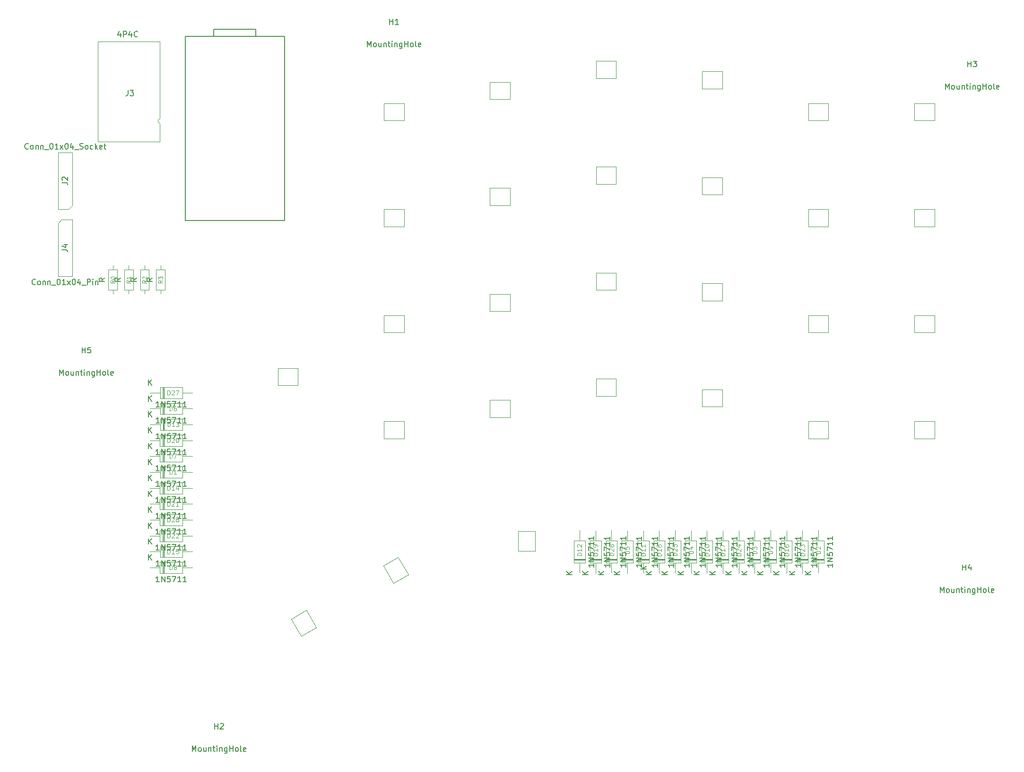
<source format=gbr>
%TF.GenerationSoftware,KiCad,Pcbnew,8.0.1*%
%TF.CreationDate,2024-04-28T15:39:47+00:00*%
%TF.ProjectId,split_kb,73706c69-745f-46b6-922e-6b696361645f,rev?*%
%TF.SameCoordinates,Original*%
%TF.FileFunction,AssemblyDrawing,Top*%
%FSLAX46Y46*%
G04 Gerber Fmt 4.6, Leading zero omitted, Abs format (unit mm)*
G04 Created by KiCad (PCBNEW 8.0.1) date 2024-04-28 15:39:47*
%MOMM*%
%LPD*%
G01*
G04 APERTURE LIST*
%ADD10C,0.150000*%
%ADD11C,0.120000*%
%ADD12C,0.108000*%
%ADD13C,0.100000*%
G04 APERTURE END LIST*
D10*
X169774819Y-133252857D02*
X169774819Y-133824285D01*
X169774819Y-133538571D02*
X168774819Y-133538571D01*
X168774819Y-133538571D02*
X168917676Y-133633809D01*
X168917676Y-133633809D02*
X169012914Y-133729047D01*
X169012914Y-133729047D02*
X169060533Y-133824285D01*
X169774819Y-132824285D02*
X168774819Y-132824285D01*
X168774819Y-132824285D02*
X169774819Y-132252857D01*
X169774819Y-132252857D02*
X168774819Y-132252857D01*
X168774819Y-131300476D02*
X168774819Y-131776666D01*
X168774819Y-131776666D02*
X169251009Y-131824285D01*
X169251009Y-131824285D02*
X169203390Y-131776666D01*
X169203390Y-131776666D02*
X169155771Y-131681428D01*
X169155771Y-131681428D02*
X169155771Y-131443333D01*
X169155771Y-131443333D02*
X169203390Y-131348095D01*
X169203390Y-131348095D02*
X169251009Y-131300476D01*
X169251009Y-131300476D02*
X169346247Y-131252857D01*
X169346247Y-131252857D02*
X169584342Y-131252857D01*
X169584342Y-131252857D02*
X169679580Y-131300476D01*
X169679580Y-131300476D02*
X169727200Y-131348095D01*
X169727200Y-131348095D02*
X169774819Y-131443333D01*
X169774819Y-131443333D02*
X169774819Y-131681428D01*
X169774819Y-131681428D02*
X169727200Y-131776666D01*
X169727200Y-131776666D02*
X169679580Y-131824285D01*
X168774819Y-130919523D02*
X168774819Y-130252857D01*
X168774819Y-130252857D02*
X169774819Y-130681428D01*
X169774819Y-129348095D02*
X169774819Y-129919523D01*
X169774819Y-129633809D02*
X168774819Y-129633809D01*
X168774819Y-129633809D02*
X168917676Y-129729047D01*
X168917676Y-129729047D02*
X169012914Y-129824285D01*
X169012914Y-129824285D02*
X169060533Y-129919523D01*
X169774819Y-128395714D02*
X169774819Y-128967142D01*
X169774819Y-128681428D02*
X168774819Y-128681428D01*
X168774819Y-128681428D02*
X168917676Y-128776666D01*
X168917676Y-128776666D02*
X169012914Y-128871904D01*
X169012914Y-128871904D02*
X169060533Y-128967142D01*
D11*
X167563855Y-131781428D02*
X166763855Y-131781428D01*
X166763855Y-131781428D02*
X166763855Y-131590952D01*
X166763855Y-131590952D02*
X166801950Y-131476666D01*
X166801950Y-131476666D02*
X166878140Y-131400476D01*
X166878140Y-131400476D02*
X166954331Y-131362381D01*
X166954331Y-131362381D02*
X167106712Y-131324285D01*
X167106712Y-131324285D02*
X167220998Y-131324285D01*
X167220998Y-131324285D02*
X167373379Y-131362381D01*
X167373379Y-131362381D02*
X167449569Y-131400476D01*
X167449569Y-131400476D02*
X167525760Y-131476666D01*
X167525760Y-131476666D02*
X167563855Y-131590952D01*
X167563855Y-131590952D02*
X167563855Y-131781428D01*
X166840045Y-131019524D02*
X166801950Y-130981428D01*
X166801950Y-130981428D02*
X166763855Y-130905238D01*
X166763855Y-130905238D02*
X166763855Y-130714762D01*
X166763855Y-130714762D02*
X166801950Y-130638571D01*
X166801950Y-130638571D02*
X166840045Y-130600476D01*
X166840045Y-130600476D02*
X166916236Y-130562381D01*
X166916236Y-130562381D02*
X166992426Y-130562381D01*
X166992426Y-130562381D02*
X167106712Y-130600476D01*
X167106712Y-130600476D02*
X167563855Y-131057619D01*
X167563855Y-131057619D02*
X167563855Y-130562381D01*
X166763855Y-129876666D02*
X166763855Y-130029047D01*
X166763855Y-130029047D02*
X166801950Y-130105238D01*
X166801950Y-130105238D02*
X166840045Y-130143333D01*
X166840045Y-130143333D02*
X166954331Y-130219523D01*
X166954331Y-130219523D02*
X167106712Y-130257619D01*
X167106712Y-130257619D02*
X167411474Y-130257619D01*
X167411474Y-130257619D02*
X167487664Y-130219523D01*
X167487664Y-130219523D02*
X167525760Y-130181428D01*
X167525760Y-130181428D02*
X167563855Y-130105238D01*
X167563855Y-130105238D02*
X167563855Y-129952857D01*
X167563855Y-129952857D02*
X167525760Y-129876666D01*
X167525760Y-129876666D02*
X167487664Y-129838571D01*
X167487664Y-129838571D02*
X167411474Y-129800476D01*
X167411474Y-129800476D02*
X167220998Y-129800476D01*
X167220998Y-129800476D02*
X167144807Y-129838571D01*
X167144807Y-129838571D02*
X167106712Y-129876666D01*
X167106712Y-129876666D02*
X167068617Y-129952857D01*
X167068617Y-129952857D02*
X167068617Y-130105238D01*
X167068617Y-130105238D02*
X167106712Y-130181428D01*
X167106712Y-130181428D02*
X167144807Y-130219523D01*
X167144807Y-130219523D02*
X167220998Y-130257619D01*
D10*
X165854819Y-135181904D02*
X164854819Y-135181904D01*
X165854819Y-134610476D02*
X165283390Y-135039047D01*
X164854819Y-134610476D02*
X165426247Y-135181904D01*
X86207142Y-127974819D02*
X85635714Y-127974819D01*
X85921428Y-127974819D02*
X85921428Y-126974819D01*
X85921428Y-126974819D02*
X85826190Y-127117676D01*
X85826190Y-127117676D02*
X85730952Y-127212914D01*
X85730952Y-127212914D02*
X85635714Y-127260533D01*
X86635714Y-127974819D02*
X86635714Y-126974819D01*
X86635714Y-126974819D02*
X87207142Y-127974819D01*
X87207142Y-127974819D02*
X87207142Y-126974819D01*
X88159523Y-126974819D02*
X87683333Y-126974819D01*
X87683333Y-126974819D02*
X87635714Y-127451009D01*
X87635714Y-127451009D02*
X87683333Y-127403390D01*
X87683333Y-127403390D02*
X87778571Y-127355771D01*
X87778571Y-127355771D02*
X88016666Y-127355771D01*
X88016666Y-127355771D02*
X88111904Y-127403390D01*
X88111904Y-127403390D02*
X88159523Y-127451009D01*
X88159523Y-127451009D02*
X88207142Y-127546247D01*
X88207142Y-127546247D02*
X88207142Y-127784342D01*
X88207142Y-127784342D02*
X88159523Y-127879580D01*
X88159523Y-127879580D02*
X88111904Y-127927200D01*
X88111904Y-127927200D02*
X88016666Y-127974819D01*
X88016666Y-127974819D02*
X87778571Y-127974819D01*
X87778571Y-127974819D02*
X87683333Y-127927200D01*
X87683333Y-127927200D02*
X87635714Y-127879580D01*
X88540476Y-126974819D02*
X89207142Y-126974819D01*
X89207142Y-126974819D02*
X88778571Y-127974819D01*
X90111904Y-127974819D02*
X89540476Y-127974819D01*
X89826190Y-127974819D02*
X89826190Y-126974819D01*
X89826190Y-126974819D02*
X89730952Y-127117676D01*
X89730952Y-127117676D02*
X89635714Y-127212914D01*
X89635714Y-127212914D02*
X89540476Y-127260533D01*
X91064285Y-127974819D02*
X90492857Y-127974819D01*
X90778571Y-127974819D02*
X90778571Y-126974819D01*
X90778571Y-126974819D02*
X90683333Y-127117676D01*
X90683333Y-127117676D02*
X90588095Y-127212914D01*
X90588095Y-127212914D02*
X90492857Y-127260533D01*
X84278095Y-124054819D02*
X84278095Y-123054819D01*
X84849523Y-124054819D02*
X84420952Y-123483390D01*
X84849523Y-123054819D02*
X84278095Y-123626247D01*
D11*
X87678571Y-125763855D02*
X87678571Y-124963855D01*
X87678571Y-124963855D02*
X87869047Y-124963855D01*
X87869047Y-124963855D02*
X87983333Y-125001950D01*
X87983333Y-125001950D02*
X88059523Y-125078140D01*
X88059523Y-125078140D02*
X88097618Y-125154331D01*
X88097618Y-125154331D02*
X88135714Y-125306712D01*
X88135714Y-125306712D02*
X88135714Y-125420998D01*
X88135714Y-125420998D02*
X88097618Y-125573379D01*
X88097618Y-125573379D02*
X88059523Y-125649569D01*
X88059523Y-125649569D02*
X87983333Y-125725760D01*
X87983333Y-125725760D02*
X87869047Y-125763855D01*
X87869047Y-125763855D02*
X87678571Y-125763855D01*
X88440475Y-125040045D02*
X88478571Y-125001950D01*
X88478571Y-125001950D02*
X88554761Y-124963855D01*
X88554761Y-124963855D02*
X88745237Y-124963855D01*
X88745237Y-124963855D02*
X88821428Y-125001950D01*
X88821428Y-125001950D02*
X88859523Y-125040045D01*
X88859523Y-125040045D02*
X88897618Y-125116236D01*
X88897618Y-125116236D02*
X88897618Y-125192426D01*
X88897618Y-125192426D02*
X88859523Y-125306712D01*
X88859523Y-125306712D02*
X88402380Y-125763855D01*
X88402380Y-125763855D02*
X88897618Y-125763855D01*
X89354761Y-125306712D02*
X89278571Y-125268617D01*
X89278571Y-125268617D02*
X89240476Y-125230521D01*
X89240476Y-125230521D02*
X89202380Y-125154331D01*
X89202380Y-125154331D02*
X89202380Y-125116236D01*
X89202380Y-125116236D02*
X89240476Y-125040045D01*
X89240476Y-125040045D02*
X89278571Y-125001950D01*
X89278571Y-125001950D02*
X89354761Y-124963855D01*
X89354761Y-124963855D02*
X89507142Y-124963855D01*
X89507142Y-124963855D02*
X89583333Y-125001950D01*
X89583333Y-125001950D02*
X89621428Y-125040045D01*
X89621428Y-125040045D02*
X89659523Y-125116236D01*
X89659523Y-125116236D02*
X89659523Y-125154331D01*
X89659523Y-125154331D02*
X89621428Y-125230521D01*
X89621428Y-125230521D02*
X89583333Y-125268617D01*
X89583333Y-125268617D02*
X89507142Y-125306712D01*
X89507142Y-125306712D02*
X89354761Y-125306712D01*
X89354761Y-125306712D02*
X89278571Y-125344807D01*
X89278571Y-125344807D02*
X89240476Y-125382902D01*
X89240476Y-125382902D02*
X89202380Y-125459093D01*
X89202380Y-125459093D02*
X89202380Y-125611474D01*
X89202380Y-125611474D02*
X89240476Y-125687664D01*
X89240476Y-125687664D02*
X89278571Y-125725760D01*
X89278571Y-125725760D02*
X89354761Y-125763855D01*
X89354761Y-125763855D02*
X89507142Y-125763855D01*
X89507142Y-125763855D02*
X89583333Y-125725760D01*
X89583333Y-125725760D02*
X89621428Y-125687664D01*
X89621428Y-125687664D02*
X89659523Y-125611474D01*
X89659523Y-125611474D02*
X89659523Y-125459093D01*
X89659523Y-125459093D02*
X89621428Y-125382902D01*
X89621428Y-125382902D02*
X89583333Y-125344807D01*
X89583333Y-125344807D02*
X89507142Y-125306712D01*
D10*
X86217142Y-105174819D02*
X85645714Y-105174819D01*
X85931428Y-105174819D02*
X85931428Y-104174819D01*
X85931428Y-104174819D02*
X85836190Y-104317676D01*
X85836190Y-104317676D02*
X85740952Y-104412914D01*
X85740952Y-104412914D02*
X85645714Y-104460533D01*
X86645714Y-105174819D02*
X86645714Y-104174819D01*
X86645714Y-104174819D02*
X87217142Y-105174819D01*
X87217142Y-105174819D02*
X87217142Y-104174819D01*
X88169523Y-104174819D02*
X87693333Y-104174819D01*
X87693333Y-104174819D02*
X87645714Y-104651009D01*
X87645714Y-104651009D02*
X87693333Y-104603390D01*
X87693333Y-104603390D02*
X87788571Y-104555771D01*
X87788571Y-104555771D02*
X88026666Y-104555771D01*
X88026666Y-104555771D02*
X88121904Y-104603390D01*
X88121904Y-104603390D02*
X88169523Y-104651009D01*
X88169523Y-104651009D02*
X88217142Y-104746247D01*
X88217142Y-104746247D02*
X88217142Y-104984342D01*
X88217142Y-104984342D02*
X88169523Y-105079580D01*
X88169523Y-105079580D02*
X88121904Y-105127200D01*
X88121904Y-105127200D02*
X88026666Y-105174819D01*
X88026666Y-105174819D02*
X87788571Y-105174819D01*
X87788571Y-105174819D02*
X87693333Y-105127200D01*
X87693333Y-105127200D02*
X87645714Y-105079580D01*
X88550476Y-104174819D02*
X89217142Y-104174819D01*
X89217142Y-104174819D02*
X88788571Y-105174819D01*
X90121904Y-105174819D02*
X89550476Y-105174819D01*
X89836190Y-105174819D02*
X89836190Y-104174819D01*
X89836190Y-104174819D02*
X89740952Y-104317676D01*
X89740952Y-104317676D02*
X89645714Y-104412914D01*
X89645714Y-104412914D02*
X89550476Y-104460533D01*
X91074285Y-105174819D02*
X90502857Y-105174819D01*
X90788571Y-105174819D02*
X90788571Y-104174819D01*
X90788571Y-104174819D02*
X90693333Y-104317676D01*
X90693333Y-104317676D02*
X90598095Y-104412914D01*
X90598095Y-104412914D02*
X90502857Y-104460533D01*
X84288095Y-101254819D02*
X84288095Y-100254819D01*
X84859523Y-101254819D02*
X84430952Y-100683390D01*
X84859523Y-100254819D02*
X84288095Y-100826247D01*
D11*
X87688571Y-102963855D02*
X87688571Y-102163855D01*
X87688571Y-102163855D02*
X87879047Y-102163855D01*
X87879047Y-102163855D02*
X87993333Y-102201950D01*
X87993333Y-102201950D02*
X88069523Y-102278140D01*
X88069523Y-102278140D02*
X88107618Y-102354331D01*
X88107618Y-102354331D02*
X88145714Y-102506712D01*
X88145714Y-102506712D02*
X88145714Y-102620998D01*
X88145714Y-102620998D02*
X88107618Y-102773379D01*
X88107618Y-102773379D02*
X88069523Y-102849569D01*
X88069523Y-102849569D02*
X87993333Y-102925760D01*
X87993333Y-102925760D02*
X87879047Y-102963855D01*
X87879047Y-102963855D02*
X87688571Y-102963855D01*
X88450475Y-102240045D02*
X88488571Y-102201950D01*
X88488571Y-102201950D02*
X88564761Y-102163855D01*
X88564761Y-102163855D02*
X88755237Y-102163855D01*
X88755237Y-102163855D02*
X88831428Y-102201950D01*
X88831428Y-102201950D02*
X88869523Y-102240045D01*
X88869523Y-102240045D02*
X88907618Y-102316236D01*
X88907618Y-102316236D02*
X88907618Y-102392426D01*
X88907618Y-102392426D02*
X88869523Y-102506712D01*
X88869523Y-102506712D02*
X88412380Y-102963855D01*
X88412380Y-102963855D02*
X88907618Y-102963855D01*
X89174285Y-102163855D02*
X89707619Y-102163855D01*
X89707619Y-102163855D02*
X89364761Y-102963855D01*
D10*
X79276285Y-38132152D02*
X79276285Y-38798819D01*
X79038190Y-37751200D02*
X78800095Y-38465485D01*
X78800095Y-38465485D02*
X79419142Y-38465485D01*
X79800095Y-38798819D02*
X79800095Y-37798819D01*
X79800095Y-37798819D02*
X80181047Y-37798819D01*
X80181047Y-37798819D02*
X80276285Y-37846438D01*
X80276285Y-37846438D02*
X80323904Y-37894057D01*
X80323904Y-37894057D02*
X80371523Y-37989295D01*
X80371523Y-37989295D02*
X80371523Y-38132152D01*
X80371523Y-38132152D02*
X80323904Y-38227390D01*
X80323904Y-38227390D02*
X80276285Y-38275009D01*
X80276285Y-38275009D02*
X80181047Y-38322628D01*
X80181047Y-38322628D02*
X79800095Y-38322628D01*
X81228666Y-38132152D02*
X81228666Y-38798819D01*
X80990571Y-37751200D02*
X80752476Y-38465485D01*
X80752476Y-38465485D02*
X81371523Y-38465485D01*
X82323904Y-38703580D02*
X82276285Y-38751200D01*
X82276285Y-38751200D02*
X82133428Y-38798819D01*
X82133428Y-38798819D02*
X82038190Y-38798819D01*
X82038190Y-38798819D02*
X81895333Y-38751200D01*
X81895333Y-38751200D02*
X81800095Y-38655961D01*
X81800095Y-38655961D02*
X81752476Y-38560723D01*
X81752476Y-38560723D02*
X81704857Y-38370247D01*
X81704857Y-38370247D02*
X81704857Y-38227390D01*
X81704857Y-38227390D02*
X81752476Y-38036914D01*
X81752476Y-38036914D02*
X81800095Y-37941676D01*
X81800095Y-37941676D02*
X81895333Y-37846438D01*
X81895333Y-37846438D02*
X82038190Y-37798819D01*
X82038190Y-37798819D02*
X82133428Y-37798819D01*
X82133428Y-37798819D02*
X82276285Y-37846438D01*
X82276285Y-37846438D02*
X82323904Y-37894057D01*
X80608666Y-48338819D02*
X80608666Y-49053104D01*
X80608666Y-49053104D02*
X80561047Y-49195961D01*
X80561047Y-49195961D02*
X80465809Y-49291200D01*
X80465809Y-49291200D02*
X80322952Y-49338819D01*
X80322952Y-49338819D02*
X80227714Y-49338819D01*
X80989619Y-48338819D02*
X81608666Y-48338819D01*
X81608666Y-48338819D02*
X81275333Y-48719771D01*
X81275333Y-48719771D02*
X81418190Y-48719771D01*
X81418190Y-48719771D02*
X81513428Y-48767390D01*
X81513428Y-48767390D02*
X81561047Y-48815009D01*
X81561047Y-48815009D02*
X81608666Y-48910247D01*
X81608666Y-48910247D02*
X81608666Y-49148342D01*
X81608666Y-49148342D02*
X81561047Y-49243580D01*
X81561047Y-49243580D02*
X81513428Y-49291200D01*
X81513428Y-49291200D02*
X81418190Y-49338819D01*
X81418190Y-49338819D02*
X81132476Y-49338819D01*
X81132476Y-49338819D02*
X81037238Y-49291200D01*
X81037238Y-49291200D02*
X80989619Y-49243580D01*
X123464285Y-40554819D02*
X123464285Y-39554819D01*
X123464285Y-39554819D02*
X123797618Y-40269104D01*
X123797618Y-40269104D02*
X124130951Y-39554819D01*
X124130951Y-39554819D02*
X124130951Y-40554819D01*
X124749999Y-40554819D02*
X124654761Y-40507200D01*
X124654761Y-40507200D02*
X124607142Y-40459580D01*
X124607142Y-40459580D02*
X124559523Y-40364342D01*
X124559523Y-40364342D02*
X124559523Y-40078628D01*
X124559523Y-40078628D02*
X124607142Y-39983390D01*
X124607142Y-39983390D02*
X124654761Y-39935771D01*
X124654761Y-39935771D02*
X124749999Y-39888152D01*
X124749999Y-39888152D02*
X124892856Y-39888152D01*
X124892856Y-39888152D02*
X124988094Y-39935771D01*
X124988094Y-39935771D02*
X125035713Y-39983390D01*
X125035713Y-39983390D02*
X125083332Y-40078628D01*
X125083332Y-40078628D02*
X125083332Y-40364342D01*
X125083332Y-40364342D02*
X125035713Y-40459580D01*
X125035713Y-40459580D02*
X124988094Y-40507200D01*
X124988094Y-40507200D02*
X124892856Y-40554819D01*
X124892856Y-40554819D02*
X124749999Y-40554819D01*
X125940475Y-39888152D02*
X125940475Y-40554819D01*
X125511904Y-39888152D02*
X125511904Y-40411961D01*
X125511904Y-40411961D02*
X125559523Y-40507200D01*
X125559523Y-40507200D02*
X125654761Y-40554819D01*
X125654761Y-40554819D02*
X125797618Y-40554819D01*
X125797618Y-40554819D02*
X125892856Y-40507200D01*
X125892856Y-40507200D02*
X125940475Y-40459580D01*
X126416666Y-39888152D02*
X126416666Y-40554819D01*
X126416666Y-39983390D02*
X126464285Y-39935771D01*
X126464285Y-39935771D02*
X126559523Y-39888152D01*
X126559523Y-39888152D02*
X126702380Y-39888152D01*
X126702380Y-39888152D02*
X126797618Y-39935771D01*
X126797618Y-39935771D02*
X126845237Y-40031009D01*
X126845237Y-40031009D02*
X126845237Y-40554819D01*
X127178571Y-39888152D02*
X127559523Y-39888152D01*
X127321428Y-39554819D02*
X127321428Y-40411961D01*
X127321428Y-40411961D02*
X127369047Y-40507200D01*
X127369047Y-40507200D02*
X127464285Y-40554819D01*
X127464285Y-40554819D02*
X127559523Y-40554819D01*
X127892857Y-40554819D02*
X127892857Y-39888152D01*
X127892857Y-39554819D02*
X127845238Y-39602438D01*
X127845238Y-39602438D02*
X127892857Y-39650057D01*
X127892857Y-39650057D02*
X127940476Y-39602438D01*
X127940476Y-39602438D02*
X127892857Y-39554819D01*
X127892857Y-39554819D02*
X127892857Y-39650057D01*
X128369047Y-39888152D02*
X128369047Y-40554819D01*
X128369047Y-39983390D02*
X128416666Y-39935771D01*
X128416666Y-39935771D02*
X128511904Y-39888152D01*
X128511904Y-39888152D02*
X128654761Y-39888152D01*
X128654761Y-39888152D02*
X128749999Y-39935771D01*
X128749999Y-39935771D02*
X128797618Y-40031009D01*
X128797618Y-40031009D02*
X128797618Y-40554819D01*
X129702380Y-39888152D02*
X129702380Y-40697676D01*
X129702380Y-40697676D02*
X129654761Y-40792914D01*
X129654761Y-40792914D02*
X129607142Y-40840533D01*
X129607142Y-40840533D02*
X129511904Y-40888152D01*
X129511904Y-40888152D02*
X129369047Y-40888152D01*
X129369047Y-40888152D02*
X129273809Y-40840533D01*
X129702380Y-40507200D02*
X129607142Y-40554819D01*
X129607142Y-40554819D02*
X129416666Y-40554819D01*
X129416666Y-40554819D02*
X129321428Y-40507200D01*
X129321428Y-40507200D02*
X129273809Y-40459580D01*
X129273809Y-40459580D02*
X129226190Y-40364342D01*
X129226190Y-40364342D02*
X129226190Y-40078628D01*
X129226190Y-40078628D02*
X129273809Y-39983390D01*
X129273809Y-39983390D02*
X129321428Y-39935771D01*
X129321428Y-39935771D02*
X129416666Y-39888152D01*
X129416666Y-39888152D02*
X129607142Y-39888152D01*
X129607142Y-39888152D02*
X129702380Y-39935771D01*
X130178571Y-40554819D02*
X130178571Y-39554819D01*
X130178571Y-40031009D02*
X130749999Y-40031009D01*
X130749999Y-40554819D02*
X130749999Y-39554819D01*
X131369047Y-40554819D02*
X131273809Y-40507200D01*
X131273809Y-40507200D02*
X131226190Y-40459580D01*
X131226190Y-40459580D02*
X131178571Y-40364342D01*
X131178571Y-40364342D02*
X131178571Y-40078628D01*
X131178571Y-40078628D02*
X131226190Y-39983390D01*
X131226190Y-39983390D02*
X131273809Y-39935771D01*
X131273809Y-39935771D02*
X131369047Y-39888152D01*
X131369047Y-39888152D02*
X131511904Y-39888152D01*
X131511904Y-39888152D02*
X131607142Y-39935771D01*
X131607142Y-39935771D02*
X131654761Y-39983390D01*
X131654761Y-39983390D02*
X131702380Y-40078628D01*
X131702380Y-40078628D02*
X131702380Y-40364342D01*
X131702380Y-40364342D02*
X131654761Y-40459580D01*
X131654761Y-40459580D02*
X131607142Y-40507200D01*
X131607142Y-40507200D02*
X131511904Y-40554819D01*
X131511904Y-40554819D02*
X131369047Y-40554819D01*
X132273809Y-40554819D02*
X132178571Y-40507200D01*
X132178571Y-40507200D02*
X132130952Y-40411961D01*
X132130952Y-40411961D02*
X132130952Y-39554819D01*
X133035714Y-40507200D02*
X132940476Y-40554819D01*
X132940476Y-40554819D02*
X132750000Y-40554819D01*
X132750000Y-40554819D02*
X132654762Y-40507200D01*
X132654762Y-40507200D02*
X132607143Y-40411961D01*
X132607143Y-40411961D02*
X132607143Y-40031009D01*
X132607143Y-40031009D02*
X132654762Y-39935771D01*
X132654762Y-39935771D02*
X132750000Y-39888152D01*
X132750000Y-39888152D02*
X132940476Y-39888152D01*
X132940476Y-39888152D02*
X133035714Y-39935771D01*
X133035714Y-39935771D02*
X133083333Y-40031009D01*
X133083333Y-40031009D02*
X133083333Y-40126247D01*
X133083333Y-40126247D02*
X132607143Y-40221485D01*
X127488095Y-36554819D02*
X127488095Y-35554819D01*
X127488095Y-36031009D02*
X128059523Y-36031009D01*
X128059523Y-36554819D02*
X128059523Y-35554819D01*
X129059523Y-36554819D02*
X128488095Y-36554819D01*
X128773809Y-36554819D02*
X128773809Y-35554819D01*
X128773809Y-35554819D02*
X128678571Y-35697676D01*
X128678571Y-35697676D02*
X128583333Y-35792914D01*
X128583333Y-35792914D02*
X128488095Y-35840533D01*
X86217142Y-108024819D02*
X85645714Y-108024819D01*
X85931428Y-108024819D02*
X85931428Y-107024819D01*
X85931428Y-107024819D02*
X85836190Y-107167676D01*
X85836190Y-107167676D02*
X85740952Y-107262914D01*
X85740952Y-107262914D02*
X85645714Y-107310533D01*
X86645714Y-108024819D02*
X86645714Y-107024819D01*
X86645714Y-107024819D02*
X87217142Y-108024819D01*
X87217142Y-108024819D02*
X87217142Y-107024819D01*
X88169523Y-107024819D02*
X87693333Y-107024819D01*
X87693333Y-107024819D02*
X87645714Y-107501009D01*
X87645714Y-107501009D02*
X87693333Y-107453390D01*
X87693333Y-107453390D02*
X87788571Y-107405771D01*
X87788571Y-107405771D02*
X88026666Y-107405771D01*
X88026666Y-107405771D02*
X88121904Y-107453390D01*
X88121904Y-107453390D02*
X88169523Y-107501009D01*
X88169523Y-107501009D02*
X88217142Y-107596247D01*
X88217142Y-107596247D02*
X88217142Y-107834342D01*
X88217142Y-107834342D02*
X88169523Y-107929580D01*
X88169523Y-107929580D02*
X88121904Y-107977200D01*
X88121904Y-107977200D02*
X88026666Y-108024819D01*
X88026666Y-108024819D02*
X87788571Y-108024819D01*
X87788571Y-108024819D02*
X87693333Y-107977200D01*
X87693333Y-107977200D02*
X87645714Y-107929580D01*
X88550476Y-107024819D02*
X89217142Y-107024819D01*
X89217142Y-107024819D02*
X88788571Y-108024819D01*
X90121904Y-108024819D02*
X89550476Y-108024819D01*
X89836190Y-108024819D02*
X89836190Y-107024819D01*
X89836190Y-107024819D02*
X89740952Y-107167676D01*
X89740952Y-107167676D02*
X89645714Y-107262914D01*
X89645714Y-107262914D02*
X89550476Y-107310533D01*
X91074285Y-108024819D02*
X90502857Y-108024819D01*
X90788571Y-108024819D02*
X90788571Y-107024819D01*
X90788571Y-107024819D02*
X90693333Y-107167676D01*
X90693333Y-107167676D02*
X90598095Y-107262914D01*
X90598095Y-107262914D02*
X90502857Y-107310533D01*
X84288095Y-104104819D02*
X84288095Y-103104819D01*
X84859523Y-104104819D02*
X84430952Y-103533390D01*
X84859523Y-103104819D02*
X84288095Y-103676247D01*
D11*
X88069524Y-105813855D02*
X88069524Y-105013855D01*
X88069524Y-105013855D02*
X88260000Y-105013855D01*
X88260000Y-105013855D02*
X88374286Y-105051950D01*
X88374286Y-105051950D02*
X88450476Y-105128140D01*
X88450476Y-105128140D02*
X88488571Y-105204331D01*
X88488571Y-105204331D02*
X88526667Y-105356712D01*
X88526667Y-105356712D02*
X88526667Y-105470998D01*
X88526667Y-105470998D02*
X88488571Y-105623379D01*
X88488571Y-105623379D02*
X88450476Y-105699569D01*
X88450476Y-105699569D02*
X88374286Y-105775760D01*
X88374286Y-105775760D02*
X88260000Y-105813855D01*
X88260000Y-105813855D02*
X88069524Y-105813855D01*
X89212381Y-105013855D02*
X89060000Y-105013855D01*
X89060000Y-105013855D02*
X88983809Y-105051950D01*
X88983809Y-105051950D02*
X88945714Y-105090045D01*
X88945714Y-105090045D02*
X88869524Y-105204331D01*
X88869524Y-105204331D02*
X88831428Y-105356712D01*
X88831428Y-105356712D02*
X88831428Y-105661474D01*
X88831428Y-105661474D02*
X88869524Y-105737664D01*
X88869524Y-105737664D02*
X88907619Y-105775760D01*
X88907619Y-105775760D02*
X88983809Y-105813855D01*
X88983809Y-105813855D02*
X89136190Y-105813855D01*
X89136190Y-105813855D02*
X89212381Y-105775760D01*
X89212381Y-105775760D02*
X89250476Y-105737664D01*
X89250476Y-105737664D02*
X89288571Y-105661474D01*
X89288571Y-105661474D02*
X89288571Y-105470998D01*
X89288571Y-105470998D02*
X89250476Y-105394807D01*
X89250476Y-105394807D02*
X89212381Y-105356712D01*
X89212381Y-105356712D02*
X89136190Y-105318617D01*
X89136190Y-105318617D02*
X88983809Y-105318617D01*
X88983809Y-105318617D02*
X88907619Y-105356712D01*
X88907619Y-105356712D02*
X88869524Y-105394807D01*
X88869524Y-105394807D02*
X88831428Y-105470998D01*
D10*
X86207142Y-116574819D02*
X85635714Y-116574819D01*
X85921428Y-116574819D02*
X85921428Y-115574819D01*
X85921428Y-115574819D02*
X85826190Y-115717676D01*
X85826190Y-115717676D02*
X85730952Y-115812914D01*
X85730952Y-115812914D02*
X85635714Y-115860533D01*
X86635714Y-116574819D02*
X86635714Y-115574819D01*
X86635714Y-115574819D02*
X87207142Y-116574819D01*
X87207142Y-116574819D02*
X87207142Y-115574819D01*
X88159523Y-115574819D02*
X87683333Y-115574819D01*
X87683333Y-115574819D02*
X87635714Y-116051009D01*
X87635714Y-116051009D02*
X87683333Y-116003390D01*
X87683333Y-116003390D02*
X87778571Y-115955771D01*
X87778571Y-115955771D02*
X88016666Y-115955771D01*
X88016666Y-115955771D02*
X88111904Y-116003390D01*
X88111904Y-116003390D02*
X88159523Y-116051009D01*
X88159523Y-116051009D02*
X88207142Y-116146247D01*
X88207142Y-116146247D02*
X88207142Y-116384342D01*
X88207142Y-116384342D02*
X88159523Y-116479580D01*
X88159523Y-116479580D02*
X88111904Y-116527200D01*
X88111904Y-116527200D02*
X88016666Y-116574819D01*
X88016666Y-116574819D02*
X87778571Y-116574819D01*
X87778571Y-116574819D02*
X87683333Y-116527200D01*
X87683333Y-116527200D02*
X87635714Y-116479580D01*
X88540476Y-115574819D02*
X89207142Y-115574819D01*
X89207142Y-115574819D02*
X88778571Y-116574819D01*
X90111904Y-116574819D02*
X89540476Y-116574819D01*
X89826190Y-116574819D02*
X89826190Y-115574819D01*
X89826190Y-115574819D02*
X89730952Y-115717676D01*
X89730952Y-115717676D02*
X89635714Y-115812914D01*
X89635714Y-115812914D02*
X89540476Y-115860533D01*
X91064285Y-116574819D02*
X90492857Y-116574819D01*
X90778571Y-116574819D02*
X90778571Y-115574819D01*
X90778571Y-115574819D02*
X90683333Y-115717676D01*
X90683333Y-115717676D02*
X90588095Y-115812914D01*
X90588095Y-115812914D02*
X90492857Y-115860533D01*
X84278095Y-112654819D02*
X84278095Y-111654819D01*
X84849523Y-112654819D02*
X84420952Y-112083390D01*
X84849523Y-111654819D02*
X84278095Y-112226247D01*
D11*
X88059524Y-114363855D02*
X88059524Y-113563855D01*
X88059524Y-113563855D02*
X88250000Y-113563855D01*
X88250000Y-113563855D02*
X88364286Y-113601950D01*
X88364286Y-113601950D02*
X88440476Y-113678140D01*
X88440476Y-113678140D02*
X88478571Y-113754331D01*
X88478571Y-113754331D02*
X88516667Y-113906712D01*
X88516667Y-113906712D02*
X88516667Y-114020998D01*
X88516667Y-114020998D02*
X88478571Y-114173379D01*
X88478571Y-114173379D02*
X88440476Y-114249569D01*
X88440476Y-114249569D02*
X88364286Y-114325760D01*
X88364286Y-114325760D02*
X88250000Y-114363855D01*
X88250000Y-114363855D02*
X88059524Y-114363855D01*
X88783333Y-113563855D02*
X89316667Y-113563855D01*
X89316667Y-113563855D02*
X88973809Y-114363855D01*
D10*
X184024819Y-133262857D02*
X184024819Y-133834285D01*
X184024819Y-133548571D02*
X183024819Y-133548571D01*
X183024819Y-133548571D02*
X183167676Y-133643809D01*
X183167676Y-133643809D02*
X183262914Y-133739047D01*
X183262914Y-133739047D02*
X183310533Y-133834285D01*
X184024819Y-132834285D02*
X183024819Y-132834285D01*
X183024819Y-132834285D02*
X184024819Y-132262857D01*
X184024819Y-132262857D02*
X183024819Y-132262857D01*
X183024819Y-131310476D02*
X183024819Y-131786666D01*
X183024819Y-131786666D02*
X183501009Y-131834285D01*
X183501009Y-131834285D02*
X183453390Y-131786666D01*
X183453390Y-131786666D02*
X183405771Y-131691428D01*
X183405771Y-131691428D02*
X183405771Y-131453333D01*
X183405771Y-131453333D02*
X183453390Y-131358095D01*
X183453390Y-131358095D02*
X183501009Y-131310476D01*
X183501009Y-131310476D02*
X183596247Y-131262857D01*
X183596247Y-131262857D02*
X183834342Y-131262857D01*
X183834342Y-131262857D02*
X183929580Y-131310476D01*
X183929580Y-131310476D02*
X183977200Y-131358095D01*
X183977200Y-131358095D02*
X184024819Y-131453333D01*
X184024819Y-131453333D02*
X184024819Y-131691428D01*
X184024819Y-131691428D02*
X183977200Y-131786666D01*
X183977200Y-131786666D02*
X183929580Y-131834285D01*
X183024819Y-130929523D02*
X183024819Y-130262857D01*
X183024819Y-130262857D02*
X184024819Y-130691428D01*
X184024819Y-129358095D02*
X184024819Y-129929523D01*
X184024819Y-129643809D02*
X183024819Y-129643809D01*
X183024819Y-129643809D02*
X183167676Y-129739047D01*
X183167676Y-129739047D02*
X183262914Y-129834285D01*
X183262914Y-129834285D02*
X183310533Y-129929523D01*
X184024819Y-128405714D02*
X184024819Y-128977142D01*
X184024819Y-128691428D02*
X183024819Y-128691428D01*
X183024819Y-128691428D02*
X183167676Y-128786666D01*
X183167676Y-128786666D02*
X183262914Y-128881904D01*
X183262914Y-128881904D02*
X183310533Y-128977142D01*
X180104819Y-135191904D02*
X179104819Y-135191904D01*
X180104819Y-134620476D02*
X179533390Y-135049047D01*
X179104819Y-134620476D02*
X179676247Y-135191904D01*
D11*
X181813855Y-131410475D02*
X181013855Y-131410475D01*
X181013855Y-131410475D02*
X181013855Y-131219999D01*
X181013855Y-131219999D02*
X181051950Y-131105713D01*
X181051950Y-131105713D02*
X181128140Y-131029523D01*
X181128140Y-131029523D02*
X181204331Y-130991428D01*
X181204331Y-130991428D02*
X181356712Y-130953332D01*
X181356712Y-130953332D02*
X181470998Y-130953332D01*
X181470998Y-130953332D02*
X181623379Y-130991428D01*
X181623379Y-130991428D02*
X181699569Y-131029523D01*
X181699569Y-131029523D02*
X181775760Y-131105713D01*
X181775760Y-131105713D02*
X181813855Y-131219999D01*
X181813855Y-131219999D02*
X181813855Y-131410475D01*
X181280521Y-130267618D02*
X181813855Y-130267618D01*
X180975760Y-130458094D02*
X181547188Y-130648571D01*
X181547188Y-130648571D02*
X181547188Y-130153332D01*
D10*
X86207142Y-125124819D02*
X85635714Y-125124819D01*
X85921428Y-125124819D02*
X85921428Y-124124819D01*
X85921428Y-124124819D02*
X85826190Y-124267676D01*
X85826190Y-124267676D02*
X85730952Y-124362914D01*
X85730952Y-124362914D02*
X85635714Y-124410533D01*
X86635714Y-125124819D02*
X86635714Y-124124819D01*
X86635714Y-124124819D02*
X87207142Y-125124819D01*
X87207142Y-125124819D02*
X87207142Y-124124819D01*
X88159523Y-124124819D02*
X87683333Y-124124819D01*
X87683333Y-124124819D02*
X87635714Y-124601009D01*
X87635714Y-124601009D02*
X87683333Y-124553390D01*
X87683333Y-124553390D02*
X87778571Y-124505771D01*
X87778571Y-124505771D02*
X88016666Y-124505771D01*
X88016666Y-124505771D02*
X88111904Y-124553390D01*
X88111904Y-124553390D02*
X88159523Y-124601009D01*
X88159523Y-124601009D02*
X88207142Y-124696247D01*
X88207142Y-124696247D02*
X88207142Y-124934342D01*
X88207142Y-124934342D02*
X88159523Y-125029580D01*
X88159523Y-125029580D02*
X88111904Y-125077200D01*
X88111904Y-125077200D02*
X88016666Y-125124819D01*
X88016666Y-125124819D02*
X87778571Y-125124819D01*
X87778571Y-125124819D02*
X87683333Y-125077200D01*
X87683333Y-125077200D02*
X87635714Y-125029580D01*
X88540476Y-124124819D02*
X89207142Y-124124819D01*
X89207142Y-124124819D02*
X88778571Y-125124819D01*
X90111904Y-125124819D02*
X89540476Y-125124819D01*
X89826190Y-125124819D02*
X89826190Y-124124819D01*
X89826190Y-124124819D02*
X89730952Y-124267676D01*
X89730952Y-124267676D02*
X89635714Y-124362914D01*
X89635714Y-124362914D02*
X89540476Y-124410533D01*
X91064285Y-125124819D02*
X90492857Y-125124819D01*
X90778571Y-125124819D02*
X90778571Y-124124819D01*
X90778571Y-124124819D02*
X90683333Y-124267676D01*
X90683333Y-124267676D02*
X90588095Y-124362914D01*
X90588095Y-124362914D02*
X90492857Y-124410533D01*
D11*
X87678571Y-122913855D02*
X87678571Y-122113855D01*
X87678571Y-122113855D02*
X87869047Y-122113855D01*
X87869047Y-122113855D02*
X87983333Y-122151950D01*
X87983333Y-122151950D02*
X88059523Y-122228140D01*
X88059523Y-122228140D02*
X88097618Y-122304331D01*
X88097618Y-122304331D02*
X88135714Y-122456712D01*
X88135714Y-122456712D02*
X88135714Y-122570998D01*
X88135714Y-122570998D02*
X88097618Y-122723379D01*
X88097618Y-122723379D02*
X88059523Y-122799569D01*
X88059523Y-122799569D02*
X87983333Y-122875760D01*
X87983333Y-122875760D02*
X87869047Y-122913855D01*
X87869047Y-122913855D02*
X87678571Y-122913855D01*
X88440475Y-122190045D02*
X88478571Y-122151950D01*
X88478571Y-122151950D02*
X88554761Y-122113855D01*
X88554761Y-122113855D02*
X88745237Y-122113855D01*
X88745237Y-122113855D02*
X88821428Y-122151950D01*
X88821428Y-122151950D02*
X88859523Y-122190045D01*
X88859523Y-122190045D02*
X88897618Y-122266236D01*
X88897618Y-122266236D02*
X88897618Y-122342426D01*
X88897618Y-122342426D02*
X88859523Y-122456712D01*
X88859523Y-122456712D02*
X88402380Y-122913855D01*
X88402380Y-122913855D02*
X88897618Y-122913855D01*
X89659523Y-122913855D02*
X89202380Y-122913855D01*
X89430952Y-122913855D02*
X89430952Y-122113855D01*
X89430952Y-122113855D02*
X89354761Y-122228140D01*
X89354761Y-122228140D02*
X89278571Y-122304331D01*
X89278571Y-122304331D02*
X89202380Y-122342426D01*
D10*
X84278095Y-121204819D02*
X84278095Y-120204819D01*
X84849523Y-121204819D02*
X84420952Y-120633390D01*
X84849523Y-120204819D02*
X84278095Y-120776247D01*
X198274819Y-133252857D02*
X198274819Y-133824285D01*
X198274819Y-133538571D02*
X197274819Y-133538571D01*
X197274819Y-133538571D02*
X197417676Y-133633809D01*
X197417676Y-133633809D02*
X197512914Y-133729047D01*
X197512914Y-133729047D02*
X197560533Y-133824285D01*
X198274819Y-132824285D02*
X197274819Y-132824285D01*
X197274819Y-132824285D02*
X198274819Y-132252857D01*
X198274819Y-132252857D02*
X197274819Y-132252857D01*
X197274819Y-131300476D02*
X197274819Y-131776666D01*
X197274819Y-131776666D02*
X197751009Y-131824285D01*
X197751009Y-131824285D02*
X197703390Y-131776666D01*
X197703390Y-131776666D02*
X197655771Y-131681428D01*
X197655771Y-131681428D02*
X197655771Y-131443333D01*
X197655771Y-131443333D02*
X197703390Y-131348095D01*
X197703390Y-131348095D02*
X197751009Y-131300476D01*
X197751009Y-131300476D02*
X197846247Y-131252857D01*
X197846247Y-131252857D02*
X198084342Y-131252857D01*
X198084342Y-131252857D02*
X198179580Y-131300476D01*
X198179580Y-131300476D02*
X198227200Y-131348095D01*
X198227200Y-131348095D02*
X198274819Y-131443333D01*
X198274819Y-131443333D02*
X198274819Y-131681428D01*
X198274819Y-131681428D02*
X198227200Y-131776666D01*
X198227200Y-131776666D02*
X198179580Y-131824285D01*
X197274819Y-130919523D02*
X197274819Y-130252857D01*
X197274819Y-130252857D02*
X198274819Y-130681428D01*
X198274819Y-129348095D02*
X198274819Y-129919523D01*
X198274819Y-129633809D02*
X197274819Y-129633809D01*
X197274819Y-129633809D02*
X197417676Y-129729047D01*
X197417676Y-129729047D02*
X197512914Y-129824285D01*
X197512914Y-129824285D02*
X197560533Y-129919523D01*
X198274819Y-128395714D02*
X198274819Y-128967142D01*
X198274819Y-128681428D02*
X197274819Y-128681428D01*
X197274819Y-128681428D02*
X197417676Y-128776666D01*
X197417676Y-128776666D02*
X197512914Y-128871904D01*
X197512914Y-128871904D02*
X197560533Y-128967142D01*
D11*
X196063855Y-131400475D02*
X195263855Y-131400475D01*
X195263855Y-131400475D02*
X195263855Y-131209999D01*
X195263855Y-131209999D02*
X195301950Y-131095713D01*
X195301950Y-131095713D02*
X195378140Y-131019523D01*
X195378140Y-131019523D02*
X195454331Y-130981428D01*
X195454331Y-130981428D02*
X195606712Y-130943332D01*
X195606712Y-130943332D02*
X195720998Y-130943332D01*
X195720998Y-130943332D02*
X195873379Y-130981428D01*
X195873379Y-130981428D02*
X195949569Y-131019523D01*
X195949569Y-131019523D02*
X196025760Y-131095713D01*
X196025760Y-131095713D02*
X196063855Y-131209999D01*
X196063855Y-131209999D02*
X196063855Y-131400475D01*
X196063855Y-130562380D02*
X196063855Y-130409999D01*
X196063855Y-130409999D02*
X196025760Y-130333809D01*
X196025760Y-130333809D02*
X195987664Y-130295713D01*
X195987664Y-130295713D02*
X195873379Y-130219523D01*
X195873379Y-130219523D02*
X195720998Y-130181428D01*
X195720998Y-130181428D02*
X195416236Y-130181428D01*
X195416236Y-130181428D02*
X195340045Y-130219523D01*
X195340045Y-130219523D02*
X195301950Y-130257618D01*
X195301950Y-130257618D02*
X195263855Y-130333809D01*
X195263855Y-130333809D02*
X195263855Y-130486190D01*
X195263855Y-130486190D02*
X195301950Y-130562380D01*
X195301950Y-130562380D02*
X195340045Y-130600475D01*
X195340045Y-130600475D02*
X195416236Y-130638571D01*
X195416236Y-130638571D02*
X195606712Y-130638571D01*
X195606712Y-130638571D02*
X195682902Y-130600475D01*
X195682902Y-130600475D02*
X195720998Y-130562380D01*
X195720998Y-130562380D02*
X195759093Y-130486190D01*
X195759093Y-130486190D02*
X195759093Y-130333809D01*
X195759093Y-130333809D02*
X195720998Y-130257618D01*
X195720998Y-130257618D02*
X195682902Y-130219523D01*
X195682902Y-130219523D02*
X195606712Y-130181428D01*
D10*
X194354819Y-135181904D02*
X193354819Y-135181904D01*
X194354819Y-134610476D02*
X193783390Y-135039047D01*
X193354819Y-134610476D02*
X193926247Y-135181904D01*
X86207142Y-136524819D02*
X85635714Y-136524819D01*
X85921428Y-136524819D02*
X85921428Y-135524819D01*
X85921428Y-135524819D02*
X85826190Y-135667676D01*
X85826190Y-135667676D02*
X85730952Y-135762914D01*
X85730952Y-135762914D02*
X85635714Y-135810533D01*
X86635714Y-136524819D02*
X86635714Y-135524819D01*
X86635714Y-135524819D02*
X87207142Y-136524819D01*
X87207142Y-136524819D02*
X87207142Y-135524819D01*
X88159523Y-135524819D02*
X87683333Y-135524819D01*
X87683333Y-135524819D02*
X87635714Y-136001009D01*
X87635714Y-136001009D02*
X87683333Y-135953390D01*
X87683333Y-135953390D02*
X87778571Y-135905771D01*
X87778571Y-135905771D02*
X88016666Y-135905771D01*
X88016666Y-135905771D02*
X88111904Y-135953390D01*
X88111904Y-135953390D02*
X88159523Y-136001009D01*
X88159523Y-136001009D02*
X88207142Y-136096247D01*
X88207142Y-136096247D02*
X88207142Y-136334342D01*
X88207142Y-136334342D02*
X88159523Y-136429580D01*
X88159523Y-136429580D02*
X88111904Y-136477200D01*
X88111904Y-136477200D02*
X88016666Y-136524819D01*
X88016666Y-136524819D02*
X87778571Y-136524819D01*
X87778571Y-136524819D02*
X87683333Y-136477200D01*
X87683333Y-136477200D02*
X87635714Y-136429580D01*
X88540476Y-135524819D02*
X89207142Y-135524819D01*
X89207142Y-135524819D02*
X88778571Y-136524819D01*
X90111904Y-136524819D02*
X89540476Y-136524819D01*
X89826190Y-136524819D02*
X89826190Y-135524819D01*
X89826190Y-135524819D02*
X89730952Y-135667676D01*
X89730952Y-135667676D02*
X89635714Y-135762914D01*
X89635714Y-135762914D02*
X89540476Y-135810533D01*
X91064285Y-136524819D02*
X90492857Y-136524819D01*
X90778571Y-136524819D02*
X90778571Y-135524819D01*
X90778571Y-135524819D02*
X90683333Y-135667676D01*
X90683333Y-135667676D02*
X90588095Y-135762914D01*
X90588095Y-135762914D02*
X90492857Y-135810533D01*
X84278095Y-132604819D02*
X84278095Y-131604819D01*
X84849523Y-132604819D02*
X84420952Y-132033390D01*
X84849523Y-131604819D02*
X84278095Y-132176247D01*
D11*
X88059524Y-134313855D02*
X88059524Y-133513855D01*
X88059524Y-133513855D02*
X88250000Y-133513855D01*
X88250000Y-133513855D02*
X88364286Y-133551950D01*
X88364286Y-133551950D02*
X88440476Y-133628140D01*
X88440476Y-133628140D02*
X88478571Y-133704331D01*
X88478571Y-133704331D02*
X88516667Y-133856712D01*
X88516667Y-133856712D02*
X88516667Y-133970998D01*
X88516667Y-133970998D02*
X88478571Y-134123379D01*
X88478571Y-134123379D02*
X88440476Y-134199569D01*
X88440476Y-134199569D02*
X88364286Y-134275760D01*
X88364286Y-134275760D02*
X88250000Y-134313855D01*
X88250000Y-134313855D02*
X88059524Y-134313855D01*
X88973809Y-133856712D02*
X88897619Y-133818617D01*
X88897619Y-133818617D02*
X88859524Y-133780521D01*
X88859524Y-133780521D02*
X88821428Y-133704331D01*
X88821428Y-133704331D02*
X88821428Y-133666236D01*
X88821428Y-133666236D02*
X88859524Y-133590045D01*
X88859524Y-133590045D02*
X88897619Y-133551950D01*
X88897619Y-133551950D02*
X88973809Y-133513855D01*
X88973809Y-133513855D02*
X89126190Y-133513855D01*
X89126190Y-133513855D02*
X89202381Y-133551950D01*
X89202381Y-133551950D02*
X89240476Y-133590045D01*
X89240476Y-133590045D02*
X89278571Y-133666236D01*
X89278571Y-133666236D02*
X89278571Y-133704331D01*
X89278571Y-133704331D02*
X89240476Y-133780521D01*
X89240476Y-133780521D02*
X89202381Y-133818617D01*
X89202381Y-133818617D02*
X89126190Y-133856712D01*
X89126190Y-133856712D02*
X88973809Y-133856712D01*
X88973809Y-133856712D02*
X88897619Y-133894807D01*
X88897619Y-133894807D02*
X88859524Y-133932902D01*
X88859524Y-133932902D02*
X88821428Y-134009093D01*
X88821428Y-134009093D02*
X88821428Y-134161474D01*
X88821428Y-134161474D02*
X88859524Y-134237664D01*
X88859524Y-134237664D02*
X88897619Y-134275760D01*
X88897619Y-134275760D02*
X88973809Y-134313855D01*
X88973809Y-134313855D02*
X89126190Y-134313855D01*
X89126190Y-134313855D02*
X89202381Y-134275760D01*
X89202381Y-134275760D02*
X89240476Y-134237664D01*
X89240476Y-134237664D02*
X89278571Y-134161474D01*
X89278571Y-134161474D02*
X89278571Y-134009093D01*
X89278571Y-134009093D02*
X89240476Y-133932902D01*
X89240476Y-133932902D02*
X89202381Y-133894807D01*
X89202381Y-133894807D02*
X89126190Y-133856712D01*
D10*
X227014285Y-48154819D02*
X227014285Y-47154819D01*
X227014285Y-47154819D02*
X227347618Y-47869104D01*
X227347618Y-47869104D02*
X227680951Y-47154819D01*
X227680951Y-47154819D02*
X227680951Y-48154819D01*
X228299999Y-48154819D02*
X228204761Y-48107200D01*
X228204761Y-48107200D02*
X228157142Y-48059580D01*
X228157142Y-48059580D02*
X228109523Y-47964342D01*
X228109523Y-47964342D02*
X228109523Y-47678628D01*
X228109523Y-47678628D02*
X228157142Y-47583390D01*
X228157142Y-47583390D02*
X228204761Y-47535771D01*
X228204761Y-47535771D02*
X228299999Y-47488152D01*
X228299999Y-47488152D02*
X228442856Y-47488152D01*
X228442856Y-47488152D02*
X228538094Y-47535771D01*
X228538094Y-47535771D02*
X228585713Y-47583390D01*
X228585713Y-47583390D02*
X228633332Y-47678628D01*
X228633332Y-47678628D02*
X228633332Y-47964342D01*
X228633332Y-47964342D02*
X228585713Y-48059580D01*
X228585713Y-48059580D02*
X228538094Y-48107200D01*
X228538094Y-48107200D02*
X228442856Y-48154819D01*
X228442856Y-48154819D02*
X228299999Y-48154819D01*
X229490475Y-47488152D02*
X229490475Y-48154819D01*
X229061904Y-47488152D02*
X229061904Y-48011961D01*
X229061904Y-48011961D02*
X229109523Y-48107200D01*
X229109523Y-48107200D02*
X229204761Y-48154819D01*
X229204761Y-48154819D02*
X229347618Y-48154819D01*
X229347618Y-48154819D02*
X229442856Y-48107200D01*
X229442856Y-48107200D02*
X229490475Y-48059580D01*
X229966666Y-47488152D02*
X229966666Y-48154819D01*
X229966666Y-47583390D02*
X230014285Y-47535771D01*
X230014285Y-47535771D02*
X230109523Y-47488152D01*
X230109523Y-47488152D02*
X230252380Y-47488152D01*
X230252380Y-47488152D02*
X230347618Y-47535771D01*
X230347618Y-47535771D02*
X230395237Y-47631009D01*
X230395237Y-47631009D02*
X230395237Y-48154819D01*
X230728571Y-47488152D02*
X231109523Y-47488152D01*
X230871428Y-47154819D02*
X230871428Y-48011961D01*
X230871428Y-48011961D02*
X230919047Y-48107200D01*
X230919047Y-48107200D02*
X231014285Y-48154819D01*
X231014285Y-48154819D02*
X231109523Y-48154819D01*
X231442857Y-48154819D02*
X231442857Y-47488152D01*
X231442857Y-47154819D02*
X231395238Y-47202438D01*
X231395238Y-47202438D02*
X231442857Y-47250057D01*
X231442857Y-47250057D02*
X231490476Y-47202438D01*
X231490476Y-47202438D02*
X231442857Y-47154819D01*
X231442857Y-47154819D02*
X231442857Y-47250057D01*
X231919047Y-47488152D02*
X231919047Y-48154819D01*
X231919047Y-47583390D02*
X231966666Y-47535771D01*
X231966666Y-47535771D02*
X232061904Y-47488152D01*
X232061904Y-47488152D02*
X232204761Y-47488152D01*
X232204761Y-47488152D02*
X232299999Y-47535771D01*
X232299999Y-47535771D02*
X232347618Y-47631009D01*
X232347618Y-47631009D02*
X232347618Y-48154819D01*
X233252380Y-47488152D02*
X233252380Y-48297676D01*
X233252380Y-48297676D02*
X233204761Y-48392914D01*
X233204761Y-48392914D02*
X233157142Y-48440533D01*
X233157142Y-48440533D02*
X233061904Y-48488152D01*
X233061904Y-48488152D02*
X232919047Y-48488152D01*
X232919047Y-48488152D02*
X232823809Y-48440533D01*
X233252380Y-48107200D02*
X233157142Y-48154819D01*
X233157142Y-48154819D02*
X232966666Y-48154819D01*
X232966666Y-48154819D02*
X232871428Y-48107200D01*
X232871428Y-48107200D02*
X232823809Y-48059580D01*
X232823809Y-48059580D02*
X232776190Y-47964342D01*
X232776190Y-47964342D02*
X232776190Y-47678628D01*
X232776190Y-47678628D02*
X232823809Y-47583390D01*
X232823809Y-47583390D02*
X232871428Y-47535771D01*
X232871428Y-47535771D02*
X232966666Y-47488152D01*
X232966666Y-47488152D02*
X233157142Y-47488152D01*
X233157142Y-47488152D02*
X233252380Y-47535771D01*
X233728571Y-48154819D02*
X233728571Y-47154819D01*
X233728571Y-47631009D02*
X234299999Y-47631009D01*
X234299999Y-48154819D02*
X234299999Y-47154819D01*
X234919047Y-48154819D02*
X234823809Y-48107200D01*
X234823809Y-48107200D02*
X234776190Y-48059580D01*
X234776190Y-48059580D02*
X234728571Y-47964342D01*
X234728571Y-47964342D02*
X234728571Y-47678628D01*
X234728571Y-47678628D02*
X234776190Y-47583390D01*
X234776190Y-47583390D02*
X234823809Y-47535771D01*
X234823809Y-47535771D02*
X234919047Y-47488152D01*
X234919047Y-47488152D02*
X235061904Y-47488152D01*
X235061904Y-47488152D02*
X235157142Y-47535771D01*
X235157142Y-47535771D02*
X235204761Y-47583390D01*
X235204761Y-47583390D02*
X235252380Y-47678628D01*
X235252380Y-47678628D02*
X235252380Y-47964342D01*
X235252380Y-47964342D02*
X235204761Y-48059580D01*
X235204761Y-48059580D02*
X235157142Y-48107200D01*
X235157142Y-48107200D02*
X235061904Y-48154819D01*
X235061904Y-48154819D02*
X234919047Y-48154819D01*
X235823809Y-48154819D02*
X235728571Y-48107200D01*
X235728571Y-48107200D02*
X235680952Y-48011961D01*
X235680952Y-48011961D02*
X235680952Y-47154819D01*
X236585714Y-48107200D02*
X236490476Y-48154819D01*
X236490476Y-48154819D02*
X236300000Y-48154819D01*
X236300000Y-48154819D02*
X236204762Y-48107200D01*
X236204762Y-48107200D02*
X236157143Y-48011961D01*
X236157143Y-48011961D02*
X236157143Y-47631009D01*
X236157143Y-47631009D02*
X236204762Y-47535771D01*
X236204762Y-47535771D02*
X236300000Y-47488152D01*
X236300000Y-47488152D02*
X236490476Y-47488152D01*
X236490476Y-47488152D02*
X236585714Y-47535771D01*
X236585714Y-47535771D02*
X236633333Y-47631009D01*
X236633333Y-47631009D02*
X236633333Y-47726247D01*
X236633333Y-47726247D02*
X236157143Y-47821485D01*
X231038095Y-44154819D02*
X231038095Y-43154819D01*
X231038095Y-43631009D02*
X231609523Y-43631009D01*
X231609523Y-44154819D02*
X231609523Y-43154819D01*
X231990476Y-43154819D02*
X232609523Y-43154819D01*
X232609523Y-43154819D02*
X232276190Y-43535771D01*
X232276190Y-43535771D02*
X232419047Y-43535771D01*
X232419047Y-43535771D02*
X232514285Y-43583390D01*
X232514285Y-43583390D02*
X232561904Y-43631009D01*
X232561904Y-43631009D02*
X232609523Y-43726247D01*
X232609523Y-43726247D02*
X232609523Y-43964342D01*
X232609523Y-43964342D02*
X232561904Y-44059580D01*
X232561904Y-44059580D02*
X232514285Y-44107200D01*
X232514285Y-44107200D02*
X232419047Y-44154819D01*
X232419047Y-44154819D02*
X232133333Y-44154819D01*
X232133333Y-44154819D02*
X232038095Y-44107200D01*
X232038095Y-44107200D02*
X231990476Y-44059580D01*
X86207142Y-113724819D02*
X85635714Y-113724819D01*
X85921428Y-113724819D02*
X85921428Y-112724819D01*
X85921428Y-112724819D02*
X85826190Y-112867676D01*
X85826190Y-112867676D02*
X85730952Y-112962914D01*
X85730952Y-112962914D02*
X85635714Y-113010533D01*
X86635714Y-113724819D02*
X86635714Y-112724819D01*
X86635714Y-112724819D02*
X87207142Y-113724819D01*
X87207142Y-113724819D02*
X87207142Y-112724819D01*
X88159523Y-112724819D02*
X87683333Y-112724819D01*
X87683333Y-112724819D02*
X87635714Y-113201009D01*
X87635714Y-113201009D02*
X87683333Y-113153390D01*
X87683333Y-113153390D02*
X87778571Y-113105771D01*
X87778571Y-113105771D02*
X88016666Y-113105771D01*
X88016666Y-113105771D02*
X88111904Y-113153390D01*
X88111904Y-113153390D02*
X88159523Y-113201009D01*
X88159523Y-113201009D02*
X88207142Y-113296247D01*
X88207142Y-113296247D02*
X88207142Y-113534342D01*
X88207142Y-113534342D02*
X88159523Y-113629580D01*
X88159523Y-113629580D02*
X88111904Y-113677200D01*
X88111904Y-113677200D02*
X88016666Y-113724819D01*
X88016666Y-113724819D02*
X87778571Y-113724819D01*
X87778571Y-113724819D02*
X87683333Y-113677200D01*
X87683333Y-113677200D02*
X87635714Y-113629580D01*
X88540476Y-112724819D02*
X89207142Y-112724819D01*
X89207142Y-112724819D02*
X88778571Y-113724819D01*
X90111904Y-113724819D02*
X89540476Y-113724819D01*
X89826190Y-113724819D02*
X89826190Y-112724819D01*
X89826190Y-112724819D02*
X89730952Y-112867676D01*
X89730952Y-112867676D02*
X89635714Y-112962914D01*
X89635714Y-112962914D02*
X89540476Y-113010533D01*
X91064285Y-113724819D02*
X90492857Y-113724819D01*
X90778571Y-113724819D02*
X90778571Y-112724819D01*
X90778571Y-112724819D02*
X90683333Y-112867676D01*
X90683333Y-112867676D02*
X90588095Y-112962914D01*
X90588095Y-112962914D02*
X90492857Y-113010533D01*
D11*
X87678571Y-111513855D02*
X87678571Y-110713855D01*
X87678571Y-110713855D02*
X87869047Y-110713855D01*
X87869047Y-110713855D02*
X87983333Y-110751950D01*
X87983333Y-110751950D02*
X88059523Y-110828140D01*
X88059523Y-110828140D02*
X88097618Y-110904331D01*
X88097618Y-110904331D02*
X88135714Y-111056712D01*
X88135714Y-111056712D02*
X88135714Y-111170998D01*
X88135714Y-111170998D02*
X88097618Y-111323379D01*
X88097618Y-111323379D02*
X88059523Y-111399569D01*
X88059523Y-111399569D02*
X87983333Y-111475760D01*
X87983333Y-111475760D02*
X87869047Y-111513855D01*
X87869047Y-111513855D02*
X87678571Y-111513855D01*
X88440475Y-110790045D02*
X88478571Y-110751950D01*
X88478571Y-110751950D02*
X88554761Y-110713855D01*
X88554761Y-110713855D02*
X88745237Y-110713855D01*
X88745237Y-110713855D02*
X88821428Y-110751950D01*
X88821428Y-110751950D02*
X88859523Y-110790045D01*
X88859523Y-110790045D02*
X88897618Y-110866236D01*
X88897618Y-110866236D02*
X88897618Y-110942426D01*
X88897618Y-110942426D02*
X88859523Y-111056712D01*
X88859523Y-111056712D02*
X88402380Y-111513855D01*
X88402380Y-111513855D02*
X88897618Y-111513855D01*
X89392857Y-110713855D02*
X89469047Y-110713855D01*
X89469047Y-110713855D02*
X89545238Y-110751950D01*
X89545238Y-110751950D02*
X89583333Y-110790045D01*
X89583333Y-110790045D02*
X89621428Y-110866236D01*
X89621428Y-110866236D02*
X89659523Y-111018617D01*
X89659523Y-111018617D02*
X89659523Y-111209093D01*
X89659523Y-111209093D02*
X89621428Y-111361474D01*
X89621428Y-111361474D02*
X89583333Y-111437664D01*
X89583333Y-111437664D02*
X89545238Y-111475760D01*
X89545238Y-111475760D02*
X89469047Y-111513855D01*
X89469047Y-111513855D02*
X89392857Y-111513855D01*
X89392857Y-111513855D02*
X89316666Y-111475760D01*
X89316666Y-111475760D02*
X89278571Y-111437664D01*
X89278571Y-111437664D02*
X89240476Y-111361474D01*
X89240476Y-111361474D02*
X89202380Y-111209093D01*
X89202380Y-111209093D02*
X89202380Y-111018617D01*
X89202380Y-111018617D02*
X89240476Y-110866236D01*
X89240476Y-110866236D02*
X89278571Y-110790045D01*
X89278571Y-110790045D02*
X89316666Y-110751950D01*
X89316666Y-110751950D02*
X89392857Y-110713855D01*
D10*
X84278095Y-109804819D02*
X84278095Y-108804819D01*
X84849523Y-109804819D02*
X84420952Y-109233390D01*
X84849523Y-108804819D02*
X84278095Y-109376247D01*
X189724819Y-133262857D02*
X189724819Y-133834285D01*
X189724819Y-133548571D02*
X188724819Y-133548571D01*
X188724819Y-133548571D02*
X188867676Y-133643809D01*
X188867676Y-133643809D02*
X188962914Y-133739047D01*
X188962914Y-133739047D02*
X189010533Y-133834285D01*
X189724819Y-132834285D02*
X188724819Y-132834285D01*
X188724819Y-132834285D02*
X189724819Y-132262857D01*
X189724819Y-132262857D02*
X188724819Y-132262857D01*
X188724819Y-131310476D02*
X188724819Y-131786666D01*
X188724819Y-131786666D02*
X189201009Y-131834285D01*
X189201009Y-131834285D02*
X189153390Y-131786666D01*
X189153390Y-131786666D02*
X189105771Y-131691428D01*
X189105771Y-131691428D02*
X189105771Y-131453333D01*
X189105771Y-131453333D02*
X189153390Y-131358095D01*
X189153390Y-131358095D02*
X189201009Y-131310476D01*
X189201009Y-131310476D02*
X189296247Y-131262857D01*
X189296247Y-131262857D02*
X189534342Y-131262857D01*
X189534342Y-131262857D02*
X189629580Y-131310476D01*
X189629580Y-131310476D02*
X189677200Y-131358095D01*
X189677200Y-131358095D02*
X189724819Y-131453333D01*
X189724819Y-131453333D02*
X189724819Y-131691428D01*
X189724819Y-131691428D02*
X189677200Y-131786666D01*
X189677200Y-131786666D02*
X189629580Y-131834285D01*
X188724819Y-130929523D02*
X188724819Y-130262857D01*
X188724819Y-130262857D02*
X189724819Y-130691428D01*
X189724819Y-129358095D02*
X189724819Y-129929523D01*
X189724819Y-129643809D02*
X188724819Y-129643809D01*
X188724819Y-129643809D02*
X188867676Y-129739047D01*
X188867676Y-129739047D02*
X188962914Y-129834285D01*
X188962914Y-129834285D02*
X189010533Y-129929523D01*
X189724819Y-128405714D02*
X189724819Y-128977142D01*
X189724819Y-128691428D02*
X188724819Y-128691428D01*
X188724819Y-128691428D02*
X188867676Y-128786666D01*
X188867676Y-128786666D02*
X188962914Y-128881904D01*
X188962914Y-128881904D02*
X189010533Y-128977142D01*
X185804819Y-135191904D02*
X184804819Y-135191904D01*
X185804819Y-134620476D02*
X185233390Y-135049047D01*
X184804819Y-134620476D02*
X185376247Y-135191904D01*
D11*
X187513855Y-131791428D02*
X186713855Y-131791428D01*
X186713855Y-131791428D02*
X186713855Y-131600952D01*
X186713855Y-131600952D02*
X186751950Y-131486666D01*
X186751950Y-131486666D02*
X186828140Y-131410476D01*
X186828140Y-131410476D02*
X186904331Y-131372381D01*
X186904331Y-131372381D02*
X187056712Y-131334285D01*
X187056712Y-131334285D02*
X187170998Y-131334285D01*
X187170998Y-131334285D02*
X187323379Y-131372381D01*
X187323379Y-131372381D02*
X187399569Y-131410476D01*
X187399569Y-131410476D02*
X187475760Y-131486666D01*
X187475760Y-131486666D02*
X187513855Y-131600952D01*
X187513855Y-131600952D02*
X187513855Y-131791428D01*
X187513855Y-130572381D02*
X187513855Y-131029524D01*
X187513855Y-130800952D02*
X186713855Y-130800952D01*
X186713855Y-130800952D02*
X186828140Y-130877143D01*
X186828140Y-130877143D02*
X186904331Y-130953333D01*
X186904331Y-130953333D02*
X186942426Y-131029524D01*
X186713855Y-130305714D02*
X186713855Y-129772380D01*
X186713855Y-129772380D02*
X187513855Y-130115238D01*
D10*
X181174819Y-133252857D02*
X181174819Y-133824285D01*
X181174819Y-133538571D02*
X180174819Y-133538571D01*
X180174819Y-133538571D02*
X180317676Y-133633809D01*
X180317676Y-133633809D02*
X180412914Y-133729047D01*
X180412914Y-133729047D02*
X180460533Y-133824285D01*
X181174819Y-132824285D02*
X180174819Y-132824285D01*
X180174819Y-132824285D02*
X181174819Y-132252857D01*
X181174819Y-132252857D02*
X180174819Y-132252857D01*
X180174819Y-131300476D02*
X180174819Y-131776666D01*
X180174819Y-131776666D02*
X180651009Y-131824285D01*
X180651009Y-131824285D02*
X180603390Y-131776666D01*
X180603390Y-131776666D02*
X180555771Y-131681428D01*
X180555771Y-131681428D02*
X180555771Y-131443333D01*
X180555771Y-131443333D02*
X180603390Y-131348095D01*
X180603390Y-131348095D02*
X180651009Y-131300476D01*
X180651009Y-131300476D02*
X180746247Y-131252857D01*
X180746247Y-131252857D02*
X180984342Y-131252857D01*
X180984342Y-131252857D02*
X181079580Y-131300476D01*
X181079580Y-131300476D02*
X181127200Y-131348095D01*
X181127200Y-131348095D02*
X181174819Y-131443333D01*
X181174819Y-131443333D02*
X181174819Y-131681428D01*
X181174819Y-131681428D02*
X181127200Y-131776666D01*
X181127200Y-131776666D02*
X181079580Y-131824285D01*
X180174819Y-130919523D02*
X180174819Y-130252857D01*
X180174819Y-130252857D02*
X181174819Y-130681428D01*
X181174819Y-129348095D02*
X181174819Y-129919523D01*
X181174819Y-129633809D02*
X180174819Y-129633809D01*
X180174819Y-129633809D02*
X180317676Y-129729047D01*
X180317676Y-129729047D02*
X180412914Y-129824285D01*
X180412914Y-129824285D02*
X180460533Y-129919523D01*
X181174819Y-128395714D02*
X181174819Y-128967142D01*
X181174819Y-128681428D02*
X180174819Y-128681428D01*
X180174819Y-128681428D02*
X180317676Y-128776666D01*
X180317676Y-128776666D02*
X180412914Y-128871904D01*
X180412914Y-128871904D02*
X180460533Y-128967142D01*
X177254819Y-135181904D02*
X176254819Y-135181904D01*
X177254819Y-134610476D02*
X176683390Y-135039047D01*
X176254819Y-134610476D02*
X176826247Y-135181904D01*
D11*
X178963855Y-131781428D02*
X178163855Y-131781428D01*
X178163855Y-131781428D02*
X178163855Y-131590952D01*
X178163855Y-131590952D02*
X178201950Y-131476666D01*
X178201950Y-131476666D02*
X178278140Y-131400476D01*
X178278140Y-131400476D02*
X178354331Y-131362381D01*
X178354331Y-131362381D02*
X178506712Y-131324285D01*
X178506712Y-131324285D02*
X178620998Y-131324285D01*
X178620998Y-131324285D02*
X178773379Y-131362381D01*
X178773379Y-131362381D02*
X178849569Y-131400476D01*
X178849569Y-131400476D02*
X178925760Y-131476666D01*
X178925760Y-131476666D02*
X178963855Y-131590952D01*
X178963855Y-131590952D02*
X178963855Y-131781428D01*
X178240045Y-131019524D02*
X178201950Y-130981428D01*
X178201950Y-130981428D02*
X178163855Y-130905238D01*
X178163855Y-130905238D02*
X178163855Y-130714762D01*
X178163855Y-130714762D02*
X178201950Y-130638571D01*
X178201950Y-130638571D02*
X178240045Y-130600476D01*
X178240045Y-130600476D02*
X178316236Y-130562381D01*
X178316236Y-130562381D02*
X178392426Y-130562381D01*
X178392426Y-130562381D02*
X178506712Y-130600476D01*
X178506712Y-130600476D02*
X178963855Y-131057619D01*
X178963855Y-131057619D02*
X178963855Y-130562381D01*
X178163855Y-129838571D02*
X178163855Y-130219523D01*
X178163855Y-130219523D02*
X178544807Y-130257619D01*
X178544807Y-130257619D02*
X178506712Y-130219523D01*
X178506712Y-130219523D02*
X178468617Y-130143333D01*
X178468617Y-130143333D02*
X178468617Y-129952857D01*
X178468617Y-129952857D02*
X178506712Y-129876666D01*
X178506712Y-129876666D02*
X178544807Y-129838571D01*
X178544807Y-129838571D02*
X178620998Y-129800476D01*
X178620998Y-129800476D02*
X178811474Y-129800476D01*
X178811474Y-129800476D02*
X178887664Y-129838571D01*
X178887664Y-129838571D02*
X178925760Y-129876666D01*
X178925760Y-129876666D02*
X178963855Y-129952857D01*
X178963855Y-129952857D02*
X178963855Y-130143333D01*
X178963855Y-130143333D02*
X178925760Y-130219523D01*
X178925760Y-130219523D02*
X178887664Y-130257619D01*
D10*
X86217142Y-133674819D02*
X85645714Y-133674819D01*
X85931428Y-133674819D02*
X85931428Y-132674819D01*
X85931428Y-132674819D02*
X85836190Y-132817676D01*
X85836190Y-132817676D02*
X85740952Y-132912914D01*
X85740952Y-132912914D02*
X85645714Y-132960533D01*
X86645714Y-133674819D02*
X86645714Y-132674819D01*
X86645714Y-132674819D02*
X87217142Y-133674819D01*
X87217142Y-133674819D02*
X87217142Y-132674819D01*
X88169523Y-132674819D02*
X87693333Y-132674819D01*
X87693333Y-132674819D02*
X87645714Y-133151009D01*
X87645714Y-133151009D02*
X87693333Y-133103390D01*
X87693333Y-133103390D02*
X87788571Y-133055771D01*
X87788571Y-133055771D02*
X88026666Y-133055771D01*
X88026666Y-133055771D02*
X88121904Y-133103390D01*
X88121904Y-133103390D02*
X88169523Y-133151009D01*
X88169523Y-133151009D02*
X88217142Y-133246247D01*
X88217142Y-133246247D02*
X88217142Y-133484342D01*
X88217142Y-133484342D02*
X88169523Y-133579580D01*
X88169523Y-133579580D02*
X88121904Y-133627200D01*
X88121904Y-133627200D02*
X88026666Y-133674819D01*
X88026666Y-133674819D02*
X87788571Y-133674819D01*
X87788571Y-133674819D02*
X87693333Y-133627200D01*
X87693333Y-133627200D02*
X87645714Y-133579580D01*
X88550476Y-132674819D02*
X89217142Y-132674819D01*
X89217142Y-132674819D02*
X88788571Y-133674819D01*
X90121904Y-133674819D02*
X89550476Y-133674819D01*
X89836190Y-133674819D02*
X89836190Y-132674819D01*
X89836190Y-132674819D02*
X89740952Y-132817676D01*
X89740952Y-132817676D02*
X89645714Y-132912914D01*
X89645714Y-132912914D02*
X89550476Y-132960533D01*
X91074285Y-133674819D02*
X90502857Y-133674819D01*
X90788571Y-133674819D02*
X90788571Y-132674819D01*
X90788571Y-132674819D02*
X90693333Y-132817676D01*
X90693333Y-132817676D02*
X90598095Y-132912914D01*
X90598095Y-132912914D02*
X90502857Y-132960533D01*
D11*
X87688571Y-131463855D02*
X87688571Y-130663855D01*
X87688571Y-130663855D02*
X87879047Y-130663855D01*
X87879047Y-130663855D02*
X87993333Y-130701950D01*
X87993333Y-130701950D02*
X88069523Y-130778140D01*
X88069523Y-130778140D02*
X88107618Y-130854331D01*
X88107618Y-130854331D02*
X88145714Y-131006712D01*
X88145714Y-131006712D02*
X88145714Y-131120998D01*
X88145714Y-131120998D02*
X88107618Y-131273379D01*
X88107618Y-131273379D02*
X88069523Y-131349569D01*
X88069523Y-131349569D02*
X87993333Y-131425760D01*
X87993333Y-131425760D02*
X87879047Y-131463855D01*
X87879047Y-131463855D02*
X87688571Y-131463855D01*
X88907618Y-131463855D02*
X88450475Y-131463855D01*
X88679047Y-131463855D02*
X88679047Y-130663855D01*
X88679047Y-130663855D02*
X88602856Y-130778140D01*
X88602856Y-130778140D02*
X88526666Y-130854331D01*
X88526666Y-130854331D02*
X88450475Y-130892426D01*
X89631428Y-130663855D02*
X89250476Y-130663855D01*
X89250476Y-130663855D02*
X89212380Y-131044807D01*
X89212380Y-131044807D02*
X89250476Y-131006712D01*
X89250476Y-131006712D02*
X89326666Y-130968617D01*
X89326666Y-130968617D02*
X89517142Y-130968617D01*
X89517142Y-130968617D02*
X89593333Y-131006712D01*
X89593333Y-131006712D02*
X89631428Y-131044807D01*
X89631428Y-131044807D02*
X89669523Y-131120998D01*
X89669523Y-131120998D02*
X89669523Y-131311474D01*
X89669523Y-131311474D02*
X89631428Y-131387664D01*
X89631428Y-131387664D02*
X89593333Y-131425760D01*
X89593333Y-131425760D02*
X89517142Y-131463855D01*
X89517142Y-131463855D02*
X89326666Y-131463855D01*
X89326666Y-131463855D02*
X89250476Y-131425760D01*
X89250476Y-131425760D02*
X89212380Y-131387664D01*
D10*
X84288095Y-129754819D02*
X84288095Y-128754819D01*
X84859523Y-129754819D02*
X84430952Y-129183390D01*
X84859523Y-128754819D02*
X84288095Y-129326247D01*
X76434819Y-82030476D02*
X75958628Y-82363809D01*
X76434819Y-82601904D02*
X75434819Y-82601904D01*
X75434819Y-82601904D02*
X75434819Y-82220952D01*
X75434819Y-82220952D02*
X75482438Y-82125714D01*
X75482438Y-82125714D02*
X75530057Y-82078095D01*
X75530057Y-82078095D02*
X75625295Y-82030476D01*
X75625295Y-82030476D02*
X75768152Y-82030476D01*
X75768152Y-82030476D02*
X75863390Y-82078095D01*
X75863390Y-82078095D02*
X75911009Y-82125714D01*
X75911009Y-82125714D02*
X75958628Y-82220952D01*
X75958628Y-82220952D02*
X75958628Y-82601904D01*
D12*
X78227469Y-82459999D02*
X77884612Y-82699999D01*
X78227469Y-82871428D02*
X77507469Y-82871428D01*
X77507469Y-82871428D02*
X77507469Y-82597142D01*
X77507469Y-82597142D02*
X77541755Y-82528571D01*
X77541755Y-82528571D02*
X77576041Y-82494285D01*
X77576041Y-82494285D02*
X77644612Y-82459999D01*
X77644612Y-82459999D02*
X77747469Y-82459999D01*
X77747469Y-82459999D02*
X77816041Y-82494285D01*
X77816041Y-82494285D02*
X77850326Y-82528571D01*
X77850326Y-82528571D02*
X77884612Y-82597142D01*
X77884612Y-82597142D02*
X77884612Y-82871428D01*
X77507469Y-82014285D02*
X77507469Y-81945714D01*
X77507469Y-81945714D02*
X77541755Y-81877142D01*
X77541755Y-81877142D02*
X77576041Y-81842857D01*
X77576041Y-81842857D02*
X77644612Y-81808571D01*
X77644612Y-81808571D02*
X77781755Y-81774285D01*
X77781755Y-81774285D02*
X77953184Y-81774285D01*
X77953184Y-81774285D02*
X78090326Y-81808571D01*
X78090326Y-81808571D02*
X78158898Y-81842857D01*
X78158898Y-81842857D02*
X78193184Y-81877142D01*
X78193184Y-81877142D02*
X78227469Y-81945714D01*
X78227469Y-81945714D02*
X78227469Y-82014285D01*
X78227469Y-82014285D02*
X78193184Y-82082857D01*
X78193184Y-82082857D02*
X78158898Y-82117142D01*
X78158898Y-82117142D02*
X78090326Y-82151428D01*
X78090326Y-82151428D02*
X77953184Y-82185714D01*
X77953184Y-82185714D02*
X77781755Y-82185714D01*
X77781755Y-82185714D02*
X77644612Y-82151428D01*
X77644612Y-82151428D02*
X77576041Y-82117142D01*
X77576041Y-82117142D02*
X77541755Y-82082857D01*
X77541755Y-82082857D02*
X77507469Y-82014285D01*
D10*
X192574819Y-133262857D02*
X192574819Y-133834285D01*
X192574819Y-133548571D02*
X191574819Y-133548571D01*
X191574819Y-133548571D02*
X191717676Y-133643809D01*
X191717676Y-133643809D02*
X191812914Y-133739047D01*
X191812914Y-133739047D02*
X191860533Y-133834285D01*
X192574819Y-132834285D02*
X191574819Y-132834285D01*
X191574819Y-132834285D02*
X192574819Y-132262857D01*
X192574819Y-132262857D02*
X191574819Y-132262857D01*
X191574819Y-131310476D02*
X191574819Y-131786666D01*
X191574819Y-131786666D02*
X192051009Y-131834285D01*
X192051009Y-131834285D02*
X192003390Y-131786666D01*
X192003390Y-131786666D02*
X191955771Y-131691428D01*
X191955771Y-131691428D02*
X191955771Y-131453333D01*
X191955771Y-131453333D02*
X192003390Y-131358095D01*
X192003390Y-131358095D02*
X192051009Y-131310476D01*
X192051009Y-131310476D02*
X192146247Y-131262857D01*
X192146247Y-131262857D02*
X192384342Y-131262857D01*
X192384342Y-131262857D02*
X192479580Y-131310476D01*
X192479580Y-131310476D02*
X192527200Y-131358095D01*
X192527200Y-131358095D02*
X192574819Y-131453333D01*
X192574819Y-131453333D02*
X192574819Y-131691428D01*
X192574819Y-131691428D02*
X192527200Y-131786666D01*
X192527200Y-131786666D02*
X192479580Y-131834285D01*
X191574819Y-130929523D02*
X191574819Y-130262857D01*
X191574819Y-130262857D02*
X192574819Y-130691428D01*
X192574819Y-129358095D02*
X192574819Y-129929523D01*
X192574819Y-129643809D02*
X191574819Y-129643809D01*
X191574819Y-129643809D02*
X191717676Y-129739047D01*
X191717676Y-129739047D02*
X191812914Y-129834285D01*
X191812914Y-129834285D02*
X191860533Y-129929523D01*
X192574819Y-128405714D02*
X192574819Y-128977142D01*
X192574819Y-128691428D02*
X191574819Y-128691428D01*
X191574819Y-128691428D02*
X191717676Y-128786666D01*
X191717676Y-128786666D02*
X191812914Y-128881904D01*
X191812914Y-128881904D02*
X191860533Y-128977142D01*
X188654819Y-135191904D02*
X187654819Y-135191904D01*
X188654819Y-134620476D02*
X188083390Y-135049047D01*
X187654819Y-134620476D02*
X188226247Y-135191904D01*
D11*
X190363855Y-131791428D02*
X189563855Y-131791428D01*
X189563855Y-131791428D02*
X189563855Y-131600952D01*
X189563855Y-131600952D02*
X189601950Y-131486666D01*
X189601950Y-131486666D02*
X189678140Y-131410476D01*
X189678140Y-131410476D02*
X189754331Y-131372381D01*
X189754331Y-131372381D02*
X189906712Y-131334285D01*
X189906712Y-131334285D02*
X190020998Y-131334285D01*
X190020998Y-131334285D02*
X190173379Y-131372381D01*
X190173379Y-131372381D02*
X190249569Y-131410476D01*
X190249569Y-131410476D02*
X190325760Y-131486666D01*
X190325760Y-131486666D02*
X190363855Y-131600952D01*
X190363855Y-131600952D02*
X190363855Y-131791428D01*
X189640045Y-131029524D02*
X189601950Y-130991428D01*
X189601950Y-130991428D02*
X189563855Y-130915238D01*
X189563855Y-130915238D02*
X189563855Y-130724762D01*
X189563855Y-130724762D02*
X189601950Y-130648571D01*
X189601950Y-130648571D02*
X189640045Y-130610476D01*
X189640045Y-130610476D02*
X189716236Y-130572381D01*
X189716236Y-130572381D02*
X189792426Y-130572381D01*
X189792426Y-130572381D02*
X189906712Y-130610476D01*
X189906712Y-130610476D02*
X190363855Y-131067619D01*
X190363855Y-131067619D02*
X190363855Y-130572381D01*
X189830521Y-129886666D02*
X190363855Y-129886666D01*
X189525760Y-130077142D02*
X190097188Y-130267619D01*
X190097188Y-130267619D02*
X190097188Y-129772380D01*
D10*
X82134819Y-82030476D02*
X81658628Y-82363809D01*
X82134819Y-82601904D02*
X81134819Y-82601904D01*
X81134819Y-82601904D02*
X81134819Y-82220952D01*
X81134819Y-82220952D02*
X81182438Y-82125714D01*
X81182438Y-82125714D02*
X81230057Y-82078095D01*
X81230057Y-82078095D02*
X81325295Y-82030476D01*
X81325295Y-82030476D02*
X81468152Y-82030476D01*
X81468152Y-82030476D02*
X81563390Y-82078095D01*
X81563390Y-82078095D02*
X81611009Y-82125714D01*
X81611009Y-82125714D02*
X81658628Y-82220952D01*
X81658628Y-82220952D02*
X81658628Y-82601904D01*
D12*
X83927469Y-82459999D02*
X83584612Y-82699999D01*
X83927469Y-82871428D02*
X83207469Y-82871428D01*
X83207469Y-82871428D02*
X83207469Y-82597142D01*
X83207469Y-82597142D02*
X83241755Y-82528571D01*
X83241755Y-82528571D02*
X83276041Y-82494285D01*
X83276041Y-82494285D02*
X83344612Y-82459999D01*
X83344612Y-82459999D02*
X83447469Y-82459999D01*
X83447469Y-82459999D02*
X83516041Y-82494285D01*
X83516041Y-82494285D02*
X83550326Y-82528571D01*
X83550326Y-82528571D02*
X83584612Y-82597142D01*
X83584612Y-82597142D02*
X83584612Y-82871428D01*
X83276041Y-82185714D02*
X83241755Y-82151428D01*
X83241755Y-82151428D02*
X83207469Y-82082857D01*
X83207469Y-82082857D02*
X83207469Y-81911428D01*
X83207469Y-81911428D02*
X83241755Y-81842857D01*
X83241755Y-81842857D02*
X83276041Y-81808571D01*
X83276041Y-81808571D02*
X83344612Y-81774285D01*
X83344612Y-81774285D02*
X83413184Y-81774285D01*
X83413184Y-81774285D02*
X83516041Y-81808571D01*
X83516041Y-81808571D02*
X83927469Y-82219999D01*
X83927469Y-82219999D02*
X83927469Y-81774285D01*
D10*
X79284819Y-82030476D02*
X78808628Y-82363809D01*
X79284819Y-82601904D02*
X78284819Y-82601904D01*
X78284819Y-82601904D02*
X78284819Y-82220952D01*
X78284819Y-82220952D02*
X78332438Y-82125714D01*
X78332438Y-82125714D02*
X78380057Y-82078095D01*
X78380057Y-82078095D02*
X78475295Y-82030476D01*
X78475295Y-82030476D02*
X78618152Y-82030476D01*
X78618152Y-82030476D02*
X78713390Y-82078095D01*
X78713390Y-82078095D02*
X78761009Y-82125714D01*
X78761009Y-82125714D02*
X78808628Y-82220952D01*
X78808628Y-82220952D02*
X78808628Y-82601904D01*
D12*
X81077469Y-82459999D02*
X80734612Y-82699999D01*
X81077469Y-82871428D02*
X80357469Y-82871428D01*
X80357469Y-82871428D02*
X80357469Y-82597142D01*
X80357469Y-82597142D02*
X80391755Y-82528571D01*
X80391755Y-82528571D02*
X80426041Y-82494285D01*
X80426041Y-82494285D02*
X80494612Y-82459999D01*
X80494612Y-82459999D02*
X80597469Y-82459999D01*
X80597469Y-82459999D02*
X80666041Y-82494285D01*
X80666041Y-82494285D02*
X80700326Y-82528571D01*
X80700326Y-82528571D02*
X80734612Y-82597142D01*
X80734612Y-82597142D02*
X80734612Y-82871428D01*
X81077469Y-81774285D02*
X81077469Y-82185714D01*
X81077469Y-81979999D02*
X80357469Y-81979999D01*
X80357469Y-81979999D02*
X80460326Y-82048571D01*
X80460326Y-82048571D02*
X80528898Y-82117142D01*
X80528898Y-82117142D02*
X80563184Y-82185714D01*
D10*
X178324819Y-133262857D02*
X178324819Y-133834285D01*
X178324819Y-133548571D02*
X177324819Y-133548571D01*
X177324819Y-133548571D02*
X177467676Y-133643809D01*
X177467676Y-133643809D02*
X177562914Y-133739047D01*
X177562914Y-133739047D02*
X177610533Y-133834285D01*
X178324819Y-132834285D02*
X177324819Y-132834285D01*
X177324819Y-132834285D02*
X178324819Y-132262857D01*
X178324819Y-132262857D02*
X177324819Y-132262857D01*
X177324819Y-131310476D02*
X177324819Y-131786666D01*
X177324819Y-131786666D02*
X177801009Y-131834285D01*
X177801009Y-131834285D02*
X177753390Y-131786666D01*
X177753390Y-131786666D02*
X177705771Y-131691428D01*
X177705771Y-131691428D02*
X177705771Y-131453333D01*
X177705771Y-131453333D02*
X177753390Y-131358095D01*
X177753390Y-131358095D02*
X177801009Y-131310476D01*
X177801009Y-131310476D02*
X177896247Y-131262857D01*
X177896247Y-131262857D02*
X178134342Y-131262857D01*
X178134342Y-131262857D02*
X178229580Y-131310476D01*
X178229580Y-131310476D02*
X178277200Y-131358095D01*
X178277200Y-131358095D02*
X178324819Y-131453333D01*
X178324819Y-131453333D02*
X178324819Y-131691428D01*
X178324819Y-131691428D02*
X178277200Y-131786666D01*
X178277200Y-131786666D02*
X178229580Y-131834285D01*
X177324819Y-130929523D02*
X177324819Y-130262857D01*
X177324819Y-130262857D02*
X178324819Y-130691428D01*
X178324819Y-129358095D02*
X178324819Y-129929523D01*
X178324819Y-129643809D02*
X177324819Y-129643809D01*
X177324819Y-129643809D02*
X177467676Y-129739047D01*
X177467676Y-129739047D02*
X177562914Y-129834285D01*
X177562914Y-129834285D02*
X177610533Y-129929523D01*
X178324819Y-128405714D02*
X178324819Y-128977142D01*
X178324819Y-128691428D02*
X177324819Y-128691428D01*
X177324819Y-128691428D02*
X177467676Y-128786666D01*
X177467676Y-128786666D02*
X177562914Y-128881904D01*
X177562914Y-128881904D02*
X177610533Y-128977142D01*
X174404819Y-135191904D02*
X173404819Y-135191904D01*
X174404819Y-134620476D02*
X173833390Y-135049047D01*
X173404819Y-134620476D02*
X173976247Y-135191904D01*
D11*
X176113855Y-131791428D02*
X175313855Y-131791428D01*
X175313855Y-131791428D02*
X175313855Y-131600952D01*
X175313855Y-131600952D02*
X175351950Y-131486666D01*
X175351950Y-131486666D02*
X175428140Y-131410476D01*
X175428140Y-131410476D02*
X175504331Y-131372381D01*
X175504331Y-131372381D02*
X175656712Y-131334285D01*
X175656712Y-131334285D02*
X175770998Y-131334285D01*
X175770998Y-131334285D02*
X175923379Y-131372381D01*
X175923379Y-131372381D02*
X175999569Y-131410476D01*
X175999569Y-131410476D02*
X176075760Y-131486666D01*
X176075760Y-131486666D02*
X176113855Y-131600952D01*
X176113855Y-131600952D02*
X176113855Y-131791428D01*
X176113855Y-130572381D02*
X176113855Y-131029524D01*
X176113855Y-130800952D02*
X175313855Y-130800952D01*
X175313855Y-130800952D02*
X175428140Y-130877143D01*
X175428140Y-130877143D02*
X175504331Y-130953333D01*
X175504331Y-130953333D02*
X175542426Y-131029524D01*
X175656712Y-130115238D02*
X175618617Y-130191428D01*
X175618617Y-130191428D02*
X175580521Y-130229523D01*
X175580521Y-130229523D02*
X175504331Y-130267619D01*
X175504331Y-130267619D02*
X175466236Y-130267619D01*
X175466236Y-130267619D02*
X175390045Y-130229523D01*
X175390045Y-130229523D02*
X175351950Y-130191428D01*
X175351950Y-130191428D02*
X175313855Y-130115238D01*
X175313855Y-130115238D02*
X175313855Y-129962857D01*
X175313855Y-129962857D02*
X175351950Y-129886666D01*
X175351950Y-129886666D02*
X175390045Y-129848571D01*
X175390045Y-129848571D02*
X175466236Y-129810476D01*
X175466236Y-129810476D02*
X175504331Y-129810476D01*
X175504331Y-129810476D02*
X175580521Y-129848571D01*
X175580521Y-129848571D02*
X175618617Y-129886666D01*
X175618617Y-129886666D02*
X175656712Y-129962857D01*
X175656712Y-129962857D02*
X175656712Y-130115238D01*
X175656712Y-130115238D02*
X175694807Y-130191428D01*
X175694807Y-130191428D02*
X175732902Y-130229523D01*
X175732902Y-130229523D02*
X175809093Y-130267619D01*
X175809093Y-130267619D02*
X175961474Y-130267619D01*
X175961474Y-130267619D02*
X176037664Y-130229523D01*
X176037664Y-130229523D02*
X176075760Y-130191428D01*
X176075760Y-130191428D02*
X176113855Y-130115238D01*
X176113855Y-130115238D02*
X176113855Y-129962857D01*
X176113855Y-129962857D02*
X176075760Y-129886666D01*
X176075760Y-129886666D02*
X176037664Y-129848571D01*
X176037664Y-129848571D02*
X175961474Y-129810476D01*
X175961474Y-129810476D02*
X175809093Y-129810476D01*
X175809093Y-129810476D02*
X175732902Y-129848571D01*
X175732902Y-129848571D02*
X175694807Y-129886666D01*
X175694807Y-129886666D02*
X175656712Y-129962857D01*
D10*
X201124819Y-133262857D02*
X201124819Y-133834285D01*
X201124819Y-133548571D02*
X200124819Y-133548571D01*
X200124819Y-133548571D02*
X200267676Y-133643809D01*
X200267676Y-133643809D02*
X200362914Y-133739047D01*
X200362914Y-133739047D02*
X200410533Y-133834285D01*
X201124819Y-132834285D02*
X200124819Y-132834285D01*
X200124819Y-132834285D02*
X201124819Y-132262857D01*
X201124819Y-132262857D02*
X200124819Y-132262857D01*
X200124819Y-131310476D02*
X200124819Y-131786666D01*
X200124819Y-131786666D02*
X200601009Y-131834285D01*
X200601009Y-131834285D02*
X200553390Y-131786666D01*
X200553390Y-131786666D02*
X200505771Y-131691428D01*
X200505771Y-131691428D02*
X200505771Y-131453333D01*
X200505771Y-131453333D02*
X200553390Y-131358095D01*
X200553390Y-131358095D02*
X200601009Y-131310476D01*
X200601009Y-131310476D02*
X200696247Y-131262857D01*
X200696247Y-131262857D02*
X200934342Y-131262857D01*
X200934342Y-131262857D02*
X201029580Y-131310476D01*
X201029580Y-131310476D02*
X201077200Y-131358095D01*
X201077200Y-131358095D02*
X201124819Y-131453333D01*
X201124819Y-131453333D02*
X201124819Y-131691428D01*
X201124819Y-131691428D02*
X201077200Y-131786666D01*
X201077200Y-131786666D02*
X201029580Y-131834285D01*
X200124819Y-130929523D02*
X200124819Y-130262857D01*
X200124819Y-130262857D02*
X201124819Y-130691428D01*
X201124819Y-129358095D02*
X201124819Y-129929523D01*
X201124819Y-129643809D02*
X200124819Y-129643809D01*
X200124819Y-129643809D02*
X200267676Y-129739047D01*
X200267676Y-129739047D02*
X200362914Y-129834285D01*
X200362914Y-129834285D02*
X200410533Y-129929523D01*
X201124819Y-128405714D02*
X201124819Y-128977142D01*
X201124819Y-128691428D02*
X200124819Y-128691428D01*
X200124819Y-128691428D02*
X200267676Y-128786666D01*
X200267676Y-128786666D02*
X200362914Y-128881904D01*
X200362914Y-128881904D02*
X200410533Y-128977142D01*
X197204819Y-135191904D02*
X196204819Y-135191904D01*
X197204819Y-134620476D02*
X196633390Y-135049047D01*
X196204819Y-134620476D02*
X196776247Y-135191904D01*
D11*
X198913855Y-131791428D02*
X198113855Y-131791428D01*
X198113855Y-131791428D02*
X198113855Y-131600952D01*
X198113855Y-131600952D02*
X198151950Y-131486666D01*
X198151950Y-131486666D02*
X198228140Y-131410476D01*
X198228140Y-131410476D02*
X198304331Y-131372381D01*
X198304331Y-131372381D02*
X198456712Y-131334285D01*
X198456712Y-131334285D02*
X198570998Y-131334285D01*
X198570998Y-131334285D02*
X198723379Y-131372381D01*
X198723379Y-131372381D02*
X198799569Y-131410476D01*
X198799569Y-131410476D02*
X198875760Y-131486666D01*
X198875760Y-131486666D02*
X198913855Y-131600952D01*
X198913855Y-131600952D02*
X198913855Y-131791428D01*
X198913855Y-130572381D02*
X198913855Y-131029524D01*
X198913855Y-130800952D02*
X198113855Y-130800952D01*
X198113855Y-130800952D02*
X198228140Y-130877143D01*
X198228140Y-130877143D02*
X198304331Y-130953333D01*
X198304331Y-130953333D02*
X198342426Y-131029524D01*
X198113855Y-129886666D02*
X198113855Y-130039047D01*
X198113855Y-130039047D02*
X198151950Y-130115238D01*
X198151950Y-130115238D02*
X198190045Y-130153333D01*
X198190045Y-130153333D02*
X198304331Y-130229523D01*
X198304331Y-130229523D02*
X198456712Y-130267619D01*
X198456712Y-130267619D02*
X198761474Y-130267619D01*
X198761474Y-130267619D02*
X198837664Y-130229523D01*
X198837664Y-130229523D02*
X198875760Y-130191428D01*
X198875760Y-130191428D02*
X198913855Y-130115238D01*
X198913855Y-130115238D02*
X198913855Y-129962857D01*
X198913855Y-129962857D02*
X198875760Y-129886666D01*
X198875760Y-129886666D02*
X198837664Y-129848571D01*
X198837664Y-129848571D02*
X198761474Y-129810476D01*
X198761474Y-129810476D02*
X198570998Y-129810476D01*
X198570998Y-129810476D02*
X198494807Y-129848571D01*
X198494807Y-129848571D02*
X198456712Y-129886666D01*
X198456712Y-129886666D02*
X198418617Y-129962857D01*
X198418617Y-129962857D02*
X198418617Y-130115238D01*
X198418617Y-130115238D02*
X198456712Y-130191428D01*
X198456712Y-130191428D02*
X198494807Y-130229523D01*
X198494807Y-130229523D02*
X198570998Y-130267619D01*
D10*
X62754760Y-58809580D02*
X62707141Y-58857200D01*
X62707141Y-58857200D02*
X62564284Y-58904819D01*
X62564284Y-58904819D02*
X62469046Y-58904819D01*
X62469046Y-58904819D02*
X62326189Y-58857200D01*
X62326189Y-58857200D02*
X62230951Y-58761961D01*
X62230951Y-58761961D02*
X62183332Y-58666723D01*
X62183332Y-58666723D02*
X62135713Y-58476247D01*
X62135713Y-58476247D02*
X62135713Y-58333390D01*
X62135713Y-58333390D02*
X62183332Y-58142914D01*
X62183332Y-58142914D02*
X62230951Y-58047676D01*
X62230951Y-58047676D02*
X62326189Y-57952438D01*
X62326189Y-57952438D02*
X62469046Y-57904819D01*
X62469046Y-57904819D02*
X62564284Y-57904819D01*
X62564284Y-57904819D02*
X62707141Y-57952438D01*
X62707141Y-57952438D02*
X62754760Y-58000057D01*
X63326189Y-58904819D02*
X63230951Y-58857200D01*
X63230951Y-58857200D02*
X63183332Y-58809580D01*
X63183332Y-58809580D02*
X63135713Y-58714342D01*
X63135713Y-58714342D02*
X63135713Y-58428628D01*
X63135713Y-58428628D02*
X63183332Y-58333390D01*
X63183332Y-58333390D02*
X63230951Y-58285771D01*
X63230951Y-58285771D02*
X63326189Y-58238152D01*
X63326189Y-58238152D02*
X63469046Y-58238152D01*
X63469046Y-58238152D02*
X63564284Y-58285771D01*
X63564284Y-58285771D02*
X63611903Y-58333390D01*
X63611903Y-58333390D02*
X63659522Y-58428628D01*
X63659522Y-58428628D02*
X63659522Y-58714342D01*
X63659522Y-58714342D02*
X63611903Y-58809580D01*
X63611903Y-58809580D02*
X63564284Y-58857200D01*
X63564284Y-58857200D02*
X63469046Y-58904819D01*
X63469046Y-58904819D02*
X63326189Y-58904819D01*
X64088094Y-58238152D02*
X64088094Y-58904819D01*
X64088094Y-58333390D02*
X64135713Y-58285771D01*
X64135713Y-58285771D02*
X64230951Y-58238152D01*
X64230951Y-58238152D02*
X64373808Y-58238152D01*
X64373808Y-58238152D02*
X64469046Y-58285771D01*
X64469046Y-58285771D02*
X64516665Y-58381009D01*
X64516665Y-58381009D02*
X64516665Y-58904819D01*
X64992856Y-58238152D02*
X64992856Y-58904819D01*
X64992856Y-58333390D02*
X65040475Y-58285771D01*
X65040475Y-58285771D02*
X65135713Y-58238152D01*
X65135713Y-58238152D02*
X65278570Y-58238152D01*
X65278570Y-58238152D02*
X65373808Y-58285771D01*
X65373808Y-58285771D02*
X65421427Y-58381009D01*
X65421427Y-58381009D02*
X65421427Y-58904819D01*
X65659523Y-59000057D02*
X66421427Y-59000057D01*
X66849999Y-57904819D02*
X66945237Y-57904819D01*
X66945237Y-57904819D02*
X67040475Y-57952438D01*
X67040475Y-57952438D02*
X67088094Y-58000057D01*
X67088094Y-58000057D02*
X67135713Y-58095295D01*
X67135713Y-58095295D02*
X67183332Y-58285771D01*
X67183332Y-58285771D02*
X67183332Y-58523866D01*
X67183332Y-58523866D02*
X67135713Y-58714342D01*
X67135713Y-58714342D02*
X67088094Y-58809580D01*
X67088094Y-58809580D02*
X67040475Y-58857200D01*
X67040475Y-58857200D02*
X66945237Y-58904819D01*
X66945237Y-58904819D02*
X66849999Y-58904819D01*
X66849999Y-58904819D02*
X66754761Y-58857200D01*
X66754761Y-58857200D02*
X66707142Y-58809580D01*
X66707142Y-58809580D02*
X66659523Y-58714342D01*
X66659523Y-58714342D02*
X66611904Y-58523866D01*
X66611904Y-58523866D02*
X66611904Y-58285771D01*
X66611904Y-58285771D02*
X66659523Y-58095295D01*
X66659523Y-58095295D02*
X66707142Y-58000057D01*
X66707142Y-58000057D02*
X66754761Y-57952438D01*
X66754761Y-57952438D02*
X66849999Y-57904819D01*
X68135713Y-58904819D02*
X67564285Y-58904819D01*
X67849999Y-58904819D02*
X67849999Y-57904819D01*
X67849999Y-57904819D02*
X67754761Y-58047676D01*
X67754761Y-58047676D02*
X67659523Y-58142914D01*
X67659523Y-58142914D02*
X67564285Y-58190533D01*
X68469047Y-58904819D02*
X68992856Y-58238152D01*
X68469047Y-58238152D02*
X68992856Y-58904819D01*
X69564285Y-57904819D02*
X69659523Y-57904819D01*
X69659523Y-57904819D02*
X69754761Y-57952438D01*
X69754761Y-57952438D02*
X69802380Y-58000057D01*
X69802380Y-58000057D02*
X69849999Y-58095295D01*
X69849999Y-58095295D02*
X69897618Y-58285771D01*
X69897618Y-58285771D02*
X69897618Y-58523866D01*
X69897618Y-58523866D02*
X69849999Y-58714342D01*
X69849999Y-58714342D02*
X69802380Y-58809580D01*
X69802380Y-58809580D02*
X69754761Y-58857200D01*
X69754761Y-58857200D02*
X69659523Y-58904819D01*
X69659523Y-58904819D02*
X69564285Y-58904819D01*
X69564285Y-58904819D02*
X69469047Y-58857200D01*
X69469047Y-58857200D02*
X69421428Y-58809580D01*
X69421428Y-58809580D02*
X69373809Y-58714342D01*
X69373809Y-58714342D02*
X69326190Y-58523866D01*
X69326190Y-58523866D02*
X69326190Y-58285771D01*
X69326190Y-58285771D02*
X69373809Y-58095295D01*
X69373809Y-58095295D02*
X69421428Y-58000057D01*
X69421428Y-58000057D02*
X69469047Y-57952438D01*
X69469047Y-57952438D02*
X69564285Y-57904819D01*
X70754761Y-58238152D02*
X70754761Y-58904819D01*
X70516666Y-57857200D02*
X70278571Y-58571485D01*
X70278571Y-58571485D02*
X70897618Y-58571485D01*
X71040476Y-59000057D02*
X71802380Y-59000057D01*
X71992857Y-58857200D02*
X72135714Y-58904819D01*
X72135714Y-58904819D02*
X72373809Y-58904819D01*
X72373809Y-58904819D02*
X72469047Y-58857200D01*
X72469047Y-58857200D02*
X72516666Y-58809580D01*
X72516666Y-58809580D02*
X72564285Y-58714342D01*
X72564285Y-58714342D02*
X72564285Y-58619104D01*
X72564285Y-58619104D02*
X72516666Y-58523866D01*
X72516666Y-58523866D02*
X72469047Y-58476247D01*
X72469047Y-58476247D02*
X72373809Y-58428628D01*
X72373809Y-58428628D02*
X72183333Y-58381009D01*
X72183333Y-58381009D02*
X72088095Y-58333390D01*
X72088095Y-58333390D02*
X72040476Y-58285771D01*
X72040476Y-58285771D02*
X71992857Y-58190533D01*
X71992857Y-58190533D02*
X71992857Y-58095295D01*
X71992857Y-58095295D02*
X72040476Y-58000057D01*
X72040476Y-58000057D02*
X72088095Y-57952438D01*
X72088095Y-57952438D02*
X72183333Y-57904819D01*
X72183333Y-57904819D02*
X72421428Y-57904819D01*
X72421428Y-57904819D02*
X72564285Y-57952438D01*
X73135714Y-58904819D02*
X73040476Y-58857200D01*
X73040476Y-58857200D02*
X72992857Y-58809580D01*
X72992857Y-58809580D02*
X72945238Y-58714342D01*
X72945238Y-58714342D02*
X72945238Y-58428628D01*
X72945238Y-58428628D02*
X72992857Y-58333390D01*
X72992857Y-58333390D02*
X73040476Y-58285771D01*
X73040476Y-58285771D02*
X73135714Y-58238152D01*
X73135714Y-58238152D02*
X73278571Y-58238152D01*
X73278571Y-58238152D02*
X73373809Y-58285771D01*
X73373809Y-58285771D02*
X73421428Y-58333390D01*
X73421428Y-58333390D02*
X73469047Y-58428628D01*
X73469047Y-58428628D02*
X73469047Y-58714342D01*
X73469047Y-58714342D02*
X73421428Y-58809580D01*
X73421428Y-58809580D02*
X73373809Y-58857200D01*
X73373809Y-58857200D02*
X73278571Y-58904819D01*
X73278571Y-58904819D02*
X73135714Y-58904819D01*
X74326190Y-58857200D02*
X74230952Y-58904819D01*
X74230952Y-58904819D02*
X74040476Y-58904819D01*
X74040476Y-58904819D02*
X73945238Y-58857200D01*
X73945238Y-58857200D02*
X73897619Y-58809580D01*
X73897619Y-58809580D02*
X73850000Y-58714342D01*
X73850000Y-58714342D02*
X73850000Y-58428628D01*
X73850000Y-58428628D02*
X73897619Y-58333390D01*
X73897619Y-58333390D02*
X73945238Y-58285771D01*
X73945238Y-58285771D02*
X74040476Y-58238152D01*
X74040476Y-58238152D02*
X74230952Y-58238152D01*
X74230952Y-58238152D02*
X74326190Y-58285771D01*
X74754762Y-58904819D02*
X74754762Y-57904819D01*
X74850000Y-58523866D02*
X75135714Y-58904819D01*
X75135714Y-58238152D02*
X74754762Y-58619104D01*
X75945238Y-58857200D02*
X75850000Y-58904819D01*
X75850000Y-58904819D02*
X75659524Y-58904819D01*
X75659524Y-58904819D02*
X75564286Y-58857200D01*
X75564286Y-58857200D02*
X75516667Y-58761961D01*
X75516667Y-58761961D02*
X75516667Y-58381009D01*
X75516667Y-58381009D02*
X75564286Y-58285771D01*
X75564286Y-58285771D02*
X75659524Y-58238152D01*
X75659524Y-58238152D02*
X75850000Y-58238152D01*
X75850000Y-58238152D02*
X75945238Y-58285771D01*
X75945238Y-58285771D02*
X75992857Y-58381009D01*
X75992857Y-58381009D02*
X75992857Y-58476247D01*
X75992857Y-58476247D02*
X75516667Y-58571485D01*
X76278572Y-58238152D02*
X76659524Y-58238152D01*
X76421429Y-57904819D02*
X76421429Y-58761961D01*
X76421429Y-58761961D02*
X76469048Y-58857200D01*
X76469048Y-58857200D02*
X76564286Y-58904819D01*
X76564286Y-58904819D02*
X76659524Y-58904819D01*
X68804819Y-64923333D02*
X69519104Y-64923333D01*
X69519104Y-64923333D02*
X69661961Y-64970952D01*
X69661961Y-64970952D02*
X69757200Y-65066190D01*
X69757200Y-65066190D02*
X69804819Y-65209047D01*
X69804819Y-65209047D02*
X69804819Y-65304285D01*
X68900057Y-64494761D02*
X68852438Y-64447142D01*
X68852438Y-64447142D02*
X68804819Y-64351904D01*
X68804819Y-64351904D02*
X68804819Y-64113809D01*
X68804819Y-64113809D02*
X68852438Y-64018571D01*
X68852438Y-64018571D02*
X68900057Y-63970952D01*
X68900057Y-63970952D02*
X68995295Y-63923333D01*
X68995295Y-63923333D02*
X69090533Y-63923333D01*
X69090533Y-63923333D02*
X69233390Y-63970952D01*
X69233390Y-63970952D02*
X69804819Y-64542380D01*
X69804819Y-64542380D02*
X69804819Y-63923333D01*
X226064285Y-138404819D02*
X226064285Y-137404819D01*
X226064285Y-137404819D02*
X226397618Y-138119104D01*
X226397618Y-138119104D02*
X226730951Y-137404819D01*
X226730951Y-137404819D02*
X226730951Y-138404819D01*
X227349999Y-138404819D02*
X227254761Y-138357200D01*
X227254761Y-138357200D02*
X227207142Y-138309580D01*
X227207142Y-138309580D02*
X227159523Y-138214342D01*
X227159523Y-138214342D02*
X227159523Y-137928628D01*
X227159523Y-137928628D02*
X227207142Y-137833390D01*
X227207142Y-137833390D02*
X227254761Y-137785771D01*
X227254761Y-137785771D02*
X227349999Y-137738152D01*
X227349999Y-137738152D02*
X227492856Y-137738152D01*
X227492856Y-137738152D02*
X227588094Y-137785771D01*
X227588094Y-137785771D02*
X227635713Y-137833390D01*
X227635713Y-137833390D02*
X227683332Y-137928628D01*
X227683332Y-137928628D02*
X227683332Y-138214342D01*
X227683332Y-138214342D02*
X227635713Y-138309580D01*
X227635713Y-138309580D02*
X227588094Y-138357200D01*
X227588094Y-138357200D02*
X227492856Y-138404819D01*
X227492856Y-138404819D02*
X227349999Y-138404819D01*
X228540475Y-137738152D02*
X228540475Y-138404819D01*
X228111904Y-137738152D02*
X228111904Y-138261961D01*
X228111904Y-138261961D02*
X228159523Y-138357200D01*
X228159523Y-138357200D02*
X228254761Y-138404819D01*
X228254761Y-138404819D02*
X228397618Y-138404819D01*
X228397618Y-138404819D02*
X228492856Y-138357200D01*
X228492856Y-138357200D02*
X228540475Y-138309580D01*
X229016666Y-137738152D02*
X229016666Y-138404819D01*
X229016666Y-137833390D02*
X229064285Y-137785771D01*
X229064285Y-137785771D02*
X229159523Y-137738152D01*
X229159523Y-137738152D02*
X229302380Y-137738152D01*
X229302380Y-137738152D02*
X229397618Y-137785771D01*
X229397618Y-137785771D02*
X229445237Y-137881009D01*
X229445237Y-137881009D02*
X229445237Y-138404819D01*
X229778571Y-137738152D02*
X230159523Y-137738152D01*
X229921428Y-137404819D02*
X229921428Y-138261961D01*
X229921428Y-138261961D02*
X229969047Y-138357200D01*
X229969047Y-138357200D02*
X230064285Y-138404819D01*
X230064285Y-138404819D02*
X230159523Y-138404819D01*
X230492857Y-138404819D02*
X230492857Y-137738152D01*
X230492857Y-137404819D02*
X230445238Y-137452438D01*
X230445238Y-137452438D02*
X230492857Y-137500057D01*
X230492857Y-137500057D02*
X230540476Y-137452438D01*
X230540476Y-137452438D02*
X230492857Y-137404819D01*
X230492857Y-137404819D02*
X230492857Y-137500057D01*
X230969047Y-137738152D02*
X230969047Y-138404819D01*
X230969047Y-137833390D02*
X231016666Y-137785771D01*
X231016666Y-137785771D02*
X231111904Y-137738152D01*
X231111904Y-137738152D02*
X231254761Y-137738152D01*
X231254761Y-137738152D02*
X231349999Y-137785771D01*
X231349999Y-137785771D02*
X231397618Y-137881009D01*
X231397618Y-137881009D02*
X231397618Y-138404819D01*
X232302380Y-137738152D02*
X232302380Y-138547676D01*
X232302380Y-138547676D02*
X232254761Y-138642914D01*
X232254761Y-138642914D02*
X232207142Y-138690533D01*
X232207142Y-138690533D02*
X232111904Y-138738152D01*
X232111904Y-138738152D02*
X231969047Y-138738152D01*
X231969047Y-138738152D02*
X231873809Y-138690533D01*
X232302380Y-138357200D02*
X232207142Y-138404819D01*
X232207142Y-138404819D02*
X232016666Y-138404819D01*
X232016666Y-138404819D02*
X231921428Y-138357200D01*
X231921428Y-138357200D02*
X231873809Y-138309580D01*
X231873809Y-138309580D02*
X231826190Y-138214342D01*
X231826190Y-138214342D02*
X231826190Y-137928628D01*
X231826190Y-137928628D02*
X231873809Y-137833390D01*
X231873809Y-137833390D02*
X231921428Y-137785771D01*
X231921428Y-137785771D02*
X232016666Y-137738152D01*
X232016666Y-137738152D02*
X232207142Y-137738152D01*
X232207142Y-137738152D02*
X232302380Y-137785771D01*
X232778571Y-138404819D02*
X232778571Y-137404819D01*
X232778571Y-137881009D02*
X233349999Y-137881009D01*
X233349999Y-138404819D02*
X233349999Y-137404819D01*
X233969047Y-138404819D02*
X233873809Y-138357200D01*
X233873809Y-138357200D02*
X233826190Y-138309580D01*
X233826190Y-138309580D02*
X233778571Y-138214342D01*
X233778571Y-138214342D02*
X233778571Y-137928628D01*
X233778571Y-137928628D02*
X233826190Y-137833390D01*
X233826190Y-137833390D02*
X233873809Y-137785771D01*
X233873809Y-137785771D02*
X233969047Y-137738152D01*
X233969047Y-137738152D02*
X234111904Y-137738152D01*
X234111904Y-137738152D02*
X234207142Y-137785771D01*
X234207142Y-137785771D02*
X234254761Y-137833390D01*
X234254761Y-137833390D02*
X234302380Y-137928628D01*
X234302380Y-137928628D02*
X234302380Y-138214342D01*
X234302380Y-138214342D02*
X234254761Y-138309580D01*
X234254761Y-138309580D02*
X234207142Y-138357200D01*
X234207142Y-138357200D02*
X234111904Y-138404819D01*
X234111904Y-138404819D02*
X233969047Y-138404819D01*
X234873809Y-138404819D02*
X234778571Y-138357200D01*
X234778571Y-138357200D02*
X234730952Y-138261961D01*
X234730952Y-138261961D02*
X234730952Y-137404819D01*
X235635714Y-138357200D02*
X235540476Y-138404819D01*
X235540476Y-138404819D02*
X235350000Y-138404819D01*
X235350000Y-138404819D02*
X235254762Y-138357200D01*
X235254762Y-138357200D02*
X235207143Y-138261961D01*
X235207143Y-138261961D02*
X235207143Y-137881009D01*
X235207143Y-137881009D02*
X235254762Y-137785771D01*
X235254762Y-137785771D02*
X235350000Y-137738152D01*
X235350000Y-137738152D02*
X235540476Y-137738152D01*
X235540476Y-137738152D02*
X235635714Y-137785771D01*
X235635714Y-137785771D02*
X235683333Y-137881009D01*
X235683333Y-137881009D02*
X235683333Y-137976247D01*
X235683333Y-137976247D02*
X235207143Y-138071485D01*
X230088095Y-134404819D02*
X230088095Y-133404819D01*
X230088095Y-133881009D02*
X230659523Y-133881009D01*
X230659523Y-134404819D02*
X230659523Y-133404819D01*
X231564285Y-133738152D02*
X231564285Y-134404819D01*
X231326190Y-133357200D02*
X231088095Y-134071485D01*
X231088095Y-134071485D02*
X231707142Y-134071485D01*
X68364285Y-99454819D02*
X68364285Y-98454819D01*
X68364285Y-98454819D02*
X68697618Y-99169104D01*
X68697618Y-99169104D02*
X69030951Y-98454819D01*
X69030951Y-98454819D02*
X69030951Y-99454819D01*
X69649999Y-99454819D02*
X69554761Y-99407200D01*
X69554761Y-99407200D02*
X69507142Y-99359580D01*
X69507142Y-99359580D02*
X69459523Y-99264342D01*
X69459523Y-99264342D02*
X69459523Y-98978628D01*
X69459523Y-98978628D02*
X69507142Y-98883390D01*
X69507142Y-98883390D02*
X69554761Y-98835771D01*
X69554761Y-98835771D02*
X69649999Y-98788152D01*
X69649999Y-98788152D02*
X69792856Y-98788152D01*
X69792856Y-98788152D02*
X69888094Y-98835771D01*
X69888094Y-98835771D02*
X69935713Y-98883390D01*
X69935713Y-98883390D02*
X69983332Y-98978628D01*
X69983332Y-98978628D02*
X69983332Y-99264342D01*
X69983332Y-99264342D02*
X69935713Y-99359580D01*
X69935713Y-99359580D02*
X69888094Y-99407200D01*
X69888094Y-99407200D02*
X69792856Y-99454819D01*
X69792856Y-99454819D02*
X69649999Y-99454819D01*
X70840475Y-98788152D02*
X70840475Y-99454819D01*
X70411904Y-98788152D02*
X70411904Y-99311961D01*
X70411904Y-99311961D02*
X70459523Y-99407200D01*
X70459523Y-99407200D02*
X70554761Y-99454819D01*
X70554761Y-99454819D02*
X70697618Y-99454819D01*
X70697618Y-99454819D02*
X70792856Y-99407200D01*
X70792856Y-99407200D02*
X70840475Y-99359580D01*
X71316666Y-98788152D02*
X71316666Y-99454819D01*
X71316666Y-98883390D02*
X71364285Y-98835771D01*
X71364285Y-98835771D02*
X71459523Y-98788152D01*
X71459523Y-98788152D02*
X71602380Y-98788152D01*
X71602380Y-98788152D02*
X71697618Y-98835771D01*
X71697618Y-98835771D02*
X71745237Y-98931009D01*
X71745237Y-98931009D02*
X71745237Y-99454819D01*
X72078571Y-98788152D02*
X72459523Y-98788152D01*
X72221428Y-98454819D02*
X72221428Y-99311961D01*
X72221428Y-99311961D02*
X72269047Y-99407200D01*
X72269047Y-99407200D02*
X72364285Y-99454819D01*
X72364285Y-99454819D02*
X72459523Y-99454819D01*
X72792857Y-99454819D02*
X72792857Y-98788152D01*
X72792857Y-98454819D02*
X72745238Y-98502438D01*
X72745238Y-98502438D02*
X72792857Y-98550057D01*
X72792857Y-98550057D02*
X72840476Y-98502438D01*
X72840476Y-98502438D02*
X72792857Y-98454819D01*
X72792857Y-98454819D02*
X72792857Y-98550057D01*
X73269047Y-98788152D02*
X73269047Y-99454819D01*
X73269047Y-98883390D02*
X73316666Y-98835771D01*
X73316666Y-98835771D02*
X73411904Y-98788152D01*
X73411904Y-98788152D02*
X73554761Y-98788152D01*
X73554761Y-98788152D02*
X73649999Y-98835771D01*
X73649999Y-98835771D02*
X73697618Y-98931009D01*
X73697618Y-98931009D02*
X73697618Y-99454819D01*
X74602380Y-98788152D02*
X74602380Y-99597676D01*
X74602380Y-99597676D02*
X74554761Y-99692914D01*
X74554761Y-99692914D02*
X74507142Y-99740533D01*
X74507142Y-99740533D02*
X74411904Y-99788152D01*
X74411904Y-99788152D02*
X74269047Y-99788152D01*
X74269047Y-99788152D02*
X74173809Y-99740533D01*
X74602380Y-99407200D02*
X74507142Y-99454819D01*
X74507142Y-99454819D02*
X74316666Y-99454819D01*
X74316666Y-99454819D02*
X74221428Y-99407200D01*
X74221428Y-99407200D02*
X74173809Y-99359580D01*
X74173809Y-99359580D02*
X74126190Y-99264342D01*
X74126190Y-99264342D02*
X74126190Y-98978628D01*
X74126190Y-98978628D02*
X74173809Y-98883390D01*
X74173809Y-98883390D02*
X74221428Y-98835771D01*
X74221428Y-98835771D02*
X74316666Y-98788152D01*
X74316666Y-98788152D02*
X74507142Y-98788152D01*
X74507142Y-98788152D02*
X74602380Y-98835771D01*
X75078571Y-99454819D02*
X75078571Y-98454819D01*
X75078571Y-98931009D02*
X75649999Y-98931009D01*
X75649999Y-99454819D02*
X75649999Y-98454819D01*
X76269047Y-99454819D02*
X76173809Y-99407200D01*
X76173809Y-99407200D02*
X76126190Y-99359580D01*
X76126190Y-99359580D02*
X76078571Y-99264342D01*
X76078571Y-99264342D02*
X76078571Y-98978628D01*
X76078571Y-98978628D02*
X76126190Y-98883390D01*
X76126190Y-98883390D02*
X76173809Y-98835771D01*
X76173809Y-98835771D02*
X76269047Y-98788152D01*
X76269047Y-98788152D02*
X76411904Y-98788152D01*
X76411904Y-98788152D02*
X76507142Y-98835771D01*
X76507142Y-98835771D02*
X76554761Y-98883390D01*
X76554761Y-98883390D02*
X76602380Y-98978628D01*
X76602380Y-98978628D02*
X76602380Y-99264342D01*
X76602380Y-99264342D02*
X76554761Y-99359580D01*
X76554761Y-99359580D02*
X76507142Y-99407200D01*
X76507142Y-99407200D02*
X76411904Y-99454819D01*
X76411904Y-99454819D02*
X76269047Y-99454819D01*
X77173809Y-99454819D02*
X77078571Y-99407200D01*
X77078571Y-99407200D02*
X77030952Y-99311961D01*
X77030952Y-99311961D02*
X77030952Y-98454819D01*
X77935714Y-99407200D02*
X77840476Y-99454819D01*
X77840476Y-99454819D02*
X77650000Y-99454819D01*
X77650000Y-99454819D02*
X77554762Y-99407200D01*
X77554762Y-99407200D02*
X77507143Y-99311961D01*
X77507143Y-99311961D02*
X77507143Y-98931009D01*
X77507143Y-98931009D02*
X77554762Y-98835771D01*
X77554762Y-98835771D02*
X77650000Y-98788152D01*
X77650000Y-98788152D02*
X77840476Y-98788152D01*
X77840476Y-98788152D02*
X77935714Y-98835771D01*
X77935714Y-98835771D02*
X77983333Y-98931009D01*
X77983333Y-98931009D02*
X77983333Y-99026247D01*
X77983333Y-99026247D02*
X77507143Y-99121485D01*
X72388095Y-95454819D02*
X72388095Y-94454819D01*
X72388095Y-94931009D02*
X72959523Y-94931009D01*
X72959523Y-95454819D02*
X72959523Y-94454819D01*
X73911904Y-94454819D02*
X73435714Y-94454819D01*
X73435714Y-94454819D02*
X73388095Y-94931009D01*
X73388095Y-94931009D02*
X73435714Y-94883390D01*
X73435714Y-94883390D02*
X73530952Y-94835771D01*
X73530952Y-94835771D02*
X73769047Y-94835771D01*
X73769047Y-94835771D02*
X73864285Y-94883390D01*
X73864285Y-94883390D02*
X73911904Y-94931009D01*
X73911904Y-94931009D02*
X73959523Y-95026247D01*
X73959523Y-95026247D02*
X73959523Y-95264342D01*
X73959523Y-95264342D02*
X73911904Y-95359580D01*
X73911904Y-95359580D02*
X73864285Y-95407200D01*
X73864285Y-95407200D02*
X73769047Y-95454819D01*
X73769047Y-95454819D02*
X73530952Y-95454819D01*
X73530952Y-95454819D02*
X73435714Y-95407200D01*
X73435714Y-95407200D02*
X73388095Y-95359580D01*
X86207142Y-122274819D02*
X85635714Y-122274819D01*
X85921428Y-122274819D02*
X85921428Y-121274819D01*
X85921428Y-121274819D02*
X85826190Y-121417676D01*
X85826190Y-121417676D02*
X85730952Y-121512914D01*
X85730952Y-121512914D02*
X85635714Y-121560533D01*
X86635714Y-122274819D02*
X86635714Y-121274819D01*
X86635714Y-121274819D02*
X87207142Y-122274819D01*
X87207142Y-122274819D02*
X87207142Y-121274819D01*
X88159523Y-121274819D02*
X87683333Y-121274819D01*
X87683333Y-121274819D02*
X87635714Y-121751009D01*
X87635714Y-121751009D02*
X87683333Y-121703390D01*
X87683333Y-121703390D02*
X87778571Y-121655771D01*
X87778571Y-121655771D02*
X88016666Y-121655771D01*
X88016666Y-121655771D02*
X88111904Y-121703390D01*
X88111904Y-121703390D02*
X88159523Y-121751009D01*
X88159523Y-121751009D02*
X88207142Y-121846247D01*
X88207142Y-121846247D02*
X88207142Y-122084342D01*
X88207142Y-122084342D02*
X88159523Y-122179580D01*
X88159523Y-122179580D02*
X88111904Y-122227200D01*
X88111904Y-122227200D02*
X88016666Y-122274819D01*
X88016666Y-122274819D02*
X87778571Y-122274819D01*
X87778571Y-122274819D02*
X87683333Y-122227200D01*
X87683333Y-122227200D02*
X87635714Y-122179580D01*
X88540476Y-121274819D02*
X89207142Y-121274819D01*
X89207142Y-121274819D02*
X88778571Y-122274819D01*
X90111904Y-122274819D02*
X89540476Y-122274819D01*
X89826190Y-122274819D02*
X89826190Y-121274819D01*
X89826190Y-121274819D02*
X89730952Y-121417676D01*
X89730952Y-121417676D02*
X89635714Y-121512914D01*
X89635714Y-121512914D02*
X89540476Y-121560533D01*
X91064285Y-122274819D02*
X90492857Y-122274819D01*
X90778571Y-122274819D02*
X90778571Y-121274819D01*
X90778571Y-121274819D02*
X90683333Y-121417676D01*
X90683333Y-121417676D02*
X90588095Y-121512914D01*
X90588095Y-121512914D02*
X90492857Y-121560533D01*
D11*
X87678571Y-120063855D02*
X87678571Y-119263855D01*
X87678571Y-119263855D02*
X87869047Y-119263855D01*
X87869047Y-119263855D02*
X87983333Y-119301950D01*
X87983333Y-119301950D02*
X88059523Y-119378140D01*
X88059523Y-119378140D02*
X88097618Y-119454331D01*
X88097618Y-119454331D02*
X88135714Y-119606712D01*
X88135714Y-119606712D02*
X88135714Y-119720998D01*
X88135714Y-119720998D02*
X88097618Y-119873379D01*
X88097618Y-119873379D02*
X88059523Y-119949569D01*
X88059523Y-119949569D02*
X87983333Y-120025760D01*
X87983333Y-120025760D02*
X87869047Y-120063855D01*
X87869047Y-120063855D02*
X87678571Y-120063855D01*
X88897618Y-120063855D02*
X88440475Y-120063855D01*
X88669047Y-120063855D02*
X88669047Y-119263855D01*
X88669047Y-119263855D02*
X88592856Y-119378140D01*
X88592856Y-119378140D02*
X88516666Y-119454331D01*
X88516666Y-119454331D02*
X88440475Y-119492426D01*
X89583333Y-119530521D02*
X89583333Y-120063855D01*
X89392857Y-119225760D02*
X89202380Y-119797188D01*
X89202380Y-119797188D02*
X89697619Y-119797188D01*
D10*
X84278095Y-118354819D02*
X84278095Y-117354819D01*
X84849523Y-118354819D02*
X84420952Y-117783390D01*
X84849523Y-117354819D02*
X84278095Y-117926247D01*
X206824819Y-133252857D02*
X206824819Y-133824285D01*
X206824819Y-133538571D02*
X205824819Y-133538571D01*
X205824819Y-133538571D02*
X205967676Y-133633809D01*
X205967676Y-133633809D02*
X206062914Y-133729047D01*
X206062914Y-133729047D02*
X206110533Y-133824285D01*
X206824819Y-132824285D02*
X205824819Y-132824285D01*
X205824819Y-132824285D02*
X206824819Y-132252857D01*
X206824819Y-132252857D02*
X205824819Y-132252857D01*
X205824819Y-131300476D02*
X205824819Y-131776666D01*
X205824819Y-131776666D02*
X206301009Y-131824285D01*
X206301009Y-131824285D02*
X206253390Y-131776666D01*
X206253390Y-131776666D02*
X206205771Y-131681428D01*
X206205771Y-131681428D02*
X206205771Y-131443333D01*
X206205771Y-131443333D02*
X206253390Y-131348095D01*
X206253390Y-131348095D02*
X206301009Y-131300476D01*
X206301009Y-131300476D02*
X206396247Y-131252857D01*
X206396247Y-131252857D02*
X206634342Y-131252857D01*
X206634342Y-131252857D02*
X206729580Y-131300476D01*
X206729580Y-131300476D02*
X206777200Y-131348095D01*
X206777200Y-131348095D02*
X206824819Y-131443333D01*
X206824819Y-131443333D02*
X206824819Y-131681428D01*
X206824819Y-131681428D02*
X206777200Y-131776666D01*
X206777200Y-131776666D02*
X206729580Y-131824285D01*
X205824819Y-130919523D02*
X205824819Y-130252857D01*
X205824819Y-130252857D02*
X206824819Y-130681428D01*
X206824819Y-129348095D02*
X206824819Y-129919523D01*
X206824819Y-129633809D02*
X205824819Y-129633809D01*
X205824819Y-129633809D02*
X205967676Y-129729047D01*
X205967676Y-129729047D02*
X206062914Y-129824285D01*
X206062914Y-129824285D02*
X206110533Y-129919523D01*
X206824819Y-128395714D02*
X206824819Y-128967142D01*
X206824819Y-128681428D02*
X205824819Y-128681428D01*
X205824819Y-128681428D02*
X205967676Y-128776666D01*
X205967676Y-128776666D02*
X206062914Y-128871904D01*
X206062914Y-128871904D02*
X206110533Y-128967142D01*
D11*
X204613855Y-131400475D02*
X203813855Y-131400475D01*
X203813855Y-131400475D02*
X203813855Y-131209999D01*
X203813855Y-131209999D02*
X203851950Y-131095713D01*
X203851950Y-131095713D02*
X203928140Y-131019523D01*
X203928140Y-131019523D02*
X204004331Y-130981428D01*
X204004331Y-130981428D02*
X204156712Y-130943332D01*
X204156712Y-130943332D02*
X204270998Y-130943332D01*
X204270998Y-130943332D02*
X204423379Y-130981428D01*
X204423379Y-130981428D02*
X204499569Y-131019523D01*
X204499569Y-131019523D02*
X204575760Y-131095713D01*
X204575760Y-131095713D02*
X204613855Y-131209999D01*
X204613855Y-131209999D02*
X204613855Y-131400475D01*
X203890045Y-130638571D02*
X203851950Y-130600475D01*
X203851950Y-130600475D02*
X203813855Y-130524285D01*
X203813855Y-130524285D02*
X203813855Y-130333809D01*
X203813855Y-130333809D02*
X203851950Y-130257618D01*
X203851950Y-130257618D02*
X203890045Y-130219523D01*
X203890045Y-130219523D02*
X203966236Y-130181428D01*
X203966236Y-130181428D02*
X204042426Y-130181428D01*
X204042426Y-130181428D02*
X204156712Y-130219523D01*
X204156712Y-130219523D02*
X204613855Y-130676666D01*
X204613855Y-130676666D02*
X204613855Y-130181428D01*
D10*
X202904819Y-135181904D02*
X201904819Y-135181904D01*
X202904819Y-134610476D02*
X202333390Y-135039047D01*
X201904819Y-134610476D02*
X202476247Y-135181904D01*
X86237142Y-110874819D02*
X85665714Y-110874819D01*
X85951428Y-110874819D02*
X85951428Y-109874819D01*
X85951428Y-109874819D02*
X85856190Y-110017676D01*
X85856190Y-110017676D02*
X85760952Y-110112914D01*
X85760952Y-110112914D02*
X85665714Y-110160533D01*
X86665714Y-110874819D02*
X86665714Y-109874819D01*
X86665714Y-109874819D02*
X87237142Y-110874819D01*
X87237142Y-110874819D02*
X87237142Y-109874819D01*
X88189523Y-109874819D02*
X87713333Y-109874819D01*
X87713333Y-109874819D02*
X87665714Y-110351009D01*
X87665714Y-110351009D02*
X87713333Y-110303390D01*
X87713333Y-110303390D02*
X87808571Y-110255771D01*
X87808571Y-110255771D02*
X88046666Y-110255771D01*
X88046666Y-110255771D02*
X88141904Y-110303390D01*
X88141904Y-110303390D02*
X88189523Y-110351009D01*
X88189523Y-110351009D02*
X88237142Y-110446247D01*
X88237142Y-110446247D02*
X88237142Y-110684342D01*
X88237142Y-110684342D02*
X88189523Y-110779580D01*
X88189523Y-110779580D02*
X88141904Y-110827200D01*
X88141904Y-110827200D02*
X88046666Y-110874819D01*
X88046666Y-110874819D02*
X87808571Y-110874819D01*
X87808571Y-110874819D02*
X87713333Y-110827200D01*
X87713333Y-110827200D02*
X87665714Y-110779580D01*
X88570476Y-109874819D02*
X89237142Y-109874819D01*
X89237142Y-109874819D02*
X88808571Y-110874819D01*
X90141904Y-110874819D02*
X89570476Y-110874819D01*
X89856190Y-110874819D02*
X89856190Y-109874819D01*
X89856190Y-109874819D02*
X89760952Y-110017676D01*
X89760952Y-110017676D02*
X89665714Y-110112914D01*
X89665714Y-110112914D02*
X89570476Y-110160533D01*
X91094285Y-110874819D02*
X90522857Y-110874819D01*
X90808571Y-110874819D02*
X90808571Y-109874819D01*
X90808571Y-109874819D02*
X90713333Y-110017676D01*
X90713333Y-110017676D02*
X90618095Y-110112914D01*
X90618095Y-110112914D02*
X90522857Y-110160533D01*
D11*
X87708571Y-108663855D02*
X87708571Y-107863855D01*
X87708571Y-107863855D02*
X87899047Y-107863855D01*
X87899047Y-107863855D02*
X88013333Y-107901950D01*
X88013333Y-107901950D02*
X88089523Y-107978140D01*
X88089523Y-107978140D02*
X88127618Y-108054331D01*
X88127618Y-108054331D02*
X88165714Y-108206712D01*
X88165714Y-108206712D02*
X88165714Y-108320998D01*
X88165714Y-108320998D02*
X88127618Y-108473379D01*
X88127618Y-108473379D02*
X88089523Y-108549569D01*
X88089523Y-108549569D02*
X88013333Y-108625760D01*
X88013333Y-108625760D02*
X87899047Y-108663855D01*
X87899047Y-108663855D02*
X87708571Y-108663855D01*
X88927618Y-108663855D02*
X88470475Y-108663855D01*
X88699047Y-108663855D02*
X88699047Y-107863855D01*
X88699047Y-107863855D02*
X88622856Y-107978140D01*
X88622856Y-107978140D02*
X88546666Y-108054331D01*
X88546666Y-108054331D02*
X88470475Y-108092426D01*
X89194285Y-107863855D02*
X89689523Y-107863855D01*
X89689523Y-107863855D02*
X89422857Y-108168617D01*
X89422857Y-108168617D02*
X89537142Y-108168617D01*
X89537142Y-108168617D02*
X89613333Y-108206712D01*
X89613333Y-108206712D02*
X89651428Y-108244807D01*
X89651428Y-108244807D02*
X89689523Y-108320998D01*
X89689523Y-108320998D02*
X89689523Y-108511474D01*
X89689523Y-108511474D02*
X89651428Y-108587664D01*
X89651428Y-108587664D02*
X89613333Y-108625760D01*
X89613333Y-108625760D02*
X89537142Y-108663855D01*
X89537142Y-108663855D02*
X89308571Y-108663855D01*
X89308571Y-108663855D02*
X89232380Y-108625760D01*
X89232380Y-108625760D02*
X89194285Y-108587664D01*
D10*
X84308095Y-106954819D02*
X84308095Y-105954819D01*
X84879523Y-106954819D02*
X84450952Y-106383390D01*
X84879523Y-105954819D02*
X84308095Y-106526247D01*
X86207142Y-130824819D02*
X85635714Y-130824819D01*
X85921428Y-130824819D02*
X85921428Y-129824819D01*
X85921428Y-129824819D02*
X85826190Y-129967676D01*
X85826190Y-129967676D02*
X85730952Y-130062914D01*
X85730952Y-130062914D02*
X85635714Y-130110533D01*
X86635714Y-130824819D02*
X86635714Y-129824819D01*
X86635714Y-129824819D02*
X87207142Y-130824819D01*
X87207142Y-130824819D02*
X87207142Y-129824819D01*
X88159523Y-129824819D02*
X87683333Y-129824819D01*
X87683333Y-129824819D02*
X87635714Y-130301009D01*
X87635714Y-130301009D02*
X87683333Y-130253390D01*
X87683333Y-130253390D02*
X87778571Y-130205771D01*
X87778571Y-130205771D02*
X88016666Y-130205771D01*
X88016666Y-130205771D02*
X88111904Y-130253390D01*
X88111904Y-130253390D02*
X88159523Y-130301009D01*
X88159523Y-130301009D02*
X88207142Y-130396247D01*
X88207142Y-130396247D02*
X88207142Y-130634342D01*
X88207142Y-130634342D02*
X88159523Y-130729580D01*
X88159523Y-130729580D02*
X88111904Y-130777200D01*
X88111904Y-130777200D02*
X88016666Y-130824819D01*
X88016666Y-130824819D02*
X87778571Y-130824819D01*
X87778571Y-130824819D02*
X87683333Y-130777200D01*
X87683333Y-130777200D02*
X87635714Y-130729580D01*
X88540476Y-129824819D02*
X89207142Y-129824819D01*
X89207142Y-129824819D02*
X88778571Y-130824819D01*
X90111904Y-130824819D02*
X89540476Y-130824819D01*
X89826190Y-130824819D02*
X89826190Y-129824819D01*
X89826190Y-129824819D02*
X89730952Y-129967676D01*
X89730952Y-129967676D02*
X89635714Y-130062914D01*
X89635714Y-130062914D02*
X89540476Y-130110533D01*
X91064285Y-130824819D02*
X90492857Y-130824819D01*
X90778571Y-130824819D02*
X90778571Y-129824819D01*
X90778571Y-129824819D02*
X90683333Y-129967676D01*
X90683333Y-129967676D02*
X90588095Y-130062914D01*
X90588095Y-130062914D02*
X90492857Y-130110533D01*
X84278095Y-126904819D02*
X84278095Y-125904819D01*
X84849523Y-126904819D02*
X84420952Y-126333390D01*
X84849523Y-125904819D02*
X84278095Y-126476247D01*
D11*
X87678571Y-128613855D02*
X87678571Y-127813855D01*
X87678571Y-127813855D02*
X87869047Y-127813855D01*
X87869047Y-127813855D02*
X87983333Y-127851950D01*
X87983333Y-127851950D02*
X88059523Y-127928140D01*
X88059523Y-127928140D02*
X88097618Y-128004331D01*
X88097618Y-128004331D02*
X88135714Y-128156712D01*
X88135714Y-128156712D02*
X88135714Y-128270998D01*
X88135714Y-128270998D02*
X88097618Y-128423379D01*
X88097618Y-128423379D02*
X88059523Y-128499569D01*
X88059523Y-128499569D02*
X87983333Y-128575760D01*
X87983333Y-128575760D02*
X87869047Y-128613855D01*
X87869047Y-128613855D02*
X87678571Y-128613855D01*
X88440475Y-127890045D02*
X88478571Y-127851950D01*
X88478571Y-127851950D02*
X88554761Y-127813855D01*
X88554761Y-127813855D02*
X88745237Y-127813855D01*
X88745237Y-127813855D02*
X88821428Y-127851950D01*
X88821428Y-127851950D02*
X88859523Y-127890045D01*
X88859523Y-127890045D02*
X88897618Y-127966236D01*
X88897618Y-127966236D02*
X88897618Y-128042426D01*
X88897618Y-128042426D02*
X88859523Y-128156712D01*
X88859523Y-128156712D02*
X88402380Y-128613855D01*
X88402380Y-128613855D02*
X88897618Y-128613855D01*
X89202380Y-127890045D02*
X89240476Y-127851950D01*
X89240476Y-127851950D02*
X89316666Y-127813855D01*
X89316666Y-127813855D02*
X89507142Y-127813855D01*
X89507142Y-127813855D02*
X89583333Y-127851950D01*
X89583333Y-127851950D02*
X89621428Y-127890045D01*
X89621428Y-127890045D02*
X89659523Y-127966236D01*
X89659523Y-127966236D02*
X89659523Y-128042426D01*
X89659523Y-128042426D02*
X89621428Y-128156712D01*
X89621428Y-128156712D02*
X89164285Y-128613855D01*
X89164285Y-128613855D02*
X89659523Y-128613855D01*
D10*
X172624819Y-133262857D02*
X172624819Y-133834285D01*
X172624819Y-133548571D02*
X171624819Y-133548571D01*
X171624819Y-133548571D02*
X171767676Y-133643809D01*
X171767676Y-133643809D02*
X171862914Y-133739047D01*
X171862914Y-133739047D02*
X171910533Y-133834285D01*
X172624819Y-132834285D02*
X171624819Y-132834285D01*
X171624819Y-132834285D02*
X172624819Y-132262857D01*
X172624819Y-132262857D02*
X171624819Y-132262857D01*
X171624819Y-131310476D02*
X171624819Y-131786666D01*
X171624819Y-131786666D02*
X172101009Y-131834285D01*
X172101009Y-131834285D02*
X172053390Y-131786666D01*
X172053390Y-131786666D02*
X172005771Y-131691428D01*
X172005771Y-131691428D02*
X172005771Y-131453333D01*
X172005771Y-131453333D02*
X172053390Y-131358095D01*
X172053390Y-131358095D02*
X172101009Y-131310476D01*
X172101009Y-131310476D02*
X172196247Y-131262857D01*
X172196247Y-131262857D02*
X172434342Y-131262857D01*
X172434342Y-131262857D02*
X172529580Y-131310476D01*
X172529580Y-131310476D02*
X172577200Y-131358095D01*
X172577200Y-131358095D02*
X172624819Y-131453333D01*
X172624819Y-131453333D02*
X172624819Y-131691428D01*
X172624819Y-131691428D02*
X172577200Y-131786666D01*
X172577200Y-131786666D02*
X172529580Y-131834285D01*
X171624819Y-130929523D02*
X171624819Y-130262857D01*
X171624819Y-130262857D02*
X172624819Y-130691428D01*
X172624819Y-129358095D02*
X172624819Y-129929523D01*
X172624819Y-129643809D02*
X171624819Y-129643809D01*
X171624819Y-129643809D02*
X171767676Y-129739047D01*
X171767676Y-129739047D02*
X171862914Y-129834285D01*
X171862914Y-129834285D02*
X171910533Y-129929523D01*
X172624819Y-128405714D02*
X172624819Y-128977142D01*
X172624819Y-128691428D02*
X171624819Y-128691428D01*
X171624819Y-128691428D02*
X171767676Y-128786666D01*
X171767676Y-128786666D02*
X171862914Y-128881904D01*
X171862914Y-128881904D02*
X171910533Y-128977142D01*
D11*
X170413855Y-131410475D02*
X169613855Y-131410475D01*
X169613855Y-131410475D02*
X169613855Y-131219999D01*
X169613855Y-131219999D02*
X169651950Y-131105713D01*
X169651950Y-131105713D02*
X169728140Y-131029523D01*
X169728140Y-131029523D02*
X169804331Y-130991428D01*
X169804331Y-130991428D02*
X169956712Y-130953332D01*
X169956712Y-130953332D02*
X170070998Y-130953332D01*
X170070998Y-130953332D02*
X170223379Y-130991428D01*
X170223379Y-130991428D02*
X170299569Y-131029523D01*
X170299569Y-131029523D02*
X170375760Y-131105713D01*
X170375760Y-131105713D02*
X170413855Y-131219999D01*
X170413855Y-131219999D02*
X170413855Y-131410475D01*
X169613855Y-130229523D02*
X169613855Y-130610475D01*
X169613855Y-130610475D02*
X169994807Y-130648571D01*
X169994807Y-130648571D02*
X169956712Y-130610475D01*
X169956712Y-130610475D02*
X169918617Y-130534285D01*
X169918617Y-130534285D02*
X169918617Y-130343809D01*
X169918617Y-130343809D02*
X169956712Y-130267618D01*
X169956712Y-130267618D02*
X169994807Y-130229523D01*
X169994807Y-130229523D02*
X170070998Y-130191428D01*
X170070998Y-130191428D02*
X170261474Y-130191428D01*
X170261474Y-130191428D02*
X170337664Y-130229523D01*
X170337664Y-130229523D02*
X170375760Y-130267618D01*
X170375760Y-130267618D02*
X170413855Y-130343809D01*
X170413855Y-130343809D02*
X170413855Y-130534285D01*
X170413855Y-130534285D02*
X170375760Y-130610475D01*
X170375760Y-130610475D02*
X170337664Y-130648571D01*
D10*
X168704819Y-135191904D02*
X167704819Y-135191904D01*
X168704819Y-134620476D02*
X168133390Y-135049047D01*
X167704819Y-134620476D02*
X168276247Y-135191904D01*
X84984819Y-82030476D02*
X84508628Y-82363809D01*
X84984819Y-82601904D02*
X83984819Y-82601904D01*
X83984819Y-82601904D02*
X83984819Y-82220952D01*
X83984819Y-82220952D02*
X84032438Y-82125714D01*
X84032438Y-82125714D02*
X84080057Y-82078095D01*
X84080057Y-82078095D02*
X84175295Y-82030476D01*
X84175295Y-82030476D02*
X84318152Y-82030476D01*
X84318152Y-82030476D02*
X84413390Y-82078095D01*
X84413390Y-82078095D02*
X84461009Y-82125714D01*
X84461009Y-82125714D02*
X84508628Y-82220952D01*
X84508628Y-82220952D02*
X84508628Y-82601904D01*
D12*
X86777469Y-82459999D02*
X86434612Y-82699999D01*
X86777469Y-82871428D02*
X86057469Y-82871428D01*
X86057469Y-82871428D02*
X86057469Y-82597142D01*
X86057469Y-82597142D02*
X86091755Y-82528571D01*
X86091755Y-82528571D02*
X86126041Y-82494285D01*
X86126041Y-82494285D02*
X86194612Y-82459999D01*
X86194612Y-82459999D02*
X86297469Y-82459999D01*
X86297469Y-82459999D02*
X86366041Y-82494285D01*
X86366041Y-82494285D02*
X86400326Y-82528571D01*
X86400326Y-82528571D02*
X86434612Y-82597142D01*
X86434612Y-82597142D02*
X86434612Y-82871428D01*
X86057469Y-82219999D02*
X86057469Y-81774285D01*
X86057469Y-81774285D02*
X86331755Y-82014285D01*
X86331755Y-82014285D02*
X86331755Y-81911428D01*
X86331755Y-81911428D02*
X86366041Y-81842857D01*
X86366041Y-81842857D02*
X86400326Y-81808571D01*
X86400326Y-81808571D02*
X86468898Y-81774285D01*
X86468898Y-81774285D02*
X86640326Y-81774285D01*
X86640326Y-81774285D02*
X86708898Y-81808571D01*
X86708898Y-81808571D02*
X86743184Y-81842857D01*
X86743184Y-81842857D02*
X86777469Y-81911428D01*
X86777469Y-81911428D02*
X86777469Y-82117142D01*
X86777469Y-82117142D02*
X86743184Y-82185714D01*
X86743184Y-82185714D02*
X86708898Y-82219999D01*
D10*
X92114285Y-166904819D02*
X92114285Y-165904819D01*
X92114285Y-165904819D02*
X92447618Y-166619104D01*
X92447618Y-166619104D02*
X92780951Y-165904819D01*
X92780951Y-165904819D02*
X92780951Y-166904819D01*
X93399999Y-166904819D02*
X93304761Y-166857200D01*
X93304761Y-166857200D02*
X93257142Y-166809580D01*
X93257142Y-166809580D02*
X93209523Y-166714342D01*
X93209523Y-166714342D02*
X93209523Y-166428628D01*
X93209523Y-166428628D02*
X93257142Y-166333390D01*
X93257142Y-166333390D02*
X93304761Y-166285771D01*
X93304761Y-166285771D02*
X93399999Y-166238152D01*
X93399999Y-166238152D02*
X93542856Y-166238152D01*
X93542856Y-166238152D02*
X93638094Y-166285771D01*
X93638094Y-166285771D02*
X93685713Y-166333390D01*
X93685713Y-166333390D02*
X93733332Y-166428628D01*
X93733332Y-166428628D02*
X93733332Y-166714342D01*
X93733332Y-166714342D02*
X93685713Y-166809580D01*
X93685713Y-166809580D02*
X93638094Y-166857200D01*
X93638094Y-166857200D02*
X93542856Y-166904819D01*
X93542856Y-166904819D02*
X93399999Y-166904819D01*
X94590475Y-166238152D02*
X94590475Y-166904819D01*
X94161904Y-166238152D02*
X94161904Y-166761961D01*
X94161904Y-166761961D02*
X94209523Y-166857200D01*
X94209523Y-166857200D02*
X94304761Y-166904819D01*
X94304761Y-166904819D02*
X94447618Y-166904819D01*
X94447618Y-166904819D02*
X94542856Y-166857200D01*
X94542856Y-166857200D02*
X94590475Y-166809580D01*
X95066666Y-166238152D02*
X95066666Y-166904819D01*
X95066666Y-166333390D02*
X95114285Y-166285771D01*
X95114285Y-166285771D02*
X95209523Y-166238152D01*
X95209523Y-166238152D02*
X95352380Y-166238152D01*
X95352380Y-166238152D02*
X95447618Y-166285771D01*
X95447618Y-166285771D02*
X95495237Y-166381009D01*
X95495237Y-166381009D02*
X95495237Y-166904819D01*
X95828571Y-166238152D02*
X96209523Y-166238152D01*
X95971428Y-165904819D02*
X95971428Y-166761961D01*
X95971428Y-166761961D02*
X96019047Y-166857200D01*
X96019047Y-166857200D02*
X96114285Y-166904819D01*
X96114285Y-166904819D02*
X96209523Y-166904819D01*
X96542857Y-166904819D02*
X96542857Y-166238152D01*
X96542857Y-165904819D02*
X96495238Y-165952438D01*
X96495238Y-165952438D02*
X96542857Y-166000057D01*
X96542857Y-166000057D02*
X96590476Y-165952438D01*
X96590476Y-165952438D02*
X96542857Y-165904819D01*
X96542857Y-165904819D02*
X96542857Y-166000057D01*
X97019047Y-166238152D02*
X97019047Y-166904819D01*
X97019047Y-166333390D02*
X97066666Y-166285771D01*
X97066666Y-166285771D02*
X97161904Y-166238152D01*
X97161904Y-166238152D02*
X97304761Y-166238152D01*
X97304761Y-166238152D02*
X97399999Y-166285771D01*
X97399999Y-166285771D02*
X97447618Y-166381009D01*
X97447618Y-166381009D02*
X97447618Y-166904819D01*
X98352380Y-166238152D02*
X98352380Y-167047676D01*
X98352380Y-167047676D02*
X98304761Y-167142914D01*
X98304761Y-167142914D02*
X98257142Y-167190533D01*
X98257142Y-167190533D02*
X98161904Y-167238152D01*
X98161904Y-167238152D02*
X98019047Y-167238152D01*
X98019047Y-167238152D02*
X97923809Y-167190533D01*
X98352380Y-166857200D02*
X98257142Y-166904819D01*
X98257142Y-166904819D02*
X98066666Y-166904819D01*
X98066666Y-166904819D02*
X97971428Y-166857200D01*
X97971428Y-166857200D02*
X97923809Y-166809580D01*
X97923809Y-166809580D02*
X97876190Y-166714342D01*
X97876190Y-166714342D02*
X97876190Y-166428628D01*
X97876190Y-166428628D02*
X97923809Y-166333390D01*
X97923809Y-166333390D02*
X97971428Y-166285771D01*
X97971428Y-166285771D02*
X98066666Y-166238152D01*
X98066666Y-166238152D02*
X98257142Y-166238152D01*
X98257142Y-166238152D02*
X98352380Y-166285771D01*
X98828571Y-166904819D02*
X98828571Y-165904819D01*
X98828571Y-166381009D02*
X99399999Y-166381009D01*
X99399999Y-166904819D02*
X99399999Y-165904819D01*
X100019047Y-166904819D02*
X99923809Y-166857200D01*
X99923809Y-166857200D02*
X99876190Y-166809580D01*
X99876190Y-166809580D02*
X99828571Y-166714342D01*
X99828571Y-166714342D02*
X99828571Y-166428628D01*
X99828571Y-166428628D02*
X99876190Y-166333390D01*
X99876190Y-166333390D02*
X99923809Y-166285771D01*
X99923809Y-166285771D02*
X100019047Y-166238152D01*
X100019047Y-166238152D02*
X100161904Y-166238152D01*
X100161904Y-166238152D02*
X100257142Y-166285771D01*
X100257142Y-166285771D02*
X100304761Y-166333390D01*
X100304761Y-166333390D02*
X100352380Y-166428628D01*
X100352380Y-166428628D02*
X100352380Y-166714342D01*
X100352380Y-166714342D02*
X100304761Y-166809580D01*
X100304761Y-166809580D02*
X100257142Y-166857200D01*
X100257142Y-166857200D02*
X100161904Y-166904819D01*
X100161904Y-166904819D02*
X100019047Y-166904819D01*
X100923809Y-166904819D02*
X100828571Y-166857200D01*
X100828571Y-166857200D02*
X100780952Y-166761961D01*
X100780952Y-166761961D02*
X100780952Y-165904819D01*
X101685714Y-166857200D02*
X101590476Y-166904819D01*
X101590476Y-166904819D02*
X101400000Y-166904819D01*
X101400000Y-166904819D02*
X101304762Y-166857200D01*
X101304762Y-166857200D02*
X101257143Y-166761961D01*
X101257143Y-166761961D02*
X101257143Y-166381009D01*
X101257143Y-166381009D02*
X101304762Y-166285771D01*
X101304762Y-166285771D02*
X101400000Y-166238152D01*
X101400000Y-166238152D02*
X101590476Y-166238152D01*
X101590476Y-166238152D02*
X101685714Y-166285771D01*
X101685714Y-166285771D02*
X101733333Y-166381009D01*
X101733333Y-166381009D02*
X101733333Y-166476247D01*
X101733333Y-166476247D02*
X101257143Y-166571485D01*
X96138095Y-162904819D02*
X96138095Y-161904819D01*
X96138095Y-162381009D02*
X96709523Y-162381009D01*
X96709523Y-162904819D02*
X96709523Y-161904819D01*
X97138095Y-162000057D02*
X97185714Y-161952438D01*
X97185714Y-161952438D02*
X97280952Y-161904819D01*
X97280952Y-161904819D02*
X97519047Y-161904819D01*
X97519047Y-161904819D02*
X97614285Y-161952438D01*
X97614285Y-161952438D02*
X97661904Y-162000057D01*
X97661904Y-162000057D02*
X97709523Y-162095295D01*
X97709523Y-162095295D02*
X97709523Y-162190533D01*
X97709523Y-162190533D02*
X97661904Y-162333390D01*
X97661904Y-162333390D02*
X97090476Y-162904819D01*
X97090476Y-162904819D02*
X97709523Y-162904819D01*
X164074819Y-133252857D02*
X164074819Y-133824285D01*
X164074819Y-133538571D02*
X163074819Y-133538571D01*
X163074819Y-133538571D02*
X163217676Y-133633809D01*
X163217676Y-133633809D02*
X163312914Y-133729047D01*
X163312914Y-133729047D02*
X163360533Y-133824285D01*
X164074819Y-132824285D02*
X163074819Y-132824285D01*
X163074819Y-132824285D02*
X164074819Y-132252857D01*
X164074819Y-132252857D02*
X163074819Y-132252857D01*
X163074819Y-131300476D02*
X163074819Y-131776666D01*
X163074819Y-131776666D02*
X163551009Y-131824285D01*
X163551009Y-131824285D02*
X163503390Y-131776666D01*
X163503390Y-131776666D02*
X163455771Y-131681428D01*
X163455771Y-131681428D02*
X163455771Y-131443333D01*
X163455771Y-131443333D02*
X163503390Y-131348095D01*
X163503390Y-131348095D02*
X163551009Y-131300476D01*
X163551009Y-131300476D02*
X163646247Y-131252857D01*
X163646247Y-131252857D02*
X163884342Y-131252857D01*
X163884342Y-131252857D02*
X163979580Y-131300476D01*
X163979580Y-131300476D02*
X164027200Y-131348095D01*
X164027200Y-131348095D02*
X164074819Y-131443333D01*
X164074819Y-131443333D02*
X164074819Y-131681428D01*
X164074819Y-131681428D02*
X164027200Y-131776666D01*
X164027200Y-131776666D02*
X163979580Y-131824285D01*
X163074819Y-130919523D02*
X163074819Y-130252857D01*
X163074819Y-130252857D02*
X164074819Y-130681428D01*
X164074819Y-129348095D02*
X164074819Y-129919523D01*
X164074819Y-129633809D02*
X163074819Y-129633809D01*
X163074819Y-129633809D02*
X163217676Y-129729047D01*
X163217676Y-129729047D02*
X163312914Y-129824285D01*
X163312914Y-129824285D02*
X163360533Y-129919523D01*
X164074819Y-128395714D02*
X164074819Y-128967142D01*
X164074819Y-128681428D02*
X163074819Y-128681428D01*
X163074819Y-128681428D02*
X163217676Y-128776666D01*
X163217676Y-128776666D02*
X163312914Y-128871904D01*
X163312914Y-128871904D02*
X163360533Y-128967142D01*
X160154819Y-135181904D02*
X159154819Y-135181904D01*
X160154819Y-134610476D02*
X159583390Y-135039047D01*
X159154819Y-134610476D02*
X159726247Y-135181904D01*
D11*
X161863855Y-131781428D02*
X161063855Y-131781428D01*
X161063855Y-131781428D02*
X161063855Y-131590952D01*
X161063855Y-131590952D02*
X161101950Y-131476666D01*
X161101950Y-131476666D02*
X161178140Y-131400476D01*
X161178140Y-131400476D02*
X161254331Y-131362381D01*
X161254331Y-131362381D02*
X161406712Y-131324285D01*
X161406712Y-131324285D02*
X161520998Y-131324285D01*
X161520998Y-131324285D02*
X161673379Y-131362381D01*
X161673379Y-131362381D02*
X161749569Y-131400476D01*
X161749569Y-131400476D02*
X161825760Y-131476666D01*
X161825760Y-131476666D02*
X161863855Y-131590952D01*
X161863855Y-131590952D02*
X161863855Y-131781428D01*
X161863855Y-130562381D02*
X161863855Y-131019524D01*
X161863855Y-130790952D02*
X161063855Y-130790952D01*
X161063855Y-130790952D02*
X161178140Y-130867143D01*
X161178140Y-130867143D02*
X161254331Y-130943333D01*
X161254331Y-130943333D02*
X161292426Y-131019524D01*
X161140045Y-130257619D02*
X161101950Y-130219523D01*
X161101950Y-130219523D02*
X161063855Y-130143333D01*
X161063855Y-130143333D02*
X161063855Y-129952857D01*
X161063855Y-129952857D02*
X161101950Y-129876666D01*
X161101950Y-129876666D02*
X161140045Y-129838571D01*
X161140045Y-129838571D02*
X161216236Y-129800476D01*
X161216236Y-129800476D02*
X161292426Y-129800476D01*
X161292426Y-129800476D02*
X161406712Y-129838571D01*
X161406712Y-129838571D02*
X161863855Y-130295714D01*
X161863855Y-130295714D02*
X161863855Y-129800476D01*
D10*
X86217142Y-119424819D02*
X85645714Y-119424819D01*
X85931428Y-119424819D02*
X85931428Y-118424819D01*
X85931428Y-118424819D02*
X85836190Y-118567676D01*
X85836190Y-118567676D02*
X85740952Y-118662914D01*
X85740952Y-118662914D02*
X85645714Y-118710533D01*
X86645714Y-119424819D02*
X86645714Y-118424819D01*
X86645714Y-118424819D02*
X87217142Y-119424819D01*
X87217142Y-119424819D02*
X87217142Y-118424819D01*
X88169523Y-118424819D02*
X87693333Y-118424819D01*
X87693333Y-118424819D02*
X87645714Y-118901009D01*
X87645714Y-118901009D02*
X87693333Y-118853390D01*
X87693333Y-118853390D02*
X87788571Y-118805771D01*
X87788571Y-118805771D02*
X88026666Y-118805771D01*
X88026666Y-118805771D02*
X88121904Y-118853390D01*
X88121904Y-118853390D02*
X88169523Y-118901009D01*
X88169523Y-118901009D02*
X88217142Y-118996247D01*
X88217142Y-118996247D02*
X88217142Y-119234342D01*
X88217142Y-119234342D02*
X88169523Y-119329580D01*
X88169523Y-119329580D02*
X88121904Y-119377200D01*
X88121904Y-119377200D02*
X88026666Y-119424819D01*
X88026666Y-119424819D02*
X87788571Y-119424819D01*
X87788571Y-119424819D02*
X87693333Y-119377200D01*
X87693333Y-119377200D02*
X87645714Y-119329580D01*
X88550476Y-118424819D02*
X89217142Y-118424819D01*
X89217142Y-118424819D02*
X88788571Y-119424819D01*
X90121904Y-119424819D02*
X89550476Y-119424819D01*
X89836190Y-119424819D02*
X89836190Y-118424819D01*
X89836190Y-118424819D02*
X89740952Y-118567676D01*
X89740952Y-118567676D02*
X89645714Y-118662914D01*
X89645714Y-118662914D02*
X89550476Y-118710533D01*
X91074285Y-119424819D02*
X90502857Y-119424819D01*
X90788571Y-119424819D02*
X90788571Y-118424819D01*
X90788571Y-118424819D02*
X90693333Y-118567676D01*
X90693333Y-118567676D02*
X90598095Y-118662914D01*
X90598095Y-118662914D02*
X90502857Y-118710533D01*
X84288095Y-115504819D02*
X84288095Y-114504819D01*
X84859523Y-115504819D02*
X84430952Y-114933390D01*
X84859523Y-114504819D02*
X84288095Y-115076247D01*
D11*
X88069524Y-117213855D02*
X88069524Y-116413855D01*
X88069524Y-116413855D02*
X88260000Y-116413855D01*
X88260000Y-116413855D02*
X88374286Y-116451950D01*
X88374286Y-116451950D02*
X88450476Y-116528140D01*
X88450476Y-116528140D02*
X88488571Y-116604331D01*
X88488571Y-116604331D02*
X88526667Y-116756712D01*
X88526667Y-116756712D02*
X88526667Y-116870998D01*
X88526667Y-116870998D02*
X88488571Y-117023379D01*
X88488571Y-117023379D02*
X88450476Y-117099569D01*
X88450476Y-117099569D02*
X88374286Y-117175760D01*
X88374286Y-117175760D02*
X88260000Y-117213855D01*
X88260000Y-117213855D02*
X88069524Y-117213855D01*
X89288571Y-117213855D02*
X88831428Y-117213855D01*
X89060000Y-117213855D02*
X89060000Y-116413855D01*
X89060000Y-116413855D02*
X88983809Y-116528140D01*
X88983809Y-116528140D02*
X88907619Y-116604331D01*
X88907619Y-116604331D02*
X88831428Y-116642426D01*
D10*
X166924819Y-133262857D02*
X166924819Y-133834285D01*
X166924819Y-133548571D02*
X165924819Y-133548571D01*
X165924819Y-133548571D02*
X166067676Y-133643809D01*
X166067676Y-133643809D02*
X166162914Y-133739047D01*
X166162914Y-133739047D02*
X166210533Y-133834285D01*
X166924819Y-132834285D02*
X165924819Y-132834285D01*
X165924819Y-132834285D02*
X166924819Y-132262857D01*
X166924819Y-132262857D02*
X165924819Y-132262857D01*
X165924819Y-131310476D02*
X165924819Y-131786666D01*
X165924819Y-131786666D02*
X166401009Y-131834285D01*
X166401009Y-131834285D02*
X166353390Y-131786666D01*
X166353390Y-131786666D02*
X166305771Y-131691428D01*
X166305771Y-131691428D02*
X166305771Y-131453333D01*
X166305771Y-131453333D02*
X166353390Y-131358095D01*
X166353390Y-131358095D02*
X166401009Y-131310476D01*
X166401009Y-131310476D02*
X166496247Y-131262857D01*
X166496247Y-131262857D02*
X166734342Y-131262857D01*
X166734342Y-131262857D02*
X166829580Y-131310476D01*
X166829580Y-131310476D02*
X166877200Y-131358095D01*
X166877200Y-131358095D02*
X166924819Y-131453333D01*
X166924819Y-131453333D02*
X166924819Y-131691428D01*
X166924819Y-131691428D02*
X166877200Y-131786666D01*
X166877200Y-131786666D02*
X166829580Y-131834285D01*
X165924819Y-130929523D02*
X165924819Y-130262857D01*
X165924819Y-130262857D02*
X166924819Y-130691428D01*
X166924819Y-129358095D02*
X166924819Y-129929523D01*
X166924819Y-129643809D02*
X165924819Y-129643809D01*
X165924819Y-129643809D02*
X166067676Y-129739047D01*
X166067676Y-129739047D02*
X166162914Y-129834285D01*
X166162914Y-129834285D02*
X166210533Y-129929523D01*
X166924819Y-128405714D02*
X166924819Y-128977142D01*
X166924819Y-128691428D02*
X165924819Y-128691428D01*
X165924819Y-128691428D02*
X166067676Y-128786666D01*
X166067676Y-128786666D02*
X166162914Y-128881904D01*
X166162914Y-128881904D02*
X166210533Y-128977142D01*
X163004819Y-135191904D02*
X162004819Y-135191904D01*
X163004819Y-134620476D02*
X162433390Y-135049047D01*
X162004819Y-134620476D02*
X162576247Y-135191904D01*
D11*
X164713855Y-131791428D02*
X163913855Y-131791428D01*
X163913855Y-131791428D02*
X163913855Y-131600952D01*
X163913855Y-131600952D02*
X163951950Y-131486666D01*
X163951950Y-131486666D02*
X164028140Y-131410476D01*
X164028140Y-131410476D02*
X164104331Y-131372381D01*
X164104331Y-131372381D02*
X164256712Y-131334285D01*
X164256712Y-131334285D02*
X164370998Y-131334285D01*
X164370998Y-131334285D02*
X164523379Y-131372381D01*
X164523379Y-131372381D02*
X164599569Y-131410476D01*
X164599569Y-131410476D02*
X164675760Y-131486666D01*
X164675760Y-131486666D02*
X164713855Y-131600952D01*
X164713855Y-131600952D02*
X164713855Y-131791428D01*
X164713855Y-130572381D02*
X164713855Y-131029524D01*
X164713855Y-130800952D02*
X163913855Y-130800952D01*
X163913855Y-130800952D02*
X164028140Y-130877143D01*
X164028140Y-130877143D02*
X164104331Y-130953333D01*
X164104331Y-130953333D02*
X164142426Y-131029524D01*
X164713855Y-130191428D02*
X164713855Y-130039047D01*
X164713855Y-130039047D02*
X164675760Y-129962857D01*
X164675760Y-129962857D02*
X164637664Y-129924761D01*
X164637664Y-129924761D02*
X164523379Y-129848571D01*
X164523379Y-129848571D02*
X164370998Y-129810476D01*
X164370998Y-129810476D02*
X164066236Y-129810476D01*
X164066236Y-129810476D02*
X163990045Y-129848571D01*
X163990045Y-129848571D02*
X163951950Y-129886666D01*
X163951950Y-129886666D02*
X163913855Y-129962857D01*
X163913855Y-129962857D02*
X163913855Y-130115238D01*
X163913855Y-130115238D02*
X163951950Y-130191428D01*
X163951950Y-130191428D02*
X163990045Y-130229523D01*
X163990045Y-130229523D02*
X164066236Y-130267619D01*
X164066236Y-130267619D02*
X164256712Y-130267619D01*
X164256712Y-130267619D02*
X164332902Y-130229523D01*
X164332902Y-130229523D02*
X164370998Y-130191428D01*
X164370998Y-130191428D02*
X164409093Y-130115238D01*
X164409093Y-130115238D02*
X164409093Y-129962857D01*
X164409093Y-129962857D02*
X164370998Y-129886666D01*
X164370998Y-129886666D02*
X164332902Y-129848571D01*
X164332902Y-129848571D02*
X164256712Y-129810476D01*
D10*
X186874819Y-133262857D02*
X186874819Y-133834285D01*
X186874819Y-133548571D02*
X185874819Y-133548571D01*
X185874819Y-133548571D02*
X186017676Y-133643809D01*
X186017676Y-133643809D02*
X186112914Y-133739047D01*
X186112914Y-133739047D02*
X186160533Y-133834285D01*
X186874819Y-132834285D02*
X185874819Y-132834285D01*
X185874819Y-132834285D02*
X186874819Y-132262857D01*
X186874819Y-132262857D02*
X185874819Y-132262857D01*
X185874819Y-131310476D02*
X185874819Y-131786666D01*
X185874819Y-131786666D02*
X186351009Y-131834285D01*
X186351009Y-131834285D02*
X186303390Y-131786666D01*
X186303390Y-131786666D02*
X186255771Y-131691428D01*
X186255771Y-131691428D02*
X186255771Y-131453333D01*
X186255771Y-131453333D02*
X186303390Y-131358095D01*
X186303390Y-131358095D02*
X186351009Y-131310476D01*
X186351009Y-131310476D02*
X186446247Y-131262857D01*
X186446247Y-131262857D02*
X186684342Y-131262857D01*
X186684342Y-131262857D02*
X186779580Y-131310476D01*
X186779580Y-131310476D02*
X186827200Y-131358095D01*
X186827200Y-131358095D02*
X186874819Y-131453333D01*
X186874819Y-131453333D02*
X186874819Y-131691428D01*
X186874819Y-131691428D02*
X186827200Y-131786666D01*
X186827200Y-131786666D02*
X186779580Y-131834285D01*
X185874819Y-130929523D02*
X185874819Y-130262857D01*
X185874819Y-130262857D02*
X186874819Y-130691428D01*
X186874819Y-129358095D02*
X186874819Y-129929523D01*
X186874819Y-129643809D02*
X185874819Y-129643809D01*
X185874819Y-129643809D02*
X186017676Y-129739047D01*
X186017676Y-129739047D02*
X186112914Y-129834285D01*
X186112914Y-129834285D02*
X186160533Y-129929523D01*
X186874819Y-128405714D02*
X186874819Y-128977142D01*
X186874819Y-128691428D02*
X185874819Y-128691428D01*
X185874819Y-128691428D02*
X186017676Y-128786666D01*
X186017676Y-128786666D02*
X186112914Y-128881904D01*
X186112914Y-128881904D02*
X186160533Y-128977142D01*
D11*
X184663855Y-131791428D02*
X183863855Y-131791428D01*
X183863855Y-131791428D02*
X183863855Y-131600952D01*
X183863855Y-131600952D02*
X183901950Y-131486666D01*
X183901950Y-131486666D02*
X183978140Y-131410476D01*
X183978140Y-131410476D02*
X184054331Y-131372381D01*
X184054331Y-131372381D02*
X184206712Y-131334285D01*
X184206712Y-131334285D02*
X184320998Y-131334285D01*
X184320998Y-131334285D02*
X184473379Y-131372381D01*
X184473379Y-131372381D02*
X184549569Y-131410476D01*
X184549569Y-131410476D02*
X184625760Y-131486666D01*
X184625760Y-131486666D02*
X184663855Y-131600952D01*
X184663855Y-131600952D02*
X184663855Y-131791428D01*
X184663855Y-130572381D02*
X184663855Y-131029524D01*
X184663855Y-130800952D02*
X183863855Y-130800952D01*
X183863855Y-130800952D02*
X183978140Y-130877143D01*
X183978140Y-130877143D02*
X184054331Y-130953333D01*
X184054331Y-130953333D02*
X184092426Y-131029524D01*
X183863855Y-130077142D02*
X183863855Y-130000952D01*
X183863855Y-130000952D02*
X183901950Y-129924761D01*
X183901950Y-129924761D02*
X183940045Y-129886666D01*
X183940045Y-129886666D02*
X184016236Y-129848571D01*
X184016236Y-129848571D02*
X184168617Y-129810476D01*
X184168617Y-129810476D02*
X184359093Y-129810476D01*
X184359093Y-129810476D02*
X184511474Y-129848571D01*
X184511474Y-129848571D02*
X184587664Y-129886666D01*
X184587664Y-129886666D02*
X184625760Y-129924761D01*
X184625760Y-129924761D02*
X184663855Y-130000952D01*
X184663855Y-130000952D02*
X184663855Y-130077142D01*
X184663855Y-130077142D02*
X184625760Y-130153333D01*
X184625760Y-130153333D02*
X184587664Y-130191428D01*
X184587664Y-130191428D02*
X184511474Y-130229523D01*
X184511474Y-130229523D02*
X184359093Y-130267619D01*
X184359093Y-130267619D02*
X184168617Y-130267619D01*
X184168617Y-130267619D02*
X184016236Y-130229523D01*
X184016236Y-130229523D02*
X183940045Y-130191428D01*
X183940045Y-130191428D02*
X183901950Y-130153333D01*
X183901950Y-130153333D02*
X183863855Y-130077142D01*
D10*
X182954819Y-135191904D02*
X181954819Y-135191904D01*
X182954819Y-134620476D02*
X182383390Y-135049047D01*
X181954819Y-134620476D02*
X182526247Y-135191904D01*
X203974819Y-133262857D02*
X203974819Y-133834285D01*
X203974819Y-133548571D02*
X202974819Y-133548571D01*
X202974819Y-133548571D02*
X203117676Y-133643809D01*
X203117676Y-133643809D02*
X203212914Y-133739047D01*
X203212914Y-133739047D02*
X203260533Y-133834285D01*
X203974819Y-132834285D02*
X202974819Y-132834285D01*
X202974819Y-132834285D02*
X203974819Y-132262857D01*
X203974819Y-132262857D02*
X202974819Y-132262857D01*
X202974819Y-131310476D02*
X202974819Y-131786666D01*
X202974819Y-131786666D02*
X203451009Y-131834285D01*
X203451009Y-131834285D02*
X203403390Y-131786666D01*
X203403390Y-131786666D02*
X203355771Y-131691428D01*
X203355771Y-131691428D02*
X203355771Y-131453333D01*
X203355771Y-131453333D02*
X203403390Y-131358095D01*
X203403390Y-131358095D02*
X203451009Y-131310476D01*
X203451009Y-131310476D02*
X203546247Y-131262857D01*
X203546247Y-131262857D02*
X203784342Y-131262857D01*
X203784342Y-131262857D02*
X203879580Y-131310476D01*
X203879580Y-131310476D02*
X203927200Y-131358095D01*
X203927200Y-131358095D02*
X203974819Y-131453333D01*
X203974819Y-131453333D02*
X203974819Y-131691428D01*
X203974819Y-131691428D02*
X203927200Y-131786666D01*
X203927200Y-131786666D02*
X203879580Y-131834285D01*
X202974819Y-130929523D02*
X202974819Y-130262857D01*
X202974819Y-130262857D02*
X203974819Y-130691428D01*
X203974819Y-129358095D02*
X203974819Y-129929523D01*
X203974819Y-129643809D02*
X202974819Y-129643809D01*
X202974819Y-129643809D02*
X203117676Y-129739047D01*
X203117676Y-129739047D02*
X203212914Y-129834285D01*
X203212914Y-129834285D02*
X203260533Y-129929523D01*
X203974819Y-128405714D02*
X203974819Y-128977142D01*
X203974819Y-128691428D02*
X202974819Y-128691428D01*
X202974819Y-128691428D02*
X203117676Y-128786666D01*
X203117676Y-128786666D02*
X203212914Y-128881904D01*
X203212914Y-128881904D02*
X203260533Y-128977142D01*
D11*
X201763855Y-131791428D02*
X200963855Y-131791428D01*
X200963855Y-131791428D02*
X200963855Y-131600952D01*
X200963855Y-131600952D02*
X201001950Y-131486666D01*
X201001950Y-131486666D02*
X201078140Y-131410476D01*
X201078140Y-131410476D02*
X201154331Y-131372381D01*
X201154331Y-131372381D02*
X201306712Y-131334285D01*
X201306712Y-131334285D02*
X201420998Y-131334285D01*
X201420998Y-131334285D02*
X201573379Y-131372381D01*
X201573379Y-131372381D02*
X201649569Y-131410476D01*
X201649569Y-131410476D02*
X201725760Y-131486666D01*
X201725760Y-131486666D02*
X201763855Y-131600952D01*
X201763855Y-131600952D02*
X201763855Y-131791428D01*
X201040045Y-131029524D02*
X201001950Y-130991428D01*
X201001950Y-130991428D02*
X200963855Y-130915238D01*
X200963855Y-130915238D02*
X200963855Y-130724762D01*
X200963855Y-130724762D02*
X201001950Y-130648571D01*
X201001950Y-130648571D02*
X201040045Y-130610476D01*
X201040045Y-130610476D02*
X201116236Y-130572381D01*
X201116236Y-130572381D02*
X201192426Y-130572381D01*
X201192426Y-130572381D02*
X201306712Y-130610476D01*
X201306712Y-130610476D02*
X201763855Y-131067619D01*
X201763855Y-131067619D02*
X201763855Y-130572381D01*
X200963855Y-130305714D02*
X200963855Y-129810476D01*
X200963855Y-129810476D02*
X201268617Y-130077142D01*
X201268617Y-130077142D02*
X201268617Y-129962857D01*
X201268617Y-129962857D02*
X201306712Y-129886666D01*
X201306712Y-129886666D02*
X201344807Y-129848571D01*
X201344807Y-129848571D02*
X201420998Y-129810476D01*
X201420998Y-129810476D02*
X201611474Y-129810476D01*
X201611474Y-129810476D02*
X201687664Y-129848571D01*
X201687664Y-129848571D02*
X201725760Y-129886666D01*
X201725760Y-129886666D02*
X201763855Y-129962857D01*
X201763855Y-129962857D02*
X201763855Y-130191428D01*
X201763855Y-130191428D02*
X201725760Y-130267619D01*
X201725760Y-130267619D02*
X201687664Y-130305714D01*
D10*
X200054819Y-135191904D02*
X199054819Y-135191904D01*
X200054819Y-134620476D02*
X199483390Y-135049047D01*
X199054819Y-134620476D02*
X199626247Y-135191904D01*
X175474819Y-133262857D02*
X175474819Y-133834285D01*
X175474819Y-133548571D02*
X174474819Y-133548571D01*
X174474819Y-133548571D02*
X174617676Y-133643809D01*
X174617676Y-133643809D02*
X174712914Y-133739047D01*
X174712914Y-133739047D02*
X174760533Y-133834285D01*
X175474819Y-132834285D02*
X174474819Y-132834285D01*
X174474819Y-132834285D02*
X175474819Y-132262857D01*
X175474819Y-132262857D02*
X174474819Y-132262857D01*
X174474819Y-131310476D02*
X174474819Y-131786666D01*
X174474819Y-131786666D02*
X174951009Y-131834285D01*
X174951009Y-131834285D02*
X174903390Y-131786666D01*
X174903390Y-131786666D02*
X174855771Y-131691428D01*
X174855771Y-131691428D02*
X174855771Y-131453333D01*
X174855771Y-131453333D02*
X174903390Y-131358095D01*
X174903390Y-131358095D02*
X174951009Y-131310476D01*
X174951009Y-131310476D02*
X175046247Y-131262857D01*
X175046247Y-131262857D02*
X175284342Y-131262857D01*
X175284342Y-131262857D02*
X175379580Y-131310476D01*
X175379580Y-131310476D02*
X175427200Y-131358095D01*
X175427200Y-131358095D02*
X175474819Y-131453333D01*
X175474819Y-131453333D02*
X175474819Y-131691428D01*
X175474819Y-131691428D02*
X175427200Y-131786666D01*
X175427200Y-131786666D02*
X175379580Y-131834285D01*
X174474819Y-130929523D02*
X174474819Y-130262857D01*
X174474819Y-130262857D02*
X175474819Y-130691428D01*
X175474819Y-129358095D02*
X175474819Y-129929523D01*
X175474819Y-129643809D02*
X174474819Y-129643809D01*
X174474819Y-129643809D02*
X174617676Y-129739047D01*
X174617676Y-129739047D02*
X174712914Y-129834285D01*
X174712914Y-129834285D02*
X174760533Y-129929523D01*
X175474819Y-128405714D02*
X175474819Y-128977142D01*
X175474819Y-128691428D02*
X174474819Y-128691428D01*
X174474819Y-128691428D02*
X174617676Y-128786666D01*
X174617676Y-128786666D02*
X174712914Y-128881904D01*
X174712914Y-128881904D02*
X174760533Y-128977142D01*
X173454819Y-134241904D02*
X172454819Y-134241904D01*
X173454819Y-133670476D02*
X172883390Y-134099047D01*
X172454819Y-133670476D02*
X173026247Y-134241904D01*
D11*
X173263855Y-131791428D02*
X172463855Y-131791428D01*
X172463855Y-131791428D02*
X172463855Y-131600952D01*
X172463855Y-131600952D02*
X172501950Y-131486666D01*
X172501950Y-131486666D02*
X172578140Y-131410476D01*
X172578140Y-131410476D02*
X172654331Y-131372381D01*
X172654331Y-131372381D02*
X172806712Y-131334285D01*
X172806712Y-131334285D02*
X172920998Y-131334285D01*
X172920998Y-131334285D02*
X173073379Y-131372381D01*
X173073379Y-131372381D02*
X173149569Y-131410476D01*
X173149569Y-131410476D02*
X173225760Y-131486666D01*
X173225760Y-131486666D02*
X173263855Y-131600952D01*
X173263855Y-131600952D02*
X173263855Y-131791428D01*
X173263855Y-130572381D02*
X173263855Y-131029524D01*
X173263855Y-130800952D02*
X172463855Y-130800952D01*
X172463855Y-130800952D02*
X172578140Y-130877143D01*
X172578140Y-130877143D02*
X172654331Y-130953333D01*
X172654331Y-130953333D02*
X172692426Y-131029524D01*
X173263855Y-129810476D02*
X173263855Y-130267619D01*
X173263855Y-130039047D02*
X172463855Y-130039047D01*
X172463855Y-130039047D02*
X172578140Y-130115238D01*
X172578140Y-130115238D02*
X172654331Y-130191428D01*
X172654331Y-130191428D02*
X172692426Y-130267619D01*
D10*
X195424819Y-133272857D02*
X195424819Y-133844285D01*
X195424819Y-133558571D02*
X194424819Y-133558571D01*
X194424819Y-133558571D02*
X194567676Y-133653809D01*
X194567676Y-133653809D02*
X194662914Y-133749047D01*
X194662914Y-133749047D02*
X194710533Y-133844285D01*
X195424819Y-132844285D02*
X194424819Y-132844285D01*
X194424819Y-132844285D02*
X195424819Y-132272857D01*
X195424819Y-132272857D02*
X194424819Y-132272857D01*
X194424819Y-131320476D02*
X194424819Y-131796666D01*
X194424819Y-131796666D02*
X194901009Y-131844285D01*
X194901009Y-131844285D02*
X194853390Y-131796666D01*
X194853390Y-131796666D02*
X194805771Y-131701428D01*
X194805771Y-131701428D02*
X194805771Y-131463333D01*
X194805771Y-131463333D02*
X194853390Y-131368095D01*
X194853390Y-131368095D02*
X194901009Y-131320476D01*
X194901009Y-131320476D02*
X194996247Y-131272857D01*
X194996247Y-131272857D02*
X195234342Y-131272857D01*
X195234342Y-131272857D02*
X195329580Y-131320476D01*
X195329580Y-131320476D02*
X195377200Y-131368095D01*
X195377200Y-131368095D02*
X195424819Y-131463333D01*
X195424819Y-131463333D02*
X195424819Y-131701428D01*
X195424819Y-131701428D02*
X195377200Y-131796666D01*
X195377200Y-131796666D02*
X195329580Y-131844285D01*
X194424819Y-130939523D02*
X194424819Y-130272857D01*
X194424819Y-130272857D02*
X195424819Y-130701428D01*
X195424819Y-129368095D02*
X195424819Y-129939523D01*
X195424819Y-129653809D02*
X194424819Y-129653809D01*
X194424819Y-129653809D02*
X194567676Y-129749047D01*
X194567676Y-129749047D02*
X194662914Y-129844285D01*
X194662914Y-129844285D02*
X194710533Y-129939523D01*
X195424819Y-128415714D02*
X195424819Y-128987142D01*
X195424819Y-128701428D02*
X194424819Y-128701428D01*
X194424819Y-128701428D02*
X194567676Y-128796666D01*
X194567676Y-128796666D02*
X194662914Y-128891904D01*
X194662914Y-128891904D02*
X194710533Y-128987142D01*
D11*
X193213855Y-131420475D02*
X192413855Y-131420475D01*
X192413855Y-131420475D02*
X192413855Y-131229999D01*
X192413855Y-131229999D02*
X192451950Y-131115713D01*
X192451950Y-131115713D02*
X192528140Y-131039523D01*
X192528140Y-131039523D02*
X192604331Y-131001428D01*
X192604331Y-131001428D02*
X192756712Y-130963332D01*
X192756712Y-130963332D02*
X192870998Y-130963332D01*
X192870998Y-130963332D02*
X193023379Y-131001428D01*
X193023379Y-131001428D02*
X193099569Y-131039523D01*
X193099569Y-131039523D02*
X193175760Y-131115713D01*
X193175760Y-131115713D02*
X193213855Y-131229999D01*
X193213855Y-131229999D02*
X193213855Y-131420475D01*
X192413855Y-130696666D02*
X192413855Y-130201428D01*
X192413855Y-130201428D02*
X192718617Y-130468094D01*
X192718617Y-130468094D02*
X192718617Y-130353809D01*
X192718617Y-130353809D02*
X192756712Y-130277618D01*
X192756712Y-130277618D02*
X192794807Y-130239523D01*
X192794807Y-130239523D02*
X192870998Y-130201428D01*
X192870998Y-130201428D02*
X193061474Y-130201428D01*
X193061474Y-130201428D02*
X193137664Y-130239523D01*
X193137664Y-130239523D02*
X193175760Y-130277618D01*
X193175760Y-130277618D02*
X193213855Y-130353809D01*
X193213855Y-130353809D02*
X193213855Y-130582380D01*
X193213855Y-130582380D02*
X193175760Y-130658571D01*
X193175760Y-130658571D02*
X193137664Y-130696666D01*
D10*
X191504819Y-135201904D02*
X190504819Y-135201904D01*
X191504819Y-134630476D02*
X190933390Y-135059047D01*
X190504819Y-134630476D02*
X191076247Y-135201904D01*
X64040475Y-83129580D02*
X63992856Y-83177200D01*
X63992856Y-83177200D02*
X63849999Y-83224819D01*
X63849999Y-83224819D02*
X63754761Y-83224819D01*
X63754761Y-83224819D02*
X63611904Y-83177200D01*
X63611904Y-83177200D02*
X63516666Y-83081961D01*
X63516666Y-83081961D02*
X63469047Y-82986723D01*
X63469047Y-82986723D02*
X63421428Y-82796247D01*
X63421428Y-82796247D02*
X63421428Y-82653390D01*
X63421428Y-82653390D02*
X63469047Y-82462914D01*
X63469047Y-82462914D02*
X63516666Y-82367676D01*
X63516666Y-82367676D02*
X63611904Y-82272438D01*
X63611904Y-82272438D02*
X63754761Y-82224819D01*
X63754761Y-82224819D02*
X63849999Y-82224819D01*
X63849999Y-82224819D02*
X63992856Y-82272438D01*
X63992856Y-82272438D02*
X64040475Y-82320057D01*
X64611904Y-83224819D02*
X64516666Y-83177200D01*
X64516666Y-83177200D02*
X64469047Y-83129580D01*
X64469047Y-83129580D02*
X64421428Y-83034342D01*
X64421428Y-83034342D02*
X64421428Y-82748628D01*
X64421428Y-82748628D02*
X64469047Y-82653390D01*
X64469047Y-82653390D02*
X64516666Y-82605771D01*
X64516666Y-82605771D02*
X64611904Y-82558152D01*
X64611904Y-82558152D02*
X64754761Y-82558152D01*
X64754761Y-82558152D02*
X64849999Y-82605771D01*
X64849999Y-82605771D02*
X64897618Y-82653390D01*
X64897618Y-82653390D02*
X64945237Y-82748628D01*
X64945237Y-82748628D02*
X64945237Y-83034342D01*
X64945237Y-83034342D02*
X64897618Y-83129580D01*
X64897618Y-83129580D02*
X64849999Y-83177200D01*
X64849999Y-83177200D02*
X64754761Y-83224819D01*
X64754761Y-83224819D02*
X64611904Y-83224819D01*
X65373809Y-82558152D02*
X65373809Y-83224819D01*
X65373809Y-82653390D02*
X65421428Y-82605771D01*
X65421428Y-82605771D02*
X65516666Y-82558152D01*
X65516666Y-82558152D02*
X65659523Y-82558152D01*
X65659523Y-82558152D02*
X65754761Y-82605771D01*
X65754761Y-82605771D02*
X65802380Y-82701009D01*
X65802380Y-82701009D02*
X65802380Y-83224819D01*
X66278571Y-82558152D02*
X66278571Y-83224819D01*
X66278571Y-82653390D02*
X66326190Y-82605771D01*
X66326190Y-82605771D02*
X66421428Y-82558152D01*
X66421428Y-82558152D02*
X66564285Y-82558152D01*
X66564285Y-82558152D02*
X66659523Y-82605771D01*
X66659523Y-82605771D02*
X66707142Y-82701009D01*
X66707142Y-82701009D02*
X66707142Y-83224819D01*
X66945238Y-83320057D02*
X67707142Y-83320057D01*
X68135714Y-82224819D02*
X68230952Y-82224819D01*
X68230952Y-82224819D02*
X68326190Y-82272438D01*
X68326190Y-82272438D02*
X68373809Y-82320057D01*
X68373809Y-82320057D02*
X68421428Y-82415295D01*
X68421428Y-82415295D02*
X68469047Y-82605771D01*
X68469047Y-82605771D02*
X68469047Y-82843866D01*
X68469047Y-82843866D02*
X68421428Y-83034342D01*
X68421428Y-83034342D02*
X68373809Y-83129580D01*
X68373809Y-83129580D02*
X68326190Y-83177200D01*
X68326190Y-83177200D02*
X68230952Y-83224819D01*
X68230952Y-83224819D02*
X68135714Y-83224819D01*
X68135714Y-83224819D02*
X68040476Y-83177200D01*
X68040476Y-83177200D02*
X67992857Y-83129580D01*
X67992857Y-83129580D02*
X67945238Y-83034342D01*
X67945238Y-83034342D02*
X67897619Y-82843866D01*
X67897619Y-82843866D02*
X67897619Y-82605771D01*
X67897619Y-82605771D02*
X67945238Y-82415295D01*
X67945238Y-82415295D02*
X67992857Y-82320057D01*
X67992857Y-82320057D02*
X68040476Y-82272438D01*
X68040476Y-82272438D02*
X68135714Y-82224819D01*
X69421428Y-83224819D02*
X68850000Y-83224819D01*
X69135714Y-83224819D02*
X69135714Y-82224819D01*
X69135714Y-82224819D02*
X69040476Y-82367676D01*
X69040476Y-82367676D02*
X68945238Y-82462914D01*
X68945238Y-82462914D02*
X68850000Y-82510533D01*
X69754762Y-83224819D02*
X70278571Y-82558152D01*
X69754762Y-82558152D02*
X70278571Y-83224819D01*
X70850000Y-82224819D02*
X70945238Y-82224819D01*
X70945238Y-82224819D02*
X71040476Y-82272438D01*
X71040476Y-82272438D02*
X71088095Y-82320057D01*
X71088095Y-82320057D02*
X71135714Y-82415295D01*
X71135714Y-82415295D02*
X71183333Y-82605771D01*
X71183333Y-82605771D02*
X71183333Y-82843866D01*
X71183333Y-82843866D02*
X71135714Y-83034342D01*
X71135714Y-83034342D02*
X71088095Y-83129580D01*
X71088095Y-83129580D02*
X71040476Y-83177200D01*
X71040476Y-83177200D02*
X70945238Y-83224819D01*
X70945238Y-83224819D02*
X70850000Y-83224819D01*
X70850000Y-83224819D02*
X70754762Y-83177200D01*
X70754762Y-83177200D02*
X70707143Y-83129580D01*
X70707143Y-83129580D02*
X70659524Y-83034342D01*
X70659524Y-83034342D02*
X70611905Y-82843866D01*
X70611905Y-82843866D02*
X70611905Y-82605771D01*
X70611905Y-82605771D02*
X70659524Y-82415295D01*
X70659524Y-82415295D02*
X70707143Y-82320057D01*
X70707143Y-82320057D02*
X70754762Y-82272438D01*
X70754762Y-82272438D02*
X70850000Y-82224819D01*
X72040476Y-82558152D02*
X72040476Y-83224819D01*
X71802381Y-82177200D02*
X71564286Y-82891485D01*
X71564286Y-82891485D02*
X72183333Y-82891485D01*
X72326191Y-83320057D02*
X73088095Y-83320057D01*
X73326191Y-83224819D02*
X73326191Y-82224819D01*
X73326191Y-82224819D02*
X73707143Y-82224819D01*
X73707143Y-82224819D02*
X73802381Y-82272438D01*
X73802381Y-82272438D02*
X73850000Y-82320057D01*
X73850000Y-82320057D02*
X73897619Y-82415295D01*
X73897619Y-82415295D02*
X73897619Y-82558152D01*
X73897619Y-82558152D02*
X73850000Y-82653390D01*
X73850000Y-82653390D02*
X73802381Y-82701009D01*
X73802381Y-82701009D02*
X73707143Y-82748628D01*
X73707143Y-82748628D02*
X73326191Y-82748628D01*
X74326191Y-83224819D02*
X74326191Y-82558152D01*
X74326191Y-82224819D02*
X74278572Y-82272438D01*
X74278572Y-82272438D02*
X74326191Y-82320057D01*
X74326191Y-82320057D02*
X74373810Y-82272438D01*
X74373810Y-82272438D02*
X74326191Y-82224819D01*
X74326191Y-82224819D02*
X74326191Y-82320057D01*
X74802381Y-82558152D02*
X74802381Y-83224819D01*
X74802381Y-82653390D02*
X74850000Y-82605771D01*
X74850000Y-82605771D02*
X74945238Y-82558152D01*
X74945238Y-82558152D02*
X75088095Y-82558152D01*
X75088095Y-82558152D02*
X75183333Y-82605771D01*
X75183333Y-82605771D02*
X75230952Y-82701009D01*
X75230952Y-82701009D02*
X75230952Y-83224819D01*
X68804819Y-76963333D02*
X69519104Y-76963333D01*
X69519104Y-76963333D02*
X69661961Y-77010952D01*
X69661961Y-77010952D02*
X69757200Y-77106190D01*
X69757200Y-77106190D02*
X69804819Y-77249047D01*
X69804819Y-77249047D02*
X69804819Y-77344285D01*
X69138152Y-76058571D02*
X69804819Y-76058571D01*
X68757200Y-76296666D02*
X69471485Y-76534761D01*
X69471485Y-76534761D02*
X69471485Y-75915714D01*
D13*
%TO.C,D26*%
X166200000Y-129110000D02*
X166200000Y-133110000D01*
X166200000Y-132410000D02*
X168200000Y-132410000D01*
X166200000Y-132510000D02*
X168200000Y-132510000D01*
X166200000Y-132610000D02*
X168200000Y-132610000D01*
X166200000Y-133110000D02*
X168200000Y-133110000D01*
X167200000Y-127300000D02*
X167200000Y-129110000D01*
X167200000Y-134920000D02*
X167200000Y-133110000D01*
X168200000Y-129110000D02*
X166200000Y-129110000D01*
X168200000Y-133110000D02*
X168200000Y-129110000D01*
%TO.C,D28*%
X84540000Y-125400000D02*
X86350000Y-125400000D01*
X86350000Y-124400000D02*
X86350000Y-126400000D01*
X86350000Y-126400000D02*
X90350000Y-126400000D01*
X86850000Y-124400000D02*
X86850000Y-126400000D01*
X86950000Y-124400000D02*
X86950000Y-126400000D01*
X87050000Y-124400000D02*
X87050000Y-126400000D01*
X90350000Y-124400000D02*
X86350000Y-124400000D01*
X90350000Y-126400000D02*
X90350000Y-124400000D01*
X92160000Y-125400000D02*
X90350000Y-125400000D01*
%TO.C,D27*%
X84550000Y-102600000D02*
X86360000Y-102600000D01*
X86360000Y-101600000D02*
X86360000Y-103600000D01*
X86360000Y-103600000D02*
X90360000Y-103600000D01*
X86860000Y-101600000D02*
X86860000Y-103600000D01*
X86960000Y-101600000D02*
X86960000Y-103600000D01*
X87060000Y-101600000D02*
X87060000Y-103600000D01*
X90360000Y-101600000D02*
X86360000Y-101600000D01*
X90360000Y-103600000D02*
X90360000Y-101600000D01*
X92170000Y-102600000D02*
X90360000Y-102600000D01*
%TO.C,J3*%
X75250000Y-39600000D02*
X86350000Y-39600000D01*
X75250000Y-57600000D02*
X75250000Y-39600000D01*
X85850000Y-53835000D02*
X86350000Y-54335000D01*
X86350000Y-39600000D02*
X86350000Y-53335000D01*
X86350000Y-53335000D02*
X85850000Y-53835000D01*
X86350000Y-54335000D02*
X86350000Y-57600000D01*
X86350000Y-57600000D02*
X75250000Y-57600000D01*
%TO.C,D6*%
X84550000Y-105450000D02*
X86360000Y-105450000D01*
X86360000Y-104450000D02*
X86360000Y-106450000D01*
X86360000Y-106450000D02*
X90360000Y-106450000D01*
X86860000Y-104450000D02*
X86860000Y-106450000D01*
X86960000Y-104450000D02*
X86960000Y-106450000D01*
X87060000Y-104450000D02*
X87060000Y-106450000D01*
X90360000Y-104450000D02*
X86360000Y-104450000D01*
X90360000Y-106450000D02*
X90360000Y-104450000D01*
X92170000Y-105450000D02*
X90360000Y-105450000D01*
%TO.C,D7*%
X84540000Y-114000000D02*
X86350000Y-114000000D01*
X86350000Y-113000000D02*
X86350000Y-115000000D01*
X86350000Y-115000000D02*
X90350000Y-115000000D01*
X86850000Y-113000000D02*
X86850000Y-115000000D01*
X86950000Y-113000000D02*
X86950000Y-115000000D01*
X87050000Y-113000000D02*
X87050000Y-115000000D01*
X90350000Y-113000000D02*
X86350000Y-113000000D01*
X90350000Y-115000000D02*
X90350000Y-113000000D01*
X92160000Y-114000000D02*
X90350000Y-114000000D01*
%TO.C,D4*%
X180450000Y-129120000D02*
X180450000Y-133120000D01*
X180450000Y-132420000D02*
X182450000Y-132420000D01*
X180450000Y-132520000D02*
X182450000Y-132520000D01*
X180450000Y-132620000D02*
X182450000Y-132620000D01*
X180450000Y-133120000D02*
X182450000Y-133120000D01*
X181450000Y-127310000D02*
X181450000Y-129120000D01*
X181450000Y-134930000D02*
X181450000Y-133120000D01*
X182450000Y-129120000D02*
X180450000Y-129120000D01*
X182450000Y-133120000D02*
X182450000Y-129120000D01*
%TO.C,D21*%
X84540000Y-122550000D02*
X86350000Y-122550000D01*
X86350000Y-121550000D02*
X86350000Y-123550000D01*
X86350000Y-123550000D02*
X90350000Y-123550000D01*
X86850000Y-121550000D02*
X86850000Y-123550000D01*
X86950000Y-121550000D02*
X86950000Y-123550000D01*
X87050000Y-121550000D02*
X87050000Y-123550000D01*
X90350000Y-121550000D02*
X86350000Y-121550000D01*
X90350000Y-123550000D02*
X90350000Y-121550000D01*
X92160000Y-122550000D02*
X90350000Y-122550000D01*
%TO.C,D9*%
X194700000Y-129110000D02*
X194700000Y-133110000D01*
X194700000Y-132410000D02*
X196700000Y-132410000D01*
X194700000Y-132510000D02*
X196700000Y-132510000D01*
X194700000Y-132610000D02*
X196700000Y-132610000D01*
X194700000Y-133110000D02*
X196700000Y-133110000D01*
X195700000Y-127300000D02*
X195700000Y-129110000D01*
X195700000Y-134920000D02*
X195700000Y-133110000D01*
X196700000Y-129110000D02*
X194700000Y-129110000D01*
X196700000Y-133110000D02*
X196700000Y-129110000D01*
%TO.C,D8*%
X84540000Y-133950000D02*
X86350000Y-133950000D01*
X86350000Y-132950000D02*
X86350000Y-134950000D01*
X86350000Y-134950000D02*
X90350000Y-134950000D01*
X86850000Y-132950000D02*
X86850000Y-134950000D01*
X86950000Y-132950000D02*
X86950000Y-134950000D01*
X87050000Y-132950000D02*
X87050000Y-134950000D01*
X90350000Y-132950000D02*
X86350000Y-132950000D01*
X90350000Y-134950000D02*
X90350000Y-132950000D01*
X92160000Y-133950000D02*
X90350000Y-133950000D01*
%TO.C,D20*%
X84540000Y-111150000D02*
X86350000Y-111150000D01*
X86350000Y-110150000D02*
X86350000Y-112150000D01*
X86350000Y-112150000D02*
X90350000Y-112150000D01*
X86850000Y-110150000D02*
X86850000Y-112150000D01*
X86950000Y-110150000D02*
X86950000Y-112150000D01*
X87050000Y-110150000D02*
X87050000Y-112150000D01*
X90350000Y-110150000D02*
X86350000Y-110150000D01*
X90350000Y-112150000D02*
X90350000Y-110150000D01*
X92160000Y-111150000D02*
X90350000Y-111150000D01*
%TO.C,D17*%
X186150000Y-129120000D02*
X186150000Y-133120000D01*
X186150000Y-132420000D02*
X188150000Y-132420000D01*
X186150000Y-132520000D02*
X188150000Y-132520000D01*
X186150000Y-132620000D02*
X188150000Y-132620000D01*
X186150000Y-133120000D02*
X188150000Y-133120000D01*
X187150000Y-127310000D02*
X187150000Y-129120000D01*
X187150000Y-134930000D02*
X187150000Y-133120000D01*
X188150000Y-129120000D02*
X186150000Y-129120000D01*
X188150000Y-133120000D02*
X188150000Y-129120000D01*
D10*
%TO.C,U_front1*%
X90850000Y-38700000D02*
X96000000Y-38700000D01*
X90850000Y-71750000D02*
X90850000Y-38700000D01*
X96000000Y-37400000D02*
X96000000Y-38700961D01*
X96000000Y-37400000D02*
X103500000Y-37400000D01*
X96000000Y-38700000D02*
X103500000Y-38700000D01*
X103500000Y-37400000D02*
X103500000Y-38700000D01*
X103510000Y-38700000D02*
X108650000Y-38700000D01*
X108650000Y-38700000D02*
X108650000Y-71750000D01*
X108650000Y-71750000D02*
X90850000Y-71750000D01*
D13*
%TO.C,D25*%
X177600000Y-129110000D02*
X177600000Y-133110000D01*
X177600000Y-132410000D02*
X179600000Y-132410000D01*
X177600000Y-132510000D02*
X179600000Y-132510000D01*
X177600000Y-132610000D02*
X179600000Y-132610000D01*
X177600000Y-133110000D02*
X179600000Y-133110000D01*
X178600000Y-127300000D02*
X178600000Y-129110000D01*
X178600000Y-134920000D02*
X178600000Y-133110000D01*
X179600000Y-129110000D02*
X177600000Y-129110000D01*
X179600000Y-133110000D02*
X179600000Y-129110000D01*
%TO.C,D15*%
X84550000Y-131100000D02*
X86360000Y-131100000D01*
X86360000Y-130100000D02*
X86360000Y-132100000D01*
X86360000Y-132100000D02*
X90360000Y-132100000D01*
X86860000Y-130100000D02*
X86860000Y-132100000D01*
X86960000Y-130100000D02*
X86960000Y-132100000D01*
X87060000Y-130100000D02*
X87060000Y-132100000D01*
X90360000Y-130100000D02*
X86360000Y-130100000D01*
X90360000Y-132100000D02*
X90360000Y-130100000D01*
X92170000Y-131100000D02*
X90360000Y-131100000D01*
%TO.C,R0*%
X77100000Y-80540000D02*
X77100000Y-84140000D01*
X77100000Y-84140000D02*
X78700000Y-84140000D01*
X77900000Y-79800000D02*
X77900000Y-80540000D01*
X77900000Y-84880000D02*
X77900000Y-84140000D01*
X78700000Y-80540000D02*
X77100000Y-80540000D01*
X78700000Y-84140000D02*
X78700000Y-80540000D01*
%TO.C,D24*%
X189000000Y-129120000D02*
X189000000Y-133120000D01*
X189000000Y-132420000D02*
X191000000Y-132420000D01*
X189000000Y-132520000D02*
X191000000Y-132520000D01*
X189000000Y-132620000D02*
X191000000Y-132620000D01*
X189000000Y-133120000D02*
X191000000Y-133120000D01*
X190000000Y-127310000D02*
X190000000Y-129120000D01*
X190000000Y-134930000D02*
X190000000Y-133120000D01*
X191000000Y-129120000D02*
X189000000Y-129120000D01*
X191000000Y-133120000D02*
X191000000Y-129120000D01*
%TO.C,R2*%
X82800000Y-80540000D02*
X82800000Y-84140000D01*
X82800000Y-84140000D02*
X84400000Y-84140000D01*
X83600000Y-79800000D02*
X83600000Y-80540000D01*
X83600000Y-84880000D02*
X83600000Y-84140000D01*
X84400000Y-80540000D02*
X82800000Y-80540000D01*
X84400000Y-84140000D02*
X84400000Y-80540000D01*
%TO.C,R1*%
X79950000Y-80540000D02*
X79950000Y-84140000D01*
X79950000Y-84140000D02*
X81550000Y-84140000D01*
X80750000Y-79800000D02*
X80750000Y-80540000D01*
X80750000Y-84880000D02*
X80750000Y-84140000D01*
X81550000Y-80540000D02*
X79950000Y-80540000D01*
X81550000Y-84140000D02*
X81550000Y-80540000D01*
%TO.C,D18*%
X174750000Y-129120000D02*
X174750000Y-133120000D01*
X174750000Y-132420000D02*
X176750000Y-132420000D01*
X174750000Y-132520000D02*
X176750000Y-132520000D01*
X174750000Y-132620000D02*
X176750000Y-132620000D01*
X174750000Y-133120000D02*
X176750000Y-133120000D01*
X175750000Y-127310000D02*
X175750000Y-129120000D01*
X175750000Y-134930000D02*
X175750000Y-133120000D01*
X176750000Y-129120000D02*
X174750000Y-129120000D01*
X176750000Y-133120000D02*
X176750000Y-129120000D01*
%TO.C,D16*%
X197550000Y-129120000D02*
X197550000Y-133120000D01*
X197550000Y-132420000D02*
X199550000Y-132420000D01*
X197550000Y-132520000D02*
X199550000Y-132520000D01*
X197550000Y-132620000D02*
X199550000Y-132620000D01*
X197550000Y-133120000D02*
X199550000Y-133120000D01*
X198550000Y-127310000D02*
X198550000Y-129120000D01*
X198550000Y-134930000D02*
X198550000Y-133120000D01*
X199550000Y-129120000D02*
X197550000Y-129120000D01*
X199550000Y-133120000D02*
X199550000Y-129120000D01*
%TO.C,J2*%
X68080000Y-59510000D02*
X70620000Y-59510000D01*
X68080000Y-69670000D02*
X68080000Y-59510000D01*
X69985000Y-69670000D02*
X68080000Y-69670000D01*
X70620000Y-59510000D02*
X70620000Y-69035000D01*
X70620000Y-69035000D02*
X69985000Y-69670000D01*
%TO.C,D14*%
X84540000Y-119700000D02*
X86350000Y-119700000D01*
X86350000Y-118700000D02*
X86350000Y-120700000D01*
X86350000Y-120700000D02*
X90350000Y-120700000D01*
X86850000Y-118700000D02*
X86850000Y-120700000D01*
X86950000Y-118700000D02*
X86950000Y-120700000D01*
X87050000Y-118700000D02*
X87050000Y-120700000D01*
X90350000Y-118700000D02*
X86350000Y-118700000D01*
X90350000Y-120700000D02*
X90350000Y-118700000D01*
X92160000Y-119700000D02*
X90350000Y-119700000D01*
%TO.C,D2*%
X203250000Y-129110000D02*
X203250000Y-133110000D01*
X203250000Y-132410000D02*
X205250000Y-132410000D01*
X203250000Y-132510000D02*
X205250000Y-132510000D01*
X203250000Y-132610000D02*
X205250000Y-132610000D01*
X203250000Y-133110000D02*
X205250000Y-133110000D01*
X204250000Y-127300000D02*
X204250000Y-129110000D01*
X204250000Y-134920000D02*
X204250000Y-133110000D01*
X205250000Y-129110000D02*
X203250000Y-129110000D01*
X205250000Y-133110000D02*
X205250000Y-129110000D01*
%TO.C,D13*%
X84570000Y-108300000D02*
X86380000Y-108300000D01*
X86380000Y-107300000D02*
X86380000Y-109300000D01*
X86380000Y-109300000D02*
X90380000Y-109300000D01*
X86880000Y-107300000D02*
X86880000Y-109300000D01*
X86980000Y-107300000D02*
X86980000Y-109300000D01*
X87080000Y-107300000D02*
X87080000Y-109300000D01*
X90380000Y-107300000D02*
X86380000Y-107300000D01*
X90380000Y-109300000D02*
X90380000Y-107300000D01*
X92190000Y-108300000D02*
X90380000Y-108300000D01*
%TO.C,D22*%
X84540000Y-128250000D02*
X86350000Y-128250000D01*
X86350000Y-127250000D02*
X86350000Y-129250000D01*
X86350000Y-129250000D02*
X90350000Y-129250000D01*
X86850000Y-127250000D02*
X86850000Y-129250000D01*
X86950000Y-127250000D02*
X86950000Y-129250000D01*
X87050000Y-127250000D02*
X87050000Y-129250000D01*
X90350000Y-127250000D02*
X86350000Y-127250000D01*
X90350000Y-129250000D02*
X90350000Y-127250000D01*
X92160000Y-128250000D02*
X90350000Y-128250000D01*
%TO.C,D5*%
X169050000Y-129120000D02*
X169050000Y-133120000D01*
X169050000Y-132420000D02*
X171050000Y-132420000D01*
X169050000Y-132520000D02*
X171050000Y-132520000D01*
X169050000Y-132620000D02*
X171050000Y-132620000D01*
X169050000Y-133120000D02*
X171050000Y-133120000D01*
X170050000Y-127310000D02*
X170050000Y-129120000D01*
X170050000Y-134930000D02*
X170050000Y-133120000D01*
X171050000Y-129120000D02*
X169050000Y-129120000D01*
X171050000Y-133120000D02*
X171050000Y-129120000D01*
%TO.C,R3*%
X85650000Y-80540000D02*
X85650000Y-84140000D01*
X85650000Y-84140000D02*
X87250000Y-84140000D01*
X86450000Y-79800000D02*
X86450000Y-80540000D01*
X86450000Y-84880000D02*
X86450000Y-84140000D01*
X87250000Y-80540000D02*
X85650000Y-80540000D01*
X87250000Y-84140000D02*
X87250000Y-80540000D01*
%TO.C,D12*%
X160500000Y-129110000D02*
X160500000Y-133110000D01*
X160500000Y-132410000D02*
X162500000Y-132410000D01*
X160500000Y-132510000D02*
X162500000Y-132510000D01*
X160500000Y-132610000D02*
X162500000Y-132610000D01*
X160500000Y-133110000D02*
X162500000Y-133110000D01*
X161500000Y-127300000D02*
X161500000Y-129110000D01*
X161500000Y-134920000D02*
X161500000Y-133110000D01*
X162500000Y-129110000D02*
X160500000Y-129110000D01*
X162500000Y-133110000D02*
X162500000Y-129110000D01*
%TO.C,D1*%
X84550000Y-116850000D02*
X86360000Y-116850000D01*
X86360000Y-115850000D02*
X86360000Y-117850000D01*
X86360000Y-117850000D02*
X90360000Y-117850000D01*
X86860000Y-115850000D02*
X86860000Y-117850000D01*
X86960000Y-115850000D02*
X86960000Y-117850000D01*
X87060000Y-115850000D02*
X87060000Y-117850000D01*
X90360000Y-115850000D02*
X86360000Y-115850000D01*
X90360000Y-117850000D02*
X90360000Y-115850000D01*
X92170000Y-116850000D02*
X90360000Y-116850000D01*
%TO.C,D19*%
X163350000Y-129120000D02*
X163350000Y-133120000D01*
X163350000Y-132420000D02*
X165350000Y-132420000D01*
X163350000Y-132520000D02*
X165350000Y-132520000D01*
X163350000Y-132620000D02*
X165350000Y-132620000D01*
X163350000Y-133120000D02*
X165350000Y-133120000D01*
X164350000Y-127310000D02*
X164350000Y-129120000D01*
X164350000Y-134930000D02*
X164350000Y-133120000D01*
X165350000Y-129120000D02*
X163350000Y-129120000D01*
X165350000Y-133120000D02*
X165350000Y-129120000D01*
%TO.C,D10*%
X183300000Y-129120000D02*
X183300000Y-133120000D01*
X183300000Y-132420000D02*
X185300000Y-132420000D01*
X183300000Y-132520000D02*
X185300000Y-132520000D01*
X183300000Y-132620000D02*
X185300000Y-132620000D01*
X183300000Y-133120000D02*
X185300000Y-133120000D01*
X184300000Y-127310000D02*
X184300000Y-129120000D01*
X184300000Y-134930000D02*
X184300000Y-133120000D01*
X185300000Y-129120000D02*
X183300000Y-129120000D01*
X185300000Y-133120000D02*
X185300000Y-129120000D01*
%TO.C,D23*%
X200400000Y-129120000D02*
X200400000Y-133120000D01*
X200400000Y-132420000D02*
X202400000Y-132420000D01*
X200400000Y-132520000D02*
X202400000Y-132520000D01*
X200400000Y-132620000D02*
X202400000Y-132620000D01*
X200400000Y-133120000D02*
X202400000Y-133120000D01*
X201400000Y-127310000D02*
X201400000Y-129120000D01*
X201400000Y-134930000D02*
X201400000Y-133120000D01*
X202400000Y-129120000D02*
X200400000Y-129120000D01*
X202400000Y-133120000D02*
X202400000Y-129120000D01*
%TO.C,D11*%
X171900000Y-129120000D02*
X171900000Y-133120000D01*
X171900000Y-132420000D02*
X173900000Y-132420000D01*
X171900000Y-132520000D02*
X173900000Y-132520000D01*
X171900000Y-132620000D02*
X173900000Y-132620000D01*
X171900000Y-133120000D02*
X173900000Y-133120000D01*
X172900000Y-127310000D02*
X172900000Y-129120000D01*
X172900000Y-134930000D02*
X172900000Y-133120000D01*
X173900000Y-129120000D02*
X171900000Y-129120000D01*
X173900000Y-133120000D02*
X173900000Y-129120000D01*
%TO.C,D3*%
X191850000Y-129130000D02*
X191850000Y-133130000D01*
X191850000Y-132430000D02*
X193850000Y-132430000D01*
X191850000Y-132530000D02*
X193850000Y-132530000D01*
X191850000Y-132630000D02*
X193850000Y-132630000D01*
X191850000Y-133130000D02*
X193850000Y-133130000D01*
X192850000Y-127320000D02*
X192850000Y-129130000D01*
X192850000Y-134940000D02*
X192850000Y-133130000D01*
X193850000Y-129130000D02*
X191850000Y-129130000D01*
X193850000Y-133130000D02*
X193850000Y-129130000D01*
%TO.C,J4*%
X68080000Y-72185000D02*
X68715000Y-71550000D01*
X68080000Y-81710000D02*
X68080000Y-72185000D01*
X68715000Y-71550000D02*
X70620000Y-71550000D01*
X70620000Y-71550000D02*
X70620000Y-81710000D01*
X70620000Y-81710000D02*
X68080000Y-81710000D01*
%TO.C,SW_front_23*%
X221450000Y-107700000D02*
X221450000Y-110800000D01*
X221450000Y-107700000D02*
X225050000Y-107700000D01*
X221450000Y-110800000D02*
X225050000Y-110800000D01*
X225050000Y-107700000D02*
X225050000Y-110800000D01*
%TO.C,SW_front_16*%
X221450000Y-88700000D02*
X221450000Y-91800000D01*
X221450000Y-88700000D02*
X225050000Y-88700000D01*
X221450000Y-91800000D02*
X225050000Y-91800000D01*
X225050000Y-88700000D02*
X225050000Y-91800000D01*
%TO.C,SW_front_7*%
X126450000Y-50700000D02*
X126450000Y-53800000D01*
X126450000Y-50700000D02*
X130050000Y-50700000D01*
X126450000Y-53800000D02*
X130050000Y-53800000D01*
X130050000Y-50700000D02*
X130050000Y-53800000D01*
%TO.C,SW_front_9*%
X221450000Y-69700000D02*
X221450000Y-72800000D01*
X221450000Y-69700000D02*
X225050000Y-69700000D01*
X221450000Y-72800000D02*
X225050000Y-72800000D01*
X225050000Y-69700000D02*
X225050000Y-72800000D01*
%TO.C,SW_front_25*%
X183450000Y-102000000D02*
X183450000Y-105100000D01*
X183450000Y-102000000D02*
X187050000Y-102000000D01*
X183450000Y-105100000D02*
X187050000Y-105100000D01*
X187050000Y-102000000D02*
X187050000Y-105100000D01*
%TO.C,SW_front_14*%
X126450000Y-69700000D02*
X126450000Y-72800000D01*
X126450000Y-69700000D02*
X130050000Y-69700000D01*
X126450000Y-72800000D02*
X130050000Y-72800000D01*
X130050000Y-69700000D02*
X130050000Y-72800000D01*
%TO.C,SW_front_11*%
X183450000Y-64000000D02*
X183450000Y-67100000D01*
X183450000Y-64000000D02*
X187050000Y-64000000D01*
X183450000Y-67100000D02*
X187050000Y-67100000D01*
X187050000Y-64000000D02*
X187050000Y-67100000D01*
%TO.C,SW_front_19*%
X164450000Y-81100000D02*
X164450000Y-84200000D01*
X164450000Y-81100000D02*
X168050000Y-81100000D01*
X164450000Y-84200000D02*
X168050000Y-84200000D01*
X168050000Y-81100000D02*
X168050000Y-84200000D01*
%TO.C,SW_front_2*%
X221450000Y-50700000D02*
X221450000Y-53800000D01*
X221450000Y-50700000D02*
X225050000Y-50700000D01*
X221450000Y-53800000D02*
X225050000Y-53800000D01*
X225050000Y-50700000D02*
X225050000Y-53800000D01*
%TO.C,SW_front_13*%
X145450000Y-65900000D02*
X145450000Y-69000000D01*
X145450000Y-65900000D02*
X149050000Y-65900000D01*
X145450000Y-69000000D02*
X149050000Y-69000000D01*
X149050000Y-65900000D02*
X149050000Y-69000000D01*
%TO.C,SW_front_20*%
X145450000Y-84900000D02*
X145450000Y-88000000D01*
X145450000Y-84900000D02*
X149050000Y-84900000D01*
X145450000Y-88000000D02*
X149050000Y-88000000D01*
X149050000Y-84900000D02*
X149050000Y-88000000D01*
%TO.C,SW_front_27*%
X145450000Y-103900000D02*
X145450000Y-107000000D01*
X145450000Y-103900000D02*
X149050000Y-103900000D01*
X145450000Y-107000000D02*
X149050000Y-107000000D01*
X149050000Y-103900000D02*
X149050000Y-107000000D01*
%TO.C,SW_front_3*%
X202450000Y-50700000D02*
X202450000Y-53800000D01*
X202450000Y-50700000D02*
X206050000Y-50700000D01*
X202450000Y-53800000D02*
X206050000Y-53800000D01*
X206050000Y-50700000D02*
X206050000Y-53800000D01*
%TO.C,SW_front_5*%
X164450000Y-43100000D02*
X164450000Y-46200000D01*
X164450000Y-43100000D02*
X168050000Y-43100000D01*
X164450000Y-46200000D02*
X168050000Y-46200000D01*
X168050000Y-43100000D02*
X168050000Y-46200000D01*
%TO.C,SW_front_10*%
X202450000Y-69700000D02*
X202450000Y-72800000D01*
X202450000Y-69700000D02*
X206050000Y-69700000D01*
X202450000Y-72800000D02*
X206050000Y-72800000D01*
X206050000Y-69700000D02*
X206050000Y-72800000D01*
%TO.C,SW_front_4*%
X183450000Y-45000000D02*
X183450000Y-48100000D01*
X183450000Y-45000000D02*
X187050000Y-45000000D01*
X183450000Y-48100000D02*
X187050000Y-48100000D01*
X187050000Y-45000000D02*
X187050000Y-48100000D01*
%TO.C,SW_front_17*%
X202450000Y-88700000D02*
X202450000Y-91800000D01*
X202450000Y-88700000D02*
X206050000Y-88700000D01*
X202450000Y-91800000D02*
X206050000Y-91800000D01*
X206050000Y-88700000D02*
X206050000Y-91800000D01*
%TO.C,SW_front_22*%
X150450000Y-127400000D02*
X150450000Y-131000000D01*
X153550000Y-127400000D02*
X150450000Y-127400000D01*
X153550000Y-127400000D02*
X153550000Y-131000000D01*
X153550000Y-131000000D02*
X150450000Y-131000000D01*
%TO.C,SW_front_21*%
X126450000Y-88700000D02*
X126450000Y-91800000D01*
X126450000Y-88700000D02*
X130050000Y-88700000D01*
X126450000Y-91800000D02*
X130050000Y-91800000D01*
X130050000Y-88700000D02*
X130050000Y-91800000D01*
%TO.C,SW_front_1*%
X107450000Y-98200000D02*
X107450000Y-101300000D01*
X107450000Y-98200000D02*
X111050000Y-98200000D01*
X107450000Y-101300000D02*
X111050000Y-101300000D01*
X111050000Y-98200000D02*
X111050000Y-101300000D01*
%TO.C,SW_front_18*%
X183450000Y-83000000D02*
X183450000Y-86100000D01*
X183450000Y-83000000D02*
X187050000Y-83000000D01*
X183450000Y-86100000D02*
X187050000Y-86100000D01*
X187050000Y-83000000D02*
X187050000Y-86100000D01*
%TO.C,SW_front_26*%
X164450000Y-100100000D02*
X164450000Y-103200000D01*
X164450000Y-100100000D02*
X168050000Y-100100000D01*
X164450000Y-103200000D02*
X168050000Y-103200000D01*
X168050000Y-100100000D02*
X168050000Y-103200000D01*
%TO.C,SW_front_28*%
X126450000Y-107700000D02*
X126450000Y-110800000D01*
X126450000Y-107700000D02*
X130050000Y-107700000D01*
X126450000Y-110800000D02*
X130050000Y-110800000D01*
X130050000Y-107700000D02*
X130050000Y-110800000D01*
%TO.C,SW_front_24*%
X202450000Y-107700000D02*
X202450000Y-110800000D01*
X202450000Y-107700000D02*
X206050000Y-107700000D01*
X202450000Y-110800000D02*
X206050000Y-110800000D01*
X206050000Y-107700000D02*
X206050000Y-110800000D01*
%TO.C,SW_front_12*%
X164450000Y-62100000D02*
X164450000Y-65200000D01*
X164450000Y-62100000D02*
X168050000Y-62100000D01*
X164450000Y-65200000D02*
X168050000Y-65200000D01*
X168050000Y-62100000D02*
X168050000Y-65200000D01*
%TO.C,SW_front_8*%
X109866799Y-143141154D02*
X111666799Y-146258846D01*
X112551478Y-141591154D02*
X109866799Y-143141154D01*
X112551478Y-141591154D02*
X114351478Y-144708846D01*
X114351478Y-144708846D02*
X111666799Y-146258846D01*
%TO.C,SW_front_15*%
X126321281Y-133641154D02*
X128121281Y-136758846D01*
X129005960Y-132091154D02*
X126321281Y-133641154D01*
X129005960Y-132091154D02*
X130805960Y-135208846D01*
X130805960Y-135208846D02*
X128121281Y-136758846D01*
%TO.C,SW_front_6*%
X145450000Y-46900000D02*
X145450000Y-50000000D01*
X145450000Y-46900000D02*
X149050000Y-46900000D01*
X145450000Y-50000000D02*
X149050000Y-50000000D01*
X149050000Y-46900000D02*
X149050000Y-50000000D01*
%TD*%
M02*

</source>
